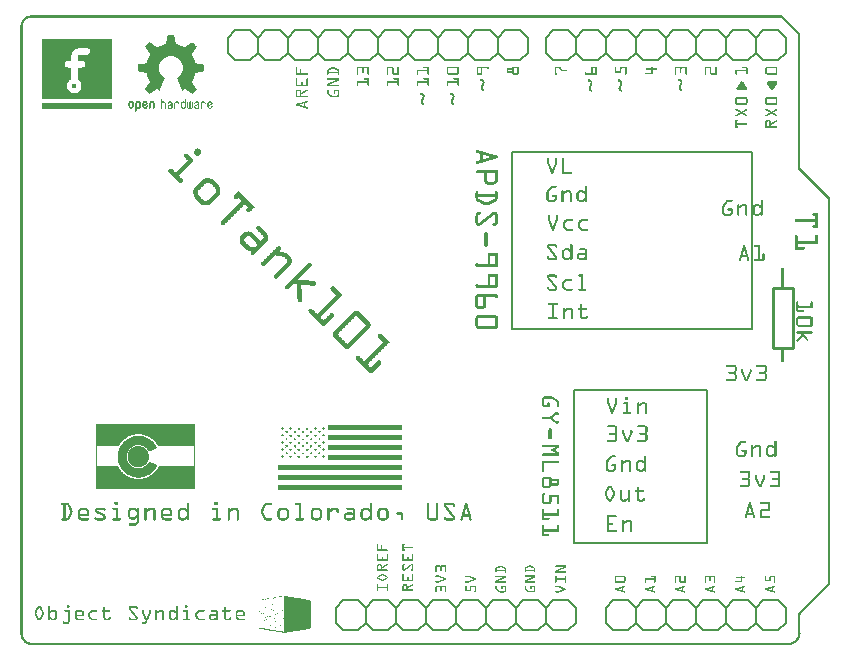
<source format=gto>
G04 MADE WITH FRITZING*
G04 WWW.FRITZING.ORG*
G04 DOUBLE SIDED*
G04 HOLES PLATED*
G04 CONTOUR ON CENTER OF CONTOUR VECTOR*
%ASAXBY*%
%FSLAX23Y23*%
%MOIN*%
%OFA0B0*%
%SFA1.0B1.0*%
%ADD10C,0.017650*%
%ADD11R,0.807087X0.598425X0.791087X0.582425*%
%ADD12C,0.008000*%
%ADD13R,0.452756X0.519685X0.436756X0.503685*%
%ADD14R,0.233586X0.020987*%
%ADD15C,0.006000*%
%ADD16C,0.010000*%
%ADD17R,0.001000X0.001000*%
%LNSILK1*%
G90*
G70*
G54D10*
X185Y1871D03*
G54D12*
X1645Y1652D02*
X2444Y1652D01*
X2444Y1062D01*
X1645Y1062D01*
X1645Y1652D01*
D02*
X1850Y857D02*
X2295Y857D01*
X2295Y346D01*
X1850Y346D01*
X1850Y857D01*
D02*
G54D14*
X193Y1804D03*
G54D15*
X2281Y157D02*
X2331Y157D01*
D02*
X2331Y157D02*
X2356Y132D01*
D02*
X2356Y132D02*
X2356Y82D01*
D02*
X2356Y82D02*
X2331Y57D01*
D02*
X2356Y132D02*
X2381Y157D01*
D02*
X2381Y157D02*
X2431Y157D01*
D02*
X2431Y157D02*
X2456Y132D01*
D02*
X2456Y132D02*
X2456Y82D01*
D02*
X2456Y82D02*
X2431Y57D01*
D02*
X2431Y57D02*
X2381Y57D01*
D02*
X2381Y57D02*
X2356Y82D01*
D02*
X2156Y132D02*
X2181Y157D01*
D02*
X2181Y157D02*
X2231Y157D01*
D02*
X2231Y157D02*
X2256Y132D01*
D02*
X2256Y132D02*
X2256Y82D01*
D02*
X2256Y82D02*
X2231Y57D01*
D02*
X2231Y57D02*
X2181Y57D01*
D02*
X2181Y57D02*
X2156Y82D01*
D02*
X2281Y157D02*
X2256Y132D01*
D02*
X2256Y82D02*
X2281Y57D01*
D02*
X2331Y57D02*
X2281Y57D01*
D02*
X1981Y157D02*
X2031Y157D01*
D02*
X2031Y157D02*
X2056Y132D01*
D02*
X2056Y132D02*
X2056Y82D01*
D02*
X2056Y82D02*
X2031Y57D01*
D02*
X2056Y132D02*
X2081Y157D01*
D02*
X2081Y157D02*
X2131Y157D01*
D02*
X2131Y157D02*
X2156Y132D01*
D02*
X2156Y132D02*
X2156Y82D01*
D02*
X2156Y82D02*
X2131Y57D01*
D02*
X2131Y57D02*
X2081Y57D01*
D02*
X2081Y57D02*
X2056Y82D01*
D02*
X1956Y132D02*
X1956Y82D01*
D02*
X1981Y157D02*
X1956Y132D01*
D02*
X1956Y82D02*
X1981Y57D01*
D02*
X2031Y57D02*
X1981Y57D01*
D02*
X2481Y157D02*
X2531Y157D01*
D02*
X2531Y157D02*
X2556Y132D01*
D02*
X2556Y132D02*
X2556Y82D01*
D02*
X2556Y82D02*
X2531Y57D01*
D02*
X2481Y157D02*
X2456Y132D01*
D02*
X2456Y82D02*
X2481Y57D01*
D02*
X2531Y57D02*
X2481Y57D01*
D02*
X871Y1957D02*
X821Y1957D01*
D02*
X1071Y1957D02*
X1021Y1957D01*
D02*
X971Y1957D02*
X921Y1957D01*
D02*
X1171Y1957D02*
X1121Y1957D01*
D02*
X1371Y1957D02*
X1321Y1957D01*
D02*
X1271Y1957D02*
X1221Y1957D01*
D02*
X1471Y1957D02*
X1421Y1957D01*
D02*
X1671Y1957D02*
X1621Y1957D01*
D02*
X1571Y1957D02*
X1521Y1957D01*
D02*
X771Y1957D02*
X721Y1957D01*
D02*
X896Y1982D02*
X871Y1957D01*
D02*
X821Y1957D02*
X796Y1982D01*
D02*
X796Y1982D02*
X796Y2032D01*
D02*
X796Y2032D02*
X821Y2057D01*
D02*
X821Y2057D02*
X871Y2057D01*
D02*
X871Y2057D02*
X896Y2032D01*
D02*
X1021Y1957D02*
X996Y1982D01*
D02*
X996Y1982D02*
X996Y2032D01*
D02*
X996Y2032D02*
X1021Y2057D01*
D02*
X996Y1982D02*
X971Y1957D01*
D02*
X921Y1957D02*
X896Y1982D01*
D02*
X896Y1982D02*
X896Y2032D01*
D02*
X896Y2032D02*
X921Y2057D01*
D02*
X921Y2057D02*
X971Y2057D01*
D02*
X971Y2057D02*
X996Y2032D01*
D02*
X1196Y1982D02*
X1171Y1957D01*
D02*
X1121Y1957D02*
X1096Y1982D01*
D02*
X1096Y1982D02*
X1096Y2032D01*
D02*
X1096Y2032D02*
X1121Y2057D01*
D02*
X1121Y2057D02*
X1171Y2057D01*
D02*
X1171Y2057D02*
X1196Y2032D01*
D02*
X1071Y1957D02*
X1096Y1982D01*
D02*
X1096Y2032D02*
X1071Y2057D01*
D02*
X1021Y2057D02*
X1071Y2057D01*
D02*
X1321Y1957D02*
X1296Y1982D01*
D02*
X1296Y1982D02*
X1296Y2032D01*
D02*
X1296Y2032D02*
X1321Y2057D01*
D02*
X1296Y1982D02*
X1271Y1957D01*
D02*
X1221Y1957D02*
X1196Y1982D01*
D02*
X1196Y1982D02*
X1196Y2032D01*
D02*
X1196Y2032D02*
X1221Y2057D01*
D02*
X1221Y2057D02*
X1271Y2057D01*
D02*
X1271Y2057D02*
X1296Y2032D01*
D02*
X1496Y1982D02*
X1471Y1957D01*
D02*
X1421Y1957D02*
X1396Y1982D01*
D02*
X1396Y1982D02*
X1396Y2032D01*
D02*
X1396Y2032D02*
X1421Y2057D01*
D02*
X1421Y2057D02*
X1471Y2057D01*
D02*
X1471Y2057D02*
X1496Y2032D01*
D02*
X1371Y1957D02*
X1396Y1982D01*
D02*
X1396Y2032D02*
X1371Y2057D01*
D02*
X1321Y2057D02*
X1371Y2057D01*
D02*
X1621Y1957D02*
X1596Y1982D01*
D02*
X1596Y1982D02*
X1596Y2032D01*
D02*
X1596Y2032D02*
X1621Y2057D01*
D02*
X1596Y1982D02*
X1571Y1957D01*
D02*
X1521Y1957D02*
X1496Y1982D01*
D02*
X1496Y1982D02*
X1496Y2032D01*
D02*
X1496Y2032D02*
X1521Y2057D01*
D02*
X1521Y2057D02*
X1571Y2057D01*
D02*
X1571Y2057D02*
X1596Y2032D01*
D02*
X1696Y1982D02*
X1696Y2032D01*
D02*
X1671Y1957D02*
X1696Y1982D01*
D02*
X1696Y2032D02*
X1671Y2057D01*
D02*
X1621Y2057D02*
X1671Y2057D01*
D02*
X721Y1957D02*
X696Y1982D01*
D02*
X696Y1982D02*
X696Y2032D01*
D02*
X696Y2032D02*
X721Y2057D01*
D02*
X771Y1957D02*
X796Y1982D01*
D02*
X796Y2032D02*
X771Y2057D01*
D02*
X721Y2057D02*
X771Y2057D01*
D02*
X1931Y1957D02*
X1881Y1957D01*
D02*
X1881Y1957D02*
X1856Y1982D01*
D02*
X1856Y1982D02*
X1856Y2032D01*
D02*
X1856Y2032D02*
X1881Y2057D01*
D02*
X2056Y1982D02*
X2031Y1957D01*
D02*
X2031Y1957D02*
X1981Y1957D01*
D02*
X1981Y1957D02*
X1956Y1982D01*
D02*
X1956Y1982D02*
X1956Y2032D01*
D02*
X1956Y2032D02*
X1981Y2057D01*
D02*
X1981Y2057D02*
X2031Y2057D01*
D02*
X2031Y2057D02*
X2056Y2032D01*
D02*
X1931Y1957D02*
X1956Y1982D01*
D02*
X1956Y2032D02*
X1931Y2057D01*
D02*
X1881Y2057D02*
X1931Y2057D01*
D02*
X2231Y1957D02*
X2181Y1957D01*
D02*
X2181Y1957D02*
X2156Y1982D01*
D02*
X2156Y1982D02*
X2156Y2032D01*
D02*
X2156Y2032D02*
X2181Y2057D01*
D02*
X2156Y1982D02*
X2131Y1957D01*
D02*
X2131Y1957D02*
X2081Y1957D01*
D02*
X2081Y1957D02*
X2056Y1982D01*
D02*
X2056Y1982D02*
X2056Y2032D01*
D02*
X2056Y2032D02*
X2081Y2057D01*
D02*
X2081Y2057D02*
X2131Y2057D01*
D02*
X2131Y2057D02*
X2156Y2032D01*
D02*
X2356Y1982D02*
X2331Y1957D01*
D02*
X2331Y1957D02*
X2281Y1957D01*
D02*
X2281Y1957D02*
X2256Y1982D01*
D02*
X2256Y1982D02*
X2256Y2032D01*
D02*
X2256Y2032D02*
X2281Y2057D01*
D02*
X2281Y2057D02*
X2331Y2057D01*
D02*
X2331Y2057D02*
X2356Y2032D01*
D02*
X2231Y1957D02*
X2256Y1982D01*
D02*
X2256Y2032D02*
X2231Y2057D01*
D02*
X2181Y2057D02*
X2231Y2057D01*
D02*
X2531Y1957D02*
X2481Y1957D01*
D02*
X2481Y1957D02*
X2456Y1982D01*
D02*
X2456Y1982D02*
X2456Y2032D01*
D02*
X2456Y2032D02*
X2481Y2057D01*
D02*
X2456Y1982D02*
X2431Y1957D01*
D02*
X2431Y1957D02*
X2381Y1957D01*
D02*
X2381Y1957D02*
X2356Y1982D01*
D02*
X2356Y1982D02*
X2356Y2032D01*
D02*
X2356Y2032D02*
X2381Y2057D01*
D02*
X2381Y2057D02*
X2431Y2057D01*
D02*
X2431Y2057D02*
X2456Y2032D01*
D02*
X2556Y1982D02*
X2556Y2032D01*
D02*
X2531Y1957D02*
X2556Y1982D01*
D02*
X2556Y2032D02*
X2531Y2057D01*
D02*
X2481Y2057D02*
X2531Y2057D01*
D02*
X1831Y1957D02*
X1781Y1957D01*
D02*
X1781Y1957D02*
X1756Y1982D01*
D02*
X1756Y1982D02*
X1756Y2032D01*
D02*
X1756Y2032D02*
X1781Y2057D01*
D02*
X1831Y1957D02*
X1856Y1982D01*
D02*
X1856Y2032D02*
X1831Y2057D01*
D02*
X1781Y2057D02*
X1831Y2057D01*
D02*
X1681Y157D02*
X1731Y157D01*
D02*
X1731Y157D02*
X1756Y132D01*
D02*
X1756Y132D02*
X1756Y82D01*
D02*
X1756Y82D02*
X1731Y57D01*
D02*
X1556Y132D02*
X1581Y157D01*
D02*
X1581Y157D02*
X1631Y157D01*
D02*
X1631Y157D02*
X1656Y132D01*
D02*
X1656Y132D02*
X1656Y82D01*
D02*
X1656Y82D02*
X1631Y57D01*
D02*
X1631Y57D02*
X1581Y57D01*
D02*
X1581Y57D02*
X1556Y82D01*
D02*
X1681Y157D02*
X1656Y132D01*
D02*
X1656Y82D02*
X1681Y57D01*
D02*
X1731Y57D02*
X1681Y57D01*
D02*
X1381Y157D02*
X1431Y157D01*
D02*
X1431Y157D02*
X1456Y132D01*
D02*
X1456Y132D02*
X1456Y82D01*
D02*
X1456Y82D02*
X1431Y57D01*
D02*
X1456Y132D02*
X1481Y157D01*
D02*
X1481Y157D02*
X1531Y157D01*
D02*
X1531Y157D02*
X1556Y132D01*
D02*
X1556Y132D02*
X1556Y82D01*
D02*
X1556Y82D02*
X1531Y57D01*
D02*
X1531Y57D02*
X1481Y57D01*
D02*
X1481Y57D02*
X1456Y82D01*
D02*
X1256Y132D02*
X1281Y157D01*
D02*
X1281Y157D02*
X1331Y157D01*
D02*
X1331Y157D02*
X1356Y132D01*
D02*
X1356Y132D02*
X1356Y82D01*
D02*
X1356Y82D02*
X1331Y57D01*
D02*
X1331Y57D02*
X1281Y57D01*
D02*
X1281Y57D02*
X1256Y82D01*
D02*
X1381Y157D02*
X1356Y132D01*
D02*
X1356Y82D02*
X1381Y57D01*
D02*
X1431Y57D02*
X1381Y57D01*
D02*
X1081Y157D02*
X1131Y157D01*
D02*
X1131Y157D02*
X1156Y132D01*
D02*
X1156Y132D02*
X1156Y82D01*
D02*
X1156Y82D02*
X1131Y57D01*
D02*
X1156Y132D02*
X1181Y157D01*
D02*
X1181Y157D02*
X1231Y157D01*
D02*
X1231Y157D02*
X1256Y132D01*
D02*
X1256Y132D02*
X1256Y82D01*
D02*
X1256Y82D02*
X1231Y57D01*
D02*
X1231Y57D02*
X1181Y57D01*
D02*
X1181Y57D02*
X1156Y82D01*
D02*
X1056Y132D02*
X1056Y82D01*
D02*
X1081Y157D02*
X1056Y132D01*
D02*
X1056Y82D02*
X1081Y57D01*
D02*
X1131Y57D02*
X1081Y57D01*
D02*
X1781Y157D02*
X1831Y157D01*
D02*
X1831Y157D02*
X1856Y132D01*
D02*
X1856Y132D02*
X1856Y82D01*
D02*
X1856Y82D02*
X1831Y57D01*
D02*
X1781Y157D02*
X1756Y132D01*
D02*
X1756Y82D02*
X1781Y57D01*
D02*
X1831Y57D02*
X1781Y57D01*
G54D16*
D02*
X2579Y1197D02*
X2579Y997D01*
D02*
X2579Y997D02*
X2513Y997D01*
D02*
X2513Y997D02*
X2513Y1197D01*
D02*
X2513Y1197D02*
X2579Y1197D01*
G54D17*
X36Y2106D02*
X2543Y2106D01*
X32Y2105D02*
X2544Y2105D01*
X30Y2104D02*
X2545Y2104D01*
X27Y2103D02*
X2546Y2103D01*
X25Y2102D02*
X2547Y2102D01*
X24Y2101D02*
X2548Y2101D01*
X22Y2100D02*
X2549Y2100D01*
X21Y2099D02*
X2550Y2099D01*
X20Y2098D02*
X36Y2098D01*
X2541Y2098D02*
X2551Y2098D01*
X18Y2097D02*
X32Y2097D01*
X2542Y2097D02*
X2552Y2097D01*
X17Y2096D02*
X30Y2096D01*
X2543Y2096D02*
X2553Y2096D01*
X16Y2095D02*
X28Y2095D01*
X2544Y2095D02*
X2554Y2095D01*
X15Y2094D02*
X26Y2094D01*
X2545Y2094D02*
X2555Y2094D01*
X14Y2093D02*
X25Y2093D01*
X2546Y2093D02*
X2556Y2093D01*
X14Y2092D02*
X24Y2092D01*
X2547Y2092D02*
X2557Y2092D01*
X13Y2091D02*
X23Y2091D01*
X2548Y2091D02*
X2558Y2091D01*
X12Y2090D02*
X21Y2090D01*
X2549Y2090D02*
X2559Y2090D01*
X11Y2089D02*
X20Y2089D01*
X2550Y2089D02*
X2560Y2089D01*
X11Y2088D02*
X20Y2088D01*
X2551Y2088D02*
X2561Y2088D01*
X10Y2087D02*
X19Y2087D01*
X2552Y2087D02*
X2562Y2087D01*
X10Y2086D02*
X18Y2086D01*
X2553Y2086D02*
X2563Y2086D01*
X9Y2085D02*
X17Y2085D01*
X2554Y2085D02*
X2564Y2085D01*
X9Y2084D02*
X17Y2084D01*
X2555Y2084D02*
X2565Y2084D01*
X8Y2083D02*
X16Y2083D01*
X2556Y2083D02*
X2566Y2083D01*
X8Y2082D02*
X15Y2082D01*
X2557Y2082D02*
X2567Y2082D01*
X7Y2081D02*
X15Y2081D01*
X2558Y2081D02*
X2568Y2081D01*
X7Y2080D02*
X15Y2080D01*
X2559Y2080D02*
X2569Y2080D01*
X7Y2079D02*
X14Y2079D01*
X2560Y2079D02*
X2570Y2079D01*
X7Y2078D02*
X14Y2078D01*
X2561Y2078D02*
X2571Y2078D01*
X6Y2077D02*
X13Y2077D01*
X2562Y2077D02*
X2572Y2077D01*
X6Y2076D02*
X13Y2076D01*
X2563Y2076D02*
X2573Y2076D01*
X6Y2075D02*
X13Y2075D01*
X2564Y2075D02*
X2574Y2075D01*
X6Y2074D02*
X13Y2074D01*
X2565Y2074D02*
X2575Y2074D01*
X5Y2073D02*
X12Y2073D01*
X2566Y2073D02*
X2576Y2073D01*
X5Y2072D02*
X12Y2072D01*
X2567Y2072D02*
X2577Y2072D01*
X5Y2071D02*
X12Y2071D01*
X2568Y2071D02*
X2578Y2071D01*
X5Y2070D02*
X12Y2070D01*
X2569Y2070D02*
X2579Y2070D01*
X5Y2069D02*
X12Y2069D01*
X2570Y2069D02*
X2580Y2069D01*
X5Y2068D02*
X12Y2068D01*
X2571Y2068D02*
X2581Y2068D01*
X5Y2067D02*
X12Y2067D01*
X2572Y2067D02*
X2582Y2067D01*
X5Y2066D02*
X12Y2066D01*
X2573Y2066D02*
X2583Y2066D01*
X5Y2065D02*
X12Y2065D01*
X2574Y2065D02*
X2584Y2065D01*
X5Y2064D02*
X12Y2064D01*
X2575Y2064D02*
X2585Y2064D01*
X5Y2063D02*
X12Y2063D01*
X2576Y2063D02*
X2586Y2063D01*
X5Y2062D02*
X12Y2062D01*
X2577Y2062D02*
X2587Y2062D01*
X5Y2061D02*
X12Y2061D01*
X2578Y2061D02*
X2588Y2061D01*
X5Y2060D02*
X12Y2060D01*
X2579Y2060D02*
X2589Y2060D01*
X5Y2059D02*
X12Y2059D01*
X2580Y2059D02*
X2590Y2059D01*
X5Y2058D02*
X12Y2058D01*
X2581Y2058D02*
X2591Y2058D01*
X5Y2057D02*
X12Y2057D01*
X2582Y2057D02*
X2592Y2057D01*
X5Y2056D02*
X12Y2056D01*
X2583Y2056D02*
X2593Y2056D01*
X5Y2055D02*
X12Y2055D01*
X2584Y2055D02*
X2594Y2055D01*
X5Y2054D02*
X12Y2054D01*
X2585Y2054D02*
X2595Y2054D01*
X5Y2053D02*
X12Y2053D01*
X2586Y2053D02*
X2596Y2053D01*
X5Y2052D02*
X12Y2052D01*
X2587Y2052D02*
X2597Y2052D01*
X5Y2051D02*
X12Y2051D01*
X2588Y2051D02*
X2598Y2051D01*
X5Y2050D02*
X12Y2050D01*
X2589Y2050D02*
X2599Y2050D01*
X5Y2049D02*
X12Y2049D01*
X2590Y2049D02*
X2600Y2049D01*
X5Y2048D02*
X12Y2048D01*
X2591Y2048D02*
X2601Y2048D01*
X5Y2047D02*
X12Y2047D01*
X2592Y2047D02*
X2602Y2047D01*
X5Y2046D02*
X12Y2046D01*
X2593Y2046D02*
X2603Y2046D01*
X5Y2045D02*
X12Y2045D01*
X2594Y2045D02*
X2604Y2045D01*
X5Y2044D02*
X12Y2044D01*
X2595Y2044D02*
X2604Y2044D01*
X5Y2043D02*
X12Y2043D01*
X2596Y2043D02*
X2604Y2043D01*
X5Y2042D02*
X12Y2042D01*
X2597Y2042D02*
X2604Y2042D01*
X5Y2041D02*
X12Y2041D01*
X496Y2041D02*
X517Y2041D01*
X2597Y2041D02*
X2604Y2041D01*
X5Y2040D02*
X12Y2040D01*
X496Y2040D02*
X517Y2040D01*
X2597Y2040D02*
X2604Y2040D01*
X5Y2039D02*
X12Y2039D01*
X496Y2039D02*
X517Y2039D01*
X2597Y2039D02*
X2604Y2039D01*
X5Y2038D02*
X12Y2038D01*
X496Y2038D02*
X518Y2038D01*
X2597Y2038D02*
X2604Y2038D01*
X5Y2037D02*
X12Y2037D01*
X495Y2037D02*
X518Y2037D01*
X2597Y2037D02*
X2604Y2037D01*
X5Y2036D02*
X12Y2036D01*
X495Y2036D02*
X518Y2036D01*
X2597Y2036D02*
X2604Y2036D01*
X5Y2035D02*
X12Y2035D01*
X495Y2035D02*
X518Y2035D01*
X2597Y2035D02*
X2604Y2035D01*
X5Y2034D02*
X12Y2034D01*
X495Y2034D02*
X518Y2034D01*
X2597Y2034D02*
X2604Y2034D01*
X5Y2033D02*
X12Y2033D01*
X495Y2033D02*
X519Y2033D01*
X2597Y2033D02*
X2604Y2033D01*
X5Y2032D02*
X12Y2032D01*
X494Y2032D02*
X519Y2032D01*
X2597Y2032D02*
X2604Y2032D01*
X5Y2031D02*
X12Y2031D01*
X494Y2031D02*
X519Y2031D01*
X2597Y2031D02*
X2604Y2031D01*
X5Y2030D02*
X12Y2030D01*
X494Y2030D02*
X519Y2030D01*
X2597Y2030D02*
X2604Y2030D01*
X5Y2029D02*
X12Y2029D01*
X494Y2029D02*
X519Y2029D01*
X2597Y2029D02*
X2604Y2029D01*
X5Y2028D02*
X12Y2028D01*
X494Y2028D02*
X519Y2028D01*
X2597Y2028D02*
X2604Y2028D01*
X5Y2027D02*
X12Y2027D01*
X494Y2027D02*
X520Y2027D01*
X2597Y2027D02*
X2604Y2027D01*
X5Y2026D02*
X12Y2026D01*
X76Y2026D02*
X309Y2026D01*
X493Y2026D02*
X520Y2026D01*
X2597Y2026D02*
X2604Y2026D01*
X5Y2025D02*
X12Y2025D01*
X76Y2025D02*
X309Y2025D01*
X493Y2025D02*
X520Y2025D01*
X2597Y2025D02*
X2604Y2025D01*
X5Y2024D02*
X12Y2024D01*
X76Y2024D02*
X309Y2024D01*
X493Y2024D02*
X520Y2024D01*
X2597Y2024D02*
X2604Y2024D01*
X5Y2023D02*
X12Y2023D01*
X76Y2023D02*
X309Y2023D01*
X493Y2023D02*
X520Y2023D01*
X2597Y2023D02*
X2604Y2023D01*
X5Y2022D02*
X12Y2022D01*
X76Y2022D02*
X309Y2022D01*
X493Y2022D02*
X521Y2022D01*
X2597Y2022D02*
X2604Y2022D01*
X5Y2021D02*
X12Y2021D01*
X76Y2021D02*
X309Y2021D01*
X492Y2021D02*
X521Y2021D01*
X2597Y2021D02*
X2604Y2021D01*
X5Y2020D02*
X12Y2020D01*
X76Y2020D02*
X309Y2020D01*
X492Y2020D02*
X521Y2020D01*
X2597Y2020D02*
X2604Y2020D01*
X5Y2019D02*
X12Y2019D01*
X76Y2019D02*
X309Y2019D01*
X492Y2019D02*
X521Y2019D01*
X2597Y2019D02*
X2604Y2019D01*
X5Y2018D02*
X12Y2018D01*
X76Y2018D02*
X309Y2018D01*
X492Y2018D02*
X521Y2018D01*
X2597Y2018D02*
X2604Y2018D01*
X5Y2017D02*
X12Y2017D01*
X76Y2017D02*
X309Y2017D01*
X492Y2017D02*
X522Y2017D01*
X2597Y2017D02*
X2604Y2017D01*
X5Y2016D02*
X12Y2016D01*
X76Y2016D02*
X309Y2016D01*
X435Y2016D02*
X436Y2016D01*
X492Y2016D02*
X522Y2016D01*
X577Y2016D02*
X578Y2016D01*
X2597Y2016D02*
X2604Y2016D01*
X5Y2015D02*
X12Y2015D01*
X76Y2015D02*
X309Y2015D01*
X434Y2015D02*
X438Y2015D01*
X491Y2015D02*
X522Y2015D01*
X575Y2015D02*
X579Y2015D01*
X2597Y2015D02*
X2604Y2015D01*
X5Y2014D02*
X12Y2014D01*
X76Y2014D02*
X309Y2014D01*
X433Y2014D02*
X439Y2014D01*
X491Y2014D02*
X522Y2014D01*
X574Y2014D02*
X580Y2014D01*
X2597Y2014D02*
X2604Y2014D01*
X5Y2013D02*
X12Y2013D01*
X76Y2013D02*
X309Y2013D01*
X432Y2013D02*
X441Y2013D01*
X491Y2013D02*
X522Y2013D01*
X572Y2013D02*
X581Y2013D01*
X2597Y2013D02*
X2604Y2013D01*
X5Y2012D02*
X12Y2012D01*
X76Y2012D02*
X309Y2012D01*
X431Y2012D02*
X442Y2012D01*
X491Y2012D02*
X522Y2012D01*
X571Y2012D02*
X582Y2012D01*
X2597Y2012D02*
X2604Y2012D01*
X5Y2011D02*
X12Y2011D01*
X76Y2011D02*
X309Y2011D01*
X430Y2011D02*
X444Y2011D01*
X491Y2011D02*
X523Y2011D01*
X570Y2011D02*
X583Y2011D01*
X2597Y2011D02*
X2604Y2011D01*
X5Y2010D02*
X12Y2010D01*
X76Y2010D02*
X309Y2010D01*
X429Y2010D02*
X445Y2010D01*
X488Y2010D02*
X525Y2010D01*
X568Y2010D02*
X584Y2010D01*
X2597Y2010D02*
X2604Y2010D01*
X5Y2009D02*
X12Y2009D01*
X76Y2009D02*
X309Y2009D01*
X428Y2009D02*
X447Y2009D01*
X484Y2009D02*
X529Y2009D01*
X567Y2009D02*
X585Y2009D01*
X2597Y2009D02*
X2604Y2009D01*
X5Y2008D02*
X12Y2008D01*
X76Y2008D02*
X309Y2008D01*
X427Y2008D02*
X448Y2008D01*
X481Y2008D02*
X532Y2008D01*
X565Y2008D02*
X586Y2008D01*
X2597Y2008D02*
X2604Y2008D01*
X5Y2007D02*
X12Y2007D01*
X76Y2007D02*
X309Y2007D01*
X426Y2007D02*
X449Y2007D01*
X478Y2007D02*
X535Y2007D01*
X564Y2007D02*
X587Y2007D01*
X2597Y2007D02*
X2604Y2007D01*
X5Y2006D02*
X12Y2006D01*
X76Y2006D02*
X309Y2006D01*
X425Y2006D02*
X451Y2006D01*
X476Y2006D02*
X538Y2006D01*
X562Y2006D02*
X588Y2006D01*
X2597Y2006D02*
X2604Y2006D01*
X5Y2005D02*
X12Y2005D01*
X76Y2005D02*
X309Y2005D01*
X424Y2005D02*
X452Y2005D01*
X473Y2005D02*
X540Y2005D01*
X561Y2005D02*
X589Y2005D01*
X2597Y2005D02*
X2604Y2005D01*
X5Y2004D02*
X12Y2004D01*
X76Y2004D02*
X309Y2004D01*
X423Y2004D02*
X454Y2004D01*
X471Y2004D02*
X542Y2004D01*
X559Y2004D02*
X590Y2004D01*
X2597Y2004D02*
X2604Y2004D01*
X5Y2003D02*
X12Y2003D01*
X76Y2003D02*
X309Y2003D01*
X422Y2003D02*
X455Y2003D01*
X469Y2003D02*
X544Y2003D01*
X558Y2003D02*
X591Y2003D01*
X2597Y2003D02*
X2604Y2003D01*
X5Y2002D02*
X12Y2002D01*
X76Y2002D02*
X309Y2002D01*
X421Y2002D02*
X457Y2002D01*
X467Y2002D02*
X546Y2002D01*
X556Y2002D02*
X592Y2002D01*
X2597Y2002D02*
X2604Y2002D01*
X5Y2001D02*
X12Y2001D01*
X76Y2001D02*
X309Y2001D01*
X421Y2001D02*
X458Y2001D01*
X466Y2001D02*
X548Y2001D01*
X555Y2001D02*
X592Y2001D01*
X2597Y2001D02*
X2604Y2001D01*
X5Y2000D02*
X12Y2000D01*
X76Y2000D02*
X309Y2000D01*
X422Y2000D02*
X460Y2000D01*
X464Y2000D02*
X549Y2000D01*
X554Y2000D02*
X591Y2000D01*
X2597Y2000D02*
X2604Y2000D01*
X5Y1999D02*
X12Y1999D01*
X76Y1999D02*
X309Y1999D01*
X423Y1999D02*
X591Y1999D01*
X2597Y1999D02*
X2604Y1999D01*
X5Y1998D02*
X12Y1998D01*
X76Y1998D02*
X309Y1998D01*
X423Y1998D02*
X590Y1998D01*
X2597Y1998D02*
X2604Y1998D01*
X5Y1997D02*
X12Y1997D01*
X76Y1997D02*
X309Y1997D01*
X424Y1997D02*
X589Y1997D01*
X2597Y1997D02*
X2604Y1997D01*
X5Y1996D02*
X12Y1996D01*
X76Y1996D02*
X196Y1996D01*
X231Y1996D02*
X309Y1996D01*
X425Y1996D02*
X589Y1996D01*
X2597Y1996D02*
X2604Y1996D01*
X5Y1995D02*
X12Y1995D01*
X76Y1995D02*
X192Y1995D01*
X233Y1995D02*
X309Y1995D01*
X425Y1995D02*
X588Y1995D01*
X2597Y1995D02*
X2604Y1995D01*
X5Y1994D02*
X12Y1994D01*
X76Y1994D02*
X190Y1994D01*
X234Y1994D02*
X309Y1994D01*
X426Y1994D02*
X587Y1994D01*
X2597Y1994D02*
X2604Y1994D01*
X5Y1993D02*
X12Y1993D01*
X76Y1993D02*
X188Y1993D01*
X235Y1993D02*
X309Y1993D01*
X427Y1993D02*
X586Y1993D01*
X2597Y1993D02*
X2604Y1993D01*
X5Y1992D02*
X12Y1992D01*
X76Y1992D02*
X187Y1992D01*
X236Y1992D02*
X309Y1992D01*
X427Y1992D02*
X586Y1992D01*
X2597Y1992D02*
X2604Y1992D01*
X5Y1991D02*
X12Y1991D01*
X76Y1991D02*
X186Y1991D01*
X237Y1991D02*
X309Y1991D01*
X428Y1991D02*
X585Y1991D01*
X2597Y1991D02*
X2604Y1991D01*
X5Y1990D02*
X12Y1990D01*
X76Y1990D02*
X184Y1990D01*
X237Y1990D02*
X309Y1990D01*
X429Y1990D02*
X584Y1990D01*
X2597Y1990D02*
X2604Y1990D01*
X5Y1989D02*
X12Y1989D01*
X76Y1989D02*
X183Y1989D01*
X237Y1989D02*
X309Y1989D01*
X430Y1989D02*
X584Y1989D01*
X2597Y1989D02*
X2604Y1989D01*
X5Y1988D02*
X12Y1988D01*
X76Y1988D02*
X182Y1988D01*
X237Y1988D02*
X309Y1988D01*
X430Y1988D02*
X583Y1988D01*
X2597Y1988D02*
X2604Y1988D01*
X5Y1987D02*
X12Y1987D01*
X76Y1987D02*
X181Y1987D01*
X238Y1987D02*
X309Y1987D01*
X431Y1987D02*
X582Y1987D01*
X2597Y1987D02*
X2604Y1987D01*
X5Y1986D02*
X12Y1986D01*
X76Y1986D02*
X180Y1986D01*
X238Y1986D02*
X309Y1986D01*
X432Y1986D02*
X582Y1986D01*
X2597Y1986D02*
X2604Y1986D01*
X5Y1985D02*
X12Y1985D01*
X76Y1985D02*
X180Y1985D01*
X238Y1985D02*
X309Y1985D01*
X432Y1985D02*
X581Y1985D01*
X2597Y1985D02*
X2604Y1985D01*
X5Y1984D02*
X12Y1984D01*
X76Y1984D02*
X179Y1984D01*
X237Y1984D02*
X309Y1984D01*
X433Y1984D02*
X580Y1984D01*
X2597Y1984D02*
X2604Y1984D01*
X5Y1983D02*
X12Y1983D01*
X76Y1983D02*
X178Y1983D01*
X237Y1983D02*
X309Y1983D01*
X434Y1983D02*
X580Y1983D01*
X2597Y1983D02*
X2604Y1983D01*
X5Y1982D02*
X12Y1982D01*
X76Y1982D02*
X177Y1982D01*
X237Y1982D02*
X309Y1982D01*
X434Y1982D02*
X579Y1982D01*
X2597Y1982D02*
X2604Y1982D01*
X5Y1981D02*
X12Y1981D01*
X76Y1981D02*
X177Y1981D01*
X237Y1981D02*
X309Y1981D01*
X435Y1981D02*
X578Y1981D01*
X2597Y1981D02*
X2604Y1981D01*
X5Y1980D02*
X12Y1980D01*
X76Y1980D02*
X176Y1980D01*
X236Y1980D02*
X309Y1980D01*
X436Y1980D02*
X578Y1980D01*
X2597Y1980D02*
X2604Y1980D01*
X5Y1979D02*
X12Y1979D01*
X76Y1979D02*
X176Y1979D01*
X235Y1979D02*
X309Y1979D01*
X436Y1979D02*
X577Y1979D01*
X2597Y1979D02*
X2604Y1979D01*
X5Y1978D02*
X12Y1978D01*
X76Y1978D02*
X176Y1978D01*
X234Y1978D02*
X309Y1978D01*
X437Y1978D02*
X576Y1978D01*
X2597Y1978D02*
X2604Y1978D01*
X5Y1977D02*
X12Y1977D01*
X76Y1977D02*
X175Y1977D01*
X232Y1977D02*
X309Y1977D01*
X438Y1977D02*
X575Y1977D01*
X2597Y1977D02*
X2604Y1977D01*
X5Y1976D02*
X12Y1976D01*
X76Y1976D02*
X175Y1976D01*
X230Y1976D02*
X309Y1976D01*
X438Y1976D02*
X575Y1976D01*
X2597Y1976D02*
X2604Y1976D01*
X5Y1975D02*
X12Y1975D01*
X76Y1975D02*
X175Y1975D01*
X202Y1975D02*
X309Y1975D01*
X438Y1975D02*
X575Y1975D01*
X2597Y1975D02*
X2604Y1975D01*
X5Y1974D02*
X12Y1974D01*
X76Y1974D02*
X174Y1974D01*
X200Y1974D02*
X309Y1974D01*
X437Y1974D02*
X576Y1974D01*
X2597Y1974D02*
X2604Y1974D01*
X5Y1973D02*
X12Y1973D01*
X76Y1973D02*
X174Y1973D01*
X199Y1973D02*
X309Y1973D01*
X437Y1973D02*
X576Y1973D01*
X2597Y1973D02*
X2604Y1973D01*
X5Y1972D02*
X12Y1972D01*
X76Y1972D02*
X174Y1972D01*
X198Y1972D02*
X309Y1972D01*
X436Y1972D02*
X577Y1972D01*
X2597Y1972D02*
X2604Y1972D01*
X5Y1971D02*
X12Y1971D01*
X76Y1971D02*
X174Y1971D01*
X197Y1971D02*
X309Y1971D01*
X436Y1971D02*
X578Y1971D01*
X2597Y1971D02*
X2604Y1971D01*
X5Y1970D02*
X12Y1970D01*
X76Y1970D02*
X174Y1970D01*
X197Y1970D02*
X309Y1970D01*
X435Y1970D02*
X504Y1970D01*
X509Y1970D02*
X578Y1970D01*
X2597Y1970D02*
X2604Y1970D01*
X5Y1969D02*
X12Y1969D01*
X76Y1969D02*
X173Y1969D01*
X196Y1969D02*
X309Y1969D01*
X434Y1969D02*
X497Y1969D01*
X516Y1969D02*
X579Y1969D01*
X2597Y1969D02*
X2604Y1969D01*
X5Y1968D02*
X12Y1968D01*
X76Y1968D02*
X173Y1968D01*
X196Y1968D02*
X309Y1968D01*
X434Y1968D02*
X493Y1968D01*
X520Y1968D02*
X579Y1968D01*
X2597Y1968D02*
X2604Y1968D01*
X5Y1967D02*
X12Y1967D01*
X76Y1967D02*
X173Y1967D01*
X196Y1967D02*
X309Y1967D01*
X433Y1967D02*
X491Y1967D01*
X522Y1967D02*
X580Y1967D01*
X2597Y1967D02*
X2604Y1967D01*
X5Y1966D02*
X12Y1966D01*
X76Y1966D02*
X173Y1966D01*
X196Y1966D02*
X309Y1966D01*
X433Y1966D02*
X489Y1966D01*
X525Y1966D02*
X580Y1966D01*
X2597Y1966D02*
X2604Y1966D01*
X5Y1965D02*
X12Y1965D01*
X76Y1965D02*
X173Y1965D01*
X196Y1965D02*
X309Y1965D01*
X432Y1965D02*
X487Y1965D01*
X527Y1965D02*
X581Y1965D01*
X2597Y1965D02*
X2604Y1965D01*
X5Y1964D02*
X12Y1964D01*
X76Y1964D02*
X173Y1964D01*
X196Y1964D02*
X309Y1964D01*
X432Y1964D02*
X485Y1964D01*
X528Y1964D02*
X581Y1964D01*
X2597Y1964D02*
X2604Y1964D01*
X5Y1963D02*
X12Y1963D01*
X76Y1963D02*
X173Y1963D01*
X196Y1963D02*
X309Y1963D01*
X431Y1963D02*
X484Y1963D01*
X530Y1963D02*
X582Y1963D01*
X2597Y1963D02*
X2604Y1963D01*
X5Y1962D02*
X12Y1962D01*
X76Y1962D02*
X173Y1962D01*
X196Y1962D02*
X309Y1962D01*
X431Y1962D02*
X482Y1962D01*
X531Y1962D02*
X582Y1962D01*
X2597Y1962D02*
X2604Y1962D01*
X5Y1961D02*
X12Y1961D01*
X76Y1961D02*
X173Y1961D01*
X196Y1961D02*
X309Y1961D01*
X431Y1961D02*
X481Y1961D01*
X532Y1961D02*
X583Y1961D01*
X2597Y1961D02*
X2604Y1961D01*
X5Y1960D02*
X12Y1960D01*
X76Y1960D02*
X173Y1960D01*
X196Y1960D02*
X309Y1960D01*
X430Y1960D02*
X480Y1960D01*
X533Y1960D02*
X583Y1960D01*
X2597Y1960D02*
X2604Y1960D01*
X5Y1959D02*
X12Y1959D01*
X76Y1959D02*
X173Y1959D01*
X196Y1959D02*
X309Y1959D01*
X430Y1959D02*
X479Y1959D01*
X535Y1959D02*
X583Y1959D01*
X2597Y1959D02*
X2604Y1959D01*
X5Y1958D02*
X12Y1958D01*
X76Y1958D02*
X173Y1958D01*
X196Y1958D02*
X309Y1958D01*
X429Y1958D02*
X478Y1958D01*
X536Y1958D02*
X584Y1958D01*
X2597Y1958D02*
X2604Y1958D01*
X5Y1957D02*
X12Y1957D01*
X76Y1957D02*
X173Y1957D01*
X196Y1957D02*
X309Y1957D01*
X429Y1957D02*
X477Y1957D01*
X536Y1957D02*
X584Y1957D01*
X2597Y1957D02*
X2604Y1957D01*
X5Y1956D02*
X12Y1956D01*
X76Y1956D02*
X173Y1956D01*
X196Y1956D02*
X309Y1956D01*
X429Y1956D02*
X476Y1956D01*
X537Y1956D02*
X585Y1956D01*
X2597Y1956D02*
X2604Y1956D01*
X5Y1955D02*
X12Y1955D01*
X76Y1955D02*
X173Y1955D01*
X196Y1955D02*
X309Y1955D01*
X428Y1955D02*
X475Y1955D01*
X538Y1955D02*
X585Y1955D01*
X2597Y1955D02*
X2604Y1955D01*
X5Y1954D02*
X12Y1954D01*
X76Y1954D02*
X173Y1954D01*
X196Y1954D02*
X309Y1954D01*
X428Y1954D02*
X474Y1954D01*
X539Y1954D02*
X585Y1954D01*
X2597Y1954D02*
X2604Y1954D01*
X5Y1953D02*
X12Y1953D01*
X76Y1953D02*
X162Y1953D01*
X212Y1953D02*
X309Y1953D01*
X428Y1953D02*
X474Y1953D01*
X540Y1953D02*
X585Y1953D01*
X2597Y1953D02*
X2604Y1953D01*
X5Y1952D02*
X12Y1952D01*
X76Y1952D02*
X158Y1952D01*
X216Y1952D02*
X309Y1952D01*
X427Y1952D02*
X473Y1952D01*
X540Y1952D02*
X586Y1952D01*
X2597Y1952D02*
X2604Y1952D01*
X5Y1951D02*
X12Y1951D01*
X76Y1951D02*
X156Y1951D01*
X218Y1951D02*
X309Y1951D01*
X427Y1951D02*
X472Y1951D01*
X541Y1951D02*
X586Y1951D01*
X2597Y1951D02*
X2604Y1951D01*
X5Y1950D02*
X12Y1950D01*
X76Y1950D02*
X155Y1950D01*
X219Y1950D02*
X309Y1950D01*
X427Y1950D02*
X472Y1950D01*
X542Y1950D02*
X586Y1950D01*
X2597Y1950D02*
X2604Y1950D01*
X5Y1949D02*
X12Y1949D01*
X76Y1949D02*
X154Y1949D01*
X220Y1949D02*
X309Y1949D01*
X427Y1949D02*
X471Y1949D01*
X542Y1949D02*
X587Y1949D01*
X2597Y1949D02*
X2604Y1949D01*
X5Y1948D02*
X12Y1948D01*
X76Y1948D02*
X153Y1948D01*
X221Y1948D02*
X309Y1948D01*
X426Y1948D02*
X471Y1948D01*
X543Y1948D02*
X587Y1948D01*
X2597Y1948D02*
X2604Y1948D01*
X5Y1947D02*
X12Y1947D01*
X76Y1947D02*
X153Y1947D01*
X221Y1947D02*
X309Y1947D01*
X426Y1947D02*
X470Y1947D01*
X543Y1947D02*
X587Y1947D01*
X2597Y1947D02*
X2604Y1947D01*
X5Y1946D02*
X12Y1946D01*
X76Y1946D02*
X153Y1946D01*
X221Y1946D02*
X309Y1946D01*
X421Y1946D02*
X470Y1946D01*
X544Y1946D02*
X593Y1946D01*
X2597Y1946D02*
X2604Y1946D01*
X5Y1945D02*
X12Y1945D01*
X76Y1945D02*
X152Y1945D01*
X222Y1945D02*
X309Y1945D01*
X415Y1945D02*
X469Y1945D01*
X544Y1945D02*
X598Y1945D01*
X2597Y1945D02*
X2604Y1945D01*
X5Y1944D02*
X12Y1944D01*
X76Y1944D02*
X152Y1944D01*
X222Y1944D02*
X309Y1944D01*
X410Y1944D02*
X469Y1944D01*
X544Y1944D02*
X603Y1944D01*
X2597Y1944D02*
X2604Y1944D01*
X5Y1943D02*
X12Y1943D01*
X76Y1943D02*
X152Y1943D01*
X222Y1943D02*
X309Y1943D01*
X405Y1943D02*
X469Y1943D01*
X545Y1943D02*
X609Y1943D01*
X2597Y1943D02*
X2604Y1943D01*
X5Y1942D02*
X12Y1942D01*
X76Y1942D02*
X152Y1942D01*
X222Y1942D02*
X309Y1942D01*
X399Y1942D02*
X468Y1942D01*
X545Y1942D02*
X614Y1942D01*
X2597Y1942D02*
X2604Y1942D01*
X5Y1941D02*
X12Y1941D01*
X76Y1941D02*
X152Y1941D01*
X222Y1941D02*
X309Y1941D01*
X396Y1941D02*
X468Y1941D01*
X545Y1941D02*
X617Y1941D01*
X2597Y1941D02*
X2604Y1941D01*
X5Y1940D02*
X12Y1940D01*
X76Y1940D02*
X152Y1940D01*
X222Y1940D02*
X309Y1940D01*
X396Y1940D02*
X468Y1940D01*
X546Y1940D02*
X617Y1940D01*
X2597Y1940D02*
X2604Y1940D01*
X5Y1939D02*
X12Y1939D01*
X76Y1939D02*
X153Y1939D01*
X221Y1939D02*
X309Y1939D01*
X396Y1939D02*
X467Y1939D01*
X546Y1939D02*
X617Y1939D01*
X2597Y1939D02*
X2604Y1939D01*
X5Y1938D02*
X12Y1938D01*
X76Y1938D02*
X153Y1938D01*
X221Y1938D02*
X309Y1938D01*
X396Y1938D02*
X467Y1938D01*
X546Y1938D02*
X617Y1938D01*
X2597Y1938D02*
X2604Y1938D01*
X5Y1937D02*
X12Y1937D01*
X76Y1937D02*
X153Y1937D01*
X221Y1937D02*
X309Y1937D01*
X396Y1937D02*
X467Y1937D01*
X546Y1937D02*
X617Y1937D01*
X2597Y1937D02*
X2604Y1937D01*
X5Y1936D02*
X12Y1936D01*
X76Y1936D02*
X154Y1936D01*
X220Y1936D02*
X309Y1936D01*
X396Y1936D02*
X467Y1936D01*
X546Y1936D02*
X617Y1936D01*
X2597Y1936D02*
X2604Y1936D01*
X5Y1935D02*
X12Y1935D01*
X76Y1935D02*
X155Y1935D01*
X219Y1935D02*
X309Y1935D01*
X396Y1935D02*
X467Y1935D01*
X546Y1935D02*
X617Y1935D01*
X2597Y1935D02*
X2604Y1935D01*
X5Y1934D02*
X12Y1934D01*
X76Y1934D02*
X156Y1934D01*
X218Y1934D02*
X309Y1934D01*
X396Y1934D02*
X467Y1934D01*
X547Y1934D02*
X617Y1934D01*
X925Y1934D02*
X926Y1934D01*
X1130Y1934D02*
X1144Y1934D01*
X1149Y1934D02*
X1164Y1934D01*
X1230Y1934D02*
X1246Y1934D01*
X1263Y1934D02*
X1266Y1934D01*
X1350Y1934D02*
X1365Y1934D01*
X1430Y1934D02*
X1464Y1934D01*
X1528Y1934D02*
X1565Y1934D01*
X1647Y1934D02*
X1663Y1934D01*
X1787Y1934D02*
X1803Y1934D01*
X1910Y1934D02*
X1925Y1934D01*
X1988Y1934D02*
X1990Y1934D01*
X2007Y1934D02*
X2023Y1934D01*
X2189Y1934D02*
X2204Y1934D01*
X2209Y1934D02*
X2223Y1934D01*
X2289Y1934D02*
X2305Y1934D01*
X2323Y1934D02*
X2325Y1934D01*
X2412Y1934D02*
X2428Y1934D01*
X2492Y1934D02*
X2526Y1934D01*
X2597Y1934D02*
X2604Y1934D01*
X5Y1933D02*
X12Y1933D01*
X76Y1933D02*
X158Y1933D01*
X216Y1933D02*
X309Y1933D01*
X396Y1933D02*
X467Y1933D01*
X547Y1933D02*
X617Y1933D01*
X924Y1933D02*
X927Y1933D01*
X1044Y1933D02*
X1051Y1933D01*
X1128Y1933D02*
X1146Y1933D01*
X1148Y1933D02*
X1165Y1933D01*
X1228Y1933D02*
X1247Y1933D01*
X1262Y1933D02*
X1266Y1933D01*
X1349Y1933D02*
X1366Y1933D01*
X1428Y1933D02*
X1465Y1933D01*
X1527Y1933D02*
X1566Y1933D01*
X1646Y1933D02*
X1665Y1933D01*
X1787Y1933D02*
X1804Y1933D01*
X1909Y1933D02*
X1926Y1933D01*
X1987Y1933D02*
X1991Y1933D01*
X2006Y1933D02*
X2025Y1933D01*
X2110Y1933D02*
X2111Y1933D01*
X2188Y1933D02*
X2205Y1933D01*
X2207Y1933D02*
X2225Y1933D01*
X2288Y1933D02*
X2307Y1933D01*
X2322Y1933D02*
X2326Y1933D01*
X2411Y1933D02*
X2428Y1933D01*
X2490Y1933D02*
X2527Y1933D01*
X2597Y1933D02*
X2604Y1933D01*
X5Y1932D02*
X12Y1932D01*
X76Y1932D02*
X162Y1932D01*
X212Y1932D02*
X309Y1932D01*
X396Y1932D02*
X467Y1932D01*
X547Y1932D02*
X617Y1932D01*
X923Y1932D02*
X927Y1932D01*
X1041Y1932D02*
X1053Y1932D01*
X1128Y1932D02*
X1166Y1932D01*
X1228Y1932D02*
X1248Y1932D01*
X1262Y1932D02*
X1266Y1932D01*
X1349Y1932D02*
X1366Y1932D01*
X1428Y1932D02*
X1466Y1932D01*
X1527Y1932D02*
X1566Y1932D01*
X1645Y1932D02*
X1665Y1932D01*
X1787Y1932D02*
X1805Y1932D01*
X1909Y1932D02*
X1926Y1932D01*
X1987Y1932D02*
X1991Y1932D01*
X2005Y1932D02*
X2025Y1932D01*
X2109Y1932D02*
X2112Y1932D01*
X2187Y1932D02*
X2225Y1932D01*
X2287Y1932D02*
X2308Y1932D01*
X2322Y1932D02*
X2326Y1932D01*
X2411Y1932D02*
X2428Y1932D01*
X2490Y1932D02*
X2528Y1932D01*
X2597Y1932D02*
X2604Y1932D01*
X5Y1931D02*
X12Y1931D01*
X76Y1931D02*
X173Y1931D01*
X196Y1931D02*
X309Y1931D01*
X396Y1931D02*
X466Y1931D01*
X547Y1931D02*
X617Y1931D01*
X923Y1931D02*
X927Y1931D01*
X1039Y1931D02*
X1055Y1931D01*
X1127Y1931D02*
X1166Y1931D01*
X1227Y1931D02*
X1248Y1931D01*
X1262Y1931D02*
X1266Y1931D01*
X1349Y1931D02*
X1366Y1931D01*
X1427Y1931D02*
X1466Y1931D01*
X1527Y1931D02*
X1566Y1931D01*
X1645Y1931D02*
X1666Y1931D01*
X1787Y1931D02*
X1806Y1931D01*
X1909Y1931D02*
X1926Y1931D01*
X1987Y1931D02*
X1991Y1931D01*
X2005Y1931D02*
X2026Y1931D01*
X2108Y1931D02*
X2113Y1931D01*
X2187Y1931D02*
X2226Y1931D01*
X2287Y1931D02*
X2308Y1931D01*
X2322Y1931D02*
X2326Y1931D01*
X2411Y1931D02*
X2429Y1931D01*
X2489Y1931D02*
X2528Y1931D01*
X2597Y1931D02*
X2604Y1931D01*
X5Y1930D02*
X12Y1930D01*
X76Y1930D02*
X173Y1930D01*
X196Y1930D02*
X309Y1930D01*
X396Y1930D02*
X466Y1930D01*
X547Y1930D02*
X617Y1930D01*
X923Y1930D02*
X927Y1930D01*
X1037Y1930D02*
X1057Y1930D01*
X1127Y1930D02*
X1166Y1930D01*
X1227Y1930D02*
X1249Y1930D01*
X1262Y1930D02*
X1266Y1930D01*
X1350Y1930D02*
X1366Y1930D01*
X1427Y1930D02*
X1466Y1930D01*
X1527Y1930D02*
X1566Y1930D01*
X1644Y1930D02*
X1666Y1930D01*
X1787Y1930D02*
X1807Y1930D01*
X1909Y1930D02*
X1926Y1930D01*
X1987Y1930D02*
X1991Y1930D01*
X2004Y1930D02*
X2026Y1930D01*
X2092Y1930D02*
X2125Y1930D01*
X2187Y1930D02*
X2226Y1930D01*
X2287Y1930D02*
X2308Y1930D01*
X2322Y1930D02*
X2326Y1930D01*
X2412Y1930D02*
X2429Y1930D01*
X2489Y1930D02*
X2528Y1930D01*
X2597Y1930D02*
X2604Y1930D01*
X5Y1929D02*
X12Y1929D01*
X76Y1929D02*
X173Y1929D01*
X196Y1929D02*
X309Y1929D01*
X396Y1929D02*
X467Y1929D01*
X547Y1929D02*
X617Y1929D01*
X923Y1929D02*
X927Y1929D01*
X1035Y1929D02*
X1059Y1929D01*
X1127Y1929D02*
X1131Y1929D01*
X1143Y1929D02*
X1150Y1929D01*
X1162Y1929D02*
X1166Y1929D01*
X1227Y1929D02*
X1231Y1929D01*
X1245Y1929D02*
X1249Y1929D01*
X1262Y1929D02*
X1266Y1929D01*
X1362Y1929D02*
X1366Y1929D01*
X1427Y1929D02*
X1431Y1929D01*
X1462Y1929D02*
X1466Y1929D01*
X1527Y1929D02*
X1531Y1929D01*
X1540Y1929D02*
X1544Y1929D01*
X1562Y1929D02*
X1566Y1929D01*
X1628Y1929D02*
X1649Y1929D01*
X1662Y1929D02*
X1666Y1929D01*
X1787Y1929D02*
X1791Y1929D01*
X1802Y1929D02*
X1808Y1929D01*
X1909Y1929D02*
X1913Y1929D01*
X1922Y1929D02*
X1926Y1929D01*
X1987Y1929D02*
X1991Y1929D01*
X2004Y1929D02*
X2009Y1929D01*
X2022Y1929D02*
X2026Y1929D01*
X2091Y1929D02*
X2126Y1929D01*
X2186Y1929D02*
X2191Y1929D01*
X2203Y1929D02*
X2210Y1929D01*
X2222Y1929D02*
X2226Y1929D01*
X2286Y1929D02*
X2291Y1929D01*
X2304Y1929D02*
X2308Y1929D01*
X2322Y1929D02*
X2326Y1929D01*
X2424Y1929D02*
X2429Y1929D01*
X2489Y1929D02*
X2493Y1929D01*
X2524Y1929D02*
X2528Y1929D01*
X2597Y1929D02*
X2604Y1929D01*
X5Y1928D02*
X12Y1928D01*
X76Y1928D02*
X173Y1928D01*
X196Y1928D02*
X309Y1928D01*
X396Y1928D02*
X467Y1928D01*
X547Y1928D02*
X617Y1928D01*
X923Y1928D02*
X927Y1928D01*
X937Y1928D02*
X940Y1928D01*
X1033Y1928D02*
X1044Y1928D01*
X1051Y1928D02*
X1061Y1928D01*
X1127Y1928D02*
X1131Y1928D01*
X1144Y1928D02*
X1149Y1928D01*
X1162Y1928D02*
X1166Y1928D01*
X1227Y1928D02*
X1231Y1928D01*
X1245Y1928D02*
X1249Y1928D01*
X1262Y1928D02*
X1266Y1928D01*
X1362Y1928D02*
X1366Y1928D01*
X1427Y1928D02*
X1431Y1928D01*
X1462Y1928D02*
X1466Y1928D01*
X1527Y1928D02*
X1531Y1928D01*
X1540Y1928D02*
X1544Y1928D01*
X1563Y1928D02*
X1566Y1928D01*
X1627Y1928D02*
X1649Y1928D01*
X1662Y1928D02*
X1666Y1928D01*
X1787Y1928D02*
X1791Y1928D01*
X1802Y1928D02*
X1808Y1928D01*
X1909Y1928D02*
X1913Y1928D01*
X1922Y1928D02*
X1926Y1928D01*
X1987Y1928D02*
X1991Y1928D01*
X2004Y1928D02*
X2008Y1928D01*
X2022Y1928D02*
X2026Y1928D01*
X2091Y1928D02*
X2126Y1928D01*
X2186Y1928D02*
X2191Y1928D01*
X2204Y1928D02*
X2209Y1928D01*
X2222Y1928D02*
X2226Y1928D01*
X2286Y1928D02*
X2291Y1928D01*
X2304Y1928D02*
X2308Y1928D01*
X2322Y1928D02*
X2326Y1928D01*
X2424Y1928D02*
X2429Y1928D01*
X2489Y1928D02*
X2493Y1928D01*
X2524Y1928D02*
X2528Y1928D01*
X2597Y1928D02*
X2604Y1928D01*
X5Y1927D02*
X12Y1927D01*
X76Y1927D02*
X173Y1927D01*
X196Y1927D02*
X309Y1927D01*
X396Y1927D02*
X467Y1927D01*
X547Y1927D02*
X617Y1927D01*
X923Y1927D02*
X927Y1927D01*
X936Y1927D02*
X940Y1927D01*
X1032Y1927D02*
X1042Y1927D01*
X1053Y1927D02*
X1063Y1927D01*
X1127Y1927D02*
X1131Y1927D01*
X1144Y1927D02*
X1149Y1927D01*
X1162Y1927D02*
X1166Y1927D01*
X1227Y1927D02*
X1231Y1927D01*
X1245Y1927D02*
X1249Y1927D01*
X1262Y1927D02*
X1266Y1927D01*
X1362Y1927D02*
X1366Y1927D01*
X1427Y1927D02*
X1431Y1927D01*
X1462Y1927D02*
X1466Y1927D01*
X1527Y1927D02*
X1531Y1927D01*
X1540Y1927D02*
X1544Y1927D01*
X1564Y1927D02*
X1565Y1927D01*
X1627Y1927D02*
X1649Y1927D01*
X1662Y1927D02*
X1666Y1927D01*
X1787Y1927D02*
X1791Y1927D01*
X1803Y1927D02*
X1809Y1927D01*
X1909Y1927D02*
X1913Y1927D01*
X1922Y1927D02*
X1926Y1927D01*
X1987Y1927D02*
X1991Y1927D01*
X2004Y1927D02*
X2008Y1927D01*
X2022Y1927D02*
X2026Y1927D01*
X2091Y1927D02*
X2126Y1927D01*
X2186Y1927D02*
X2191Y1927D01*
X2204Y1927D02*
X2208Y1927D01*
X2222Y1927D02*
X2226Y1927D01*
X2286Y1927D02*
X2291Y1927D01*
X2304Y1927D02*
X2308Y1927D01*
X2322Y1927D02*
X2326Y1927D01*
X2424Y1927D02*
X2429Y1927D01*
X2489Y1927D02*
X2493Y1927D01*
X2524Y1927D02*
X2528Y1927D01*
X2597Y1927D02*
X2604Y1927D01*
X5Y1926D02*
X12Y1926D01*
X76Y1926D02*
X173Y1926D01*
X196Y1926D02*
X309Y1926D01*
X396Y1926D02*
X467Y1926D01*
X546Y1926D02*
X617Y1926D01*
X923Y1926D02*
X927Y1926D01*
X936Y1926D02*
X941Y1926D01*
X1030Y1926D02*
X1040Y1926D01*
X1055Y1926D02*
X1065Y1926D01*
X1127Y1926D02*
X1131Y1926D01*
X1145Y1926D02*
X1149Y1926D01*
X1162Y1926D02*
X1166Y1926D01*
X1227Y1926D02*
X1231Y1926D01*
X1245Y1926D02*
X1249Y1926D01*
X1262Y1926D02*
X1266Y1926D01*
X1362Y1926D02*
X1366Y1926D01*
X1427Y1926D02*
X1431Y1926D01*
X1462Y1926D02*
X1466Y1926D01*
X1527Y1926D02*
X1531Y1926D01*
X1540Y1926D02*
X1544Y1926D01*
X1627Y1926D02*
X1649Y1926D01*
X1662Y1926D02*
X1666Y1926D01*
X1787Y1926D02*
X1791Y1926D01*
X1804Y1926D02*
X1810Y1926D01*
X1909Y1926D02*
X1913Y1926D01*
X1922Y1926D02*
X1926Y1926D01*
X1987Y1926D02*
X1991Y1926D01*
X2004Y1926D02*
X2008Y1926D01*
X2022Y1926D02*
X2026Y1926D01*
X2092Y1926D02*
X2125Y1926D01*
X2186Y1926D02*
X2191Y1926D01*
X2204Y1926D02*
X2208Y1926D01*
X2222Y1926D02*
X2226Y1926D01*
X2286Y1926D02*
X2291Y1926D01*
X2304Y1926D02*
X2308Y1926D01*
X2322Y1926D02*
X2326Y1926D01*
X2424Y1926D02*
X2429Y1926D01*
X2489Y1926D02*
X2493Y1926D01*
X2524Y1926D02*
X2528Y1926D01*
X2597Y1926D02*
X2604Y1926D01*
X5Y1925D02*
X12Y1925D01*
X76Y1925D02*
X173Y1925D01*
X196Y1925D02*
X309Y1925D01*
X396Y1925D02*
X467Y1925D01*
X546Y1925D02*
X617Y1925D01*
X923Y1925D02*
X927Y1925D01*
X936Y1925D02*
X941Y1925D01*
X1029Y1925D02*
X1038Y1925D01*
X1057Y1925D02*
X1066Y1925D01*
X1127Y1925D02*
X1131Y1925D01*
X1145Y1925D02*
X1149Y1925D01*
X1162Y1925D02*
X1166Y1925D01*
X1227Y1925D02*
X1231Y1925D01*
X1245Y1925D02*
X1249Y1925D01*
X1262Y1925D02*
X1266Y1925D01*
X1362Y1925D02*
X1366Y1925D01*
X1427Y1925D02*
X1431Y1925D01*
X1462Y1925D02*
X1466Y1925D01*
X1527Y1925D02*
X1531Y1925D01*
X1540Y1925D02*
X1544Y1925D01*
X1627Y1925D02*
X1649Y1925D01*
X1662Y1925D02*
X1666Y1925D01*
X1787Y1925D02*
X1791Y1925D01*
X1805Y1925D02*
X1811Y1925D01*
X1909Y1925D02*
X1913Y1925D01*
X1922Y1925D02*
X1926Y1925D01*
X1987Y1925D02*
X1991Y1925D01*
X2004Y1925D02*
X2008Y1925D01*
X2022Y1925D02*
X2026Y1925D01*
X2109Y1925D02*
X2113Y1925D01*
X2186Y1925D02*
X2191Y1925D01*
X2204Y1925D02*
X2208Y1925D01*
X2222Y1925D02*
X2226Y1925D01*
X2286Y1925D02*
X2291Y1925D01*
X2304Y1925D02*
X2308Y1925D01*
X2322Y1925D02*
X2326Y1925D01*
X2424Y1925D02*
X2429Y1925D01*
X2489Y1925D02*
X2493Y1925D01*
X2524Y1925D02*
X2528Y1925D01*
X2597Y1925D02*
X2604Y1925D01*
X5Y1924D02*
X12Y1924D01*
X76Y1924D02*
X173Y1924D01*
X196Y1924D02*
X309Y1924D01*
X396Y1924D02*
X467Y1924D01*
X546Y1924D02*
X617Y1924D01*
X923Y1924D02*
X927Y1924D01*
X936Y1924D02*
X941Y1924D01*
X1029Y1924D02*
X1036Y1924D01*
X1059Y1924D02*
X1066Y1924D01*
X1127Y1924D02*
X1131Y1924D01*
X1145Y1924D02*
X1149Y1924D01*
X1162Y1924D02*
X1166Y1924D01*
X1227Y1924D02*
X1231Y1924D01*
X1245Y1924D02*
X1249Y1924D01*
X1262Y1924D02*
X1266Y1924D01*
X1327Y1924D02*
X1366Y1924D01*
X1427Y1924D02*
X1431Y1924D01*
X1462Y1924D02*
X1466Y1924D01*
X1527Y1924D02*
X1531Y1924D01*
X1540Y1924D02*
X1544Y1924D01*
X1627Y1924D02*
X1631Y1924D01*
X1644Y1924D02*
X1649Y1924D01*
X1662Y1924D02*
X1666Y1924D01*
X1787Y1924D02*
X1791Y1924D01*
X1806Y1924D02*
X1825Y1924D01*
X1909Y1924D02*
X1913Y1924D01*
X1922Y1924D02*
X1926Y1924D01*
X1987Y1924D02*
X1991Y1924D01*
X2004Y1924D02*
X2008Y1924D01*
X2022Y1924D02*
X2026Y1924D01*
X2109Y1924D02*
X2113Y1924D01*
X2186Y1924D02*
X2191Y1924D01*
X2204Y1924D02*
X2208Y1924D01*
X2222Y1924D02*
X2226Y1924D01*
X2286Y1924D02*
X2291Y1924D01*
X2304Y1924D02*
X2308Y1924D01*
X2322Y1924D02*
X2326Y1924D01*
X2389Y1924D02*
X2429Y1924D01*
X2489Y1924D02*
X2493Y1924D01*
X2524Y1924D02*
X2528Y1924D01*
X2597Y1924D02*
X2604Y1924D01*
X5Y1923D02*
X12Y1923D01*
X76Y1923D02*
X173Y1923D01*
X196Y1923D02*
X309Y1923D01*
X396Y1923D02*
X467Y1923D01*
X546Y1923D02*
X617Y1923D01*
X923Y1923D02*
X927Y1923D01*
X936Y1923D02*
X941Y1923D01*
X1028Y1923D02*
X1034Y1923D01*
X1061Y1923D02*
X1067Y1923D01*
X1127Y1923D02*
X1131Y1923D01*
X1145Y1923D02*
X1149Y1923D01*
X1162Y1923D02*
X1166Y1923D01*
X1227Y1923D02*
X1231Y1923D01*
X1245Y1923D02*
X1249Y1923D01*
X1262Y1923D02*
X1266Y1923D01*
X1327Y1923D02*
X1366Y1923D01*
X1427Y1923D02*
X1431Y1923D01*
X1462Y1923D02*
X1466Y1923D01*
X1527Y1923D02*
X1531Y1923D01*
X1540Y1923D02*
X1544Y1923D01*
X1627Y1923D02*
X1631Y1923D01*
X1644Y1923D02*
X1649Y1923D01*
X1662Y1923D02*
X1666Y1923D01*
X1787Y1923D02*
X1791Y1923D01*
X1807Y1923D02*
X1826Y1923D01*
X1909Y1923D02*
X1913Y1923D01*
X1922Y1923D02*
X1926Y1923D01*
X1987Y1923D02*
X1991Y1923D01*
X2004Y1923D02*
X2008Y1923D01*
X2022Y1923D02*
X2026Y1923D01*
X2109Y1923D02*
X2113Y1923D01*
X2186Y1923D02*
X2191Y1923D01*
X2204Y1923D02*
X2208Y1923D01*
X2222Y1923D02*
X2226Y1923D01*
X2286Y1923D02*
X2291Y1923D01*
X2304Y1923D02*
X2308Y1923D01*
X2322Y1923D02*
X2326Y1923D01*
X2389Y1923D02*
X2429Y1923D01*
X2489Y1923D02*
X2493Y1923D01*
X2524Y1923D02*
X2528Y1923D01*
X2597Y1923D02*
X2604Y1923D01*
X5Y1922D02*
X12Y1922D01*
X76Y1922D02*
X173Y1922D01*
X196Y1922D02*
X309Y1922D01*
X396Y1922D02*
X467Y1922D01*
X546Y1922D02*
X617Y1922D01*
X923Y1922D02*
X927Y1922D01*
X936Y1922D02*
X941Y1922D01*
X1028Y1922D02*
X1033Y1922D01*
X1062Y1922D02*
X1067Y1922D01*
X1127Y1922D02*
X1131Y1922D01*
X1145Y1922D02*
X1149Y1922D01*
X1162Y1922D02*
X1166Y1922D01*
X1227Y1922D02*
X1231Y1922D01*
X1245Y1922D02*
X1249Y1922D01*
X1262Y1922D02*
X1266Y1922D01*
X1327Y1922D02*
X1366Y1922D01*
X1427Y1922D02*
X1431Y1922D01*
X1462Y1922D02*
X1466Y1922D01*
X1527Y1922D02*
X1531Y1922D01*
X1540Y1922D02*
X1544Y1922D01*
X1627Y1922D02*
X1631Y1922D01*
X1644Y1922D02*
X1649Y1922D01*
X1662Y1922D02*
X1666Y1922D01*
X1787Y1922D02*
X1791Y1922D01*
X1808Y1922D02*
X1826Y1922D01*
X1909Y1922D02*
X1913Y1922D01*
X1922Y1922D02*
X1926Y1922D01*
X1987Y1922D02*
X1991Y1922D01*
X2004Y1922D02*
X2008Y1922D01*
X2022Y1922D02*
X2026Y1922D01*
X2109Y1922D02*
X2113Y1922D01*
X2186Y1922D02*
X2191Y1922D01*
X2204Y1922D02*
X2208Y1922D01*
X2222Y1922D02*
X2226Y1922D01*
X2286Y1922D02*
X2291Y1922D01*
X2304Y1922D02*
X2308Y1922D01*
X2322Y1922D02*
X2326Y1922D01*
X2389Y1922D02*
X2429Y1922D01*
X2489Y1922D02*
X2493Y1922D01*
X2524Y1922D02*
X2528Y1922D01*
X2597Y1922D02*
X2604Y1922D01*
X5Y1921D02*
X12Y1921D01*
X76Y1921D02*
X173Y1921D01*
X196Y1921D02*
X309Y1921D01*
X396Y1921D02*
X468Y1921D01*
X546Y1921D02*
X617Y1921D01*
X923Y1921D02*
X927Y1921D01*
X936Y1921D02*
X941Y1921D01*
X1028Y1921D02*
X1032Y1921D01*
X1063Y1921D02*
X1067Y1921D01*
X1127Y1921D02*
X1131Y1921D01*
X1145Y1921D02*
X1149Y1921D01*
X1162Y1921D02*
X1166Y1921D01*
X1227Y1921D02*
X1231Y1921D01*
X1245Y1921D02*
X1249Y1921D01*
X1262Y1921D02*
X1266Y1921D01*
X1327Y1921D02*
X1366Y1921D01*
X1427Y1921D02*
X1431Y1921D01*
X1462Y1921D02*
X1466Y1921D01*
X1527Y1921D02*
X1531Y1921D01*
X1540Y1921D02*
X1544Y1921D01*
X1627Y1921D02*
X1631Y1921D01*
X1644Y1921D02*
X1649Y1921D01*
X1662Y1921D02*
X1666Y1921D01*
X1787Y1921D02*
X1791Y1921D01*
X1808Y1921D02*
X1826Y1921D01*
X1909Y1921D02*
X1913Y1921D01*
X1922Y1921D02*
X1926Y1921D01*
X1987Y1921D02*
X1991Y1921D01*
X2004Y1921D02*
X2008Y1921D01*
X2022Y1921D02*
X2026Y1921D01*
X2109Y1921D02*
X2113Y1921D01*
X2186Y1921D02*
X2191Y1921D01*
X2204Y1921D02*
X2208Y1921D01*
X2222Y1921D02*
X2226Y1921D01*
X2286Y1921D02*
X2291Y1921D01*
X2304Y1921D02*
X2308Y1921D01*
X2322Y1921D02*
X2326Y1921D01*
X2389Y1921D02*
X2429Y1921D01*
X2489Y1921D02*
X2493Y1921D01*
X2524Y1921D02*
X2528Y1921D01*
X2597Y1921D02*
X2604Y1921D01*
X5Y1920D02*
X12Y1920D01*
X76Y1920D02*
X173Y1920D01*
X196Y1920D02*
X309Y1920D01*
X396Y1920D02*
X468Y1920D01*
X545Y1920D02*
X617Y1920D01*
X923Y1920D02*
X927Y1920D01*
X936Y1920D02*
X941Y1920D01*
X1028Y1920D02*
X1032Y1920D01*
X1063Y1920D02*
X1067Y1920D01*
X1127Y1920D02*
X1131Y1920D01*
X1145Y1920D02*
X1149Y1920D01*
X1162Y1920D02*
X1166Y1920D01*
X1227Y1920D02*
X1231Y1920D01*
X1245Y1920D02*
X1249Y1920D01*
X1262Y1920D02*
X1266Y1920D01*
X1327Y1920D02*
X1366Y1920D01*
X1427Y1920D02*
X1431Y1920D01*
X1462Y1920D02*
X1466Y1920D01*
X1527Y1920D02*
X1531Y1920D01*
X1540Y1920D02*
X1544Y1920D01*
X1627Y1920D02*
X1631Y1920D01*
X1644Y1920D02*
X1649Y1920D01*
X1662Y1920D02*
X1666Y1920D01*
X1787Y1920D02*
X1791Y1920D01*
X1809Y1920D02*
X1826Y1920D01*
X1909Y1920D02*
X1913Y1920D01*
X1922Y1920D02*
X1926Y1920D01*
X1987Y1920D02*
X1991Y1920D01*
X2004Y1920D02*
X2008Y1920D01*
X2022Y1920D02*
X2026Y1920D01*
X2109Y1920D02*
X2113Y1920D01*
X2186Y1920D02*
X2191Y1920D01*
X2204Y1920D02*
X2208Y1920D01*
X2222Y1920D02*
X2226Y1920D01*
X2286Y1920D02*
X2291Y1920D01*
X2304Y1920D02*
X2308Y1920D01*
X2322Y1920D02*
X2326Y1920D01*
X2389Y1920D02*
X2429Y1920D01*
X2489Y1920D02*
X2493Y1920D01*
X2524Y1920D02*
X2528Y1920D01*
X2597Y1920D02*
X2604Y1920D01*
X5Y1919D02*
X12Y1919D01*
X76Y1919D02*
X173Y1919D01*
X196Y1919D02*
X309Y1919D01*
X400Y1919D02*
X468Y1919D01*
X545Y1919D02*
X613Y1919D01*
X923Y1919D02*
X927Y1919D01*
X936Y1919D02*
X941Y1919D01*
X1028Y1919D02*
X1032Y1919D01*
X1063Y1919D02*
X1067Y1919D01*
X1127Y1919D02*
X1131Y1919D01*
X1145Y1919D02*
X1149Y1919D01*
X1162Y1919D02*
X1166Y1919D01*
X1227Y1919D02*
X1231Y1919D01*
X1245Y1919D02*
X1249Y1919D01*
X1262Y1919D02*
X1266Y1919D01*
X1327Y1919D02*
X1331Y1919D01*
X1362Y1919D02*
X1366Y1919D01*
X1427Y1919D02*
X1431Y1919D01*
X1462Y1919D02*
X1466Y1919D01*
X1527Y1919D02*
X1531Y1919D01*
X1540Y1919D02*
X1544Y1919D01*
X1627Y1919D02*
X1649Y1919D01*
X1662Y1919D02*
X1666Y1919D01*
X1787Y1919D02*
X1791Y1919D01*
X1909Y1919D02*
X1913Y1919D01*
X1922Y1919D02*
X1926Y1919D01*
X1987Y1919D02*
X2008Y1919D01*
X2022Y1919D02*
X2026Y1919D01*
X2109Y1919D02*
X2113Y1919D01*
X2186Y1919D02*
X2191Y1919D01*
X2204Y1919D02*
X2208Y1919D01*
X2222Y1919D02*
X2226Y1919D01*
X2286Y1919D02*
X2291Y1919D01*
X2304Y1919D02*
X2308Y1919D01*
X2322Y1919D02*
X2326Y1919D01*
X2389Y1919D02*
X2394Y1919D01*
X2424Y1919D02*
X2429Y1919D01*
X2489Y1919D02*
X2493Y1919D01*
X2524Y1919D02*
X2528Y1919D01*
X2597Y1919D02*
X2604Y1919D01*
X5Y1918D02*
X12Y1918D01*
X76Y1918D02*
X173Y1918D01*
X196Y1918D02*
X309Y1918D01*
X406Y1918D02*
X469Y1918D01*
X545Y1918D02*
X608Y1918D01*
X923Y1918D02*
X927Y1918D01*
X936Y1918D02*
X941Y1918D01*
X1028Y1918D02*
X1067Y1918D01*
X1127Y1918D02*
X1131Y1918D01*
X1145Y1918D02*
X1149Y1918D01*
X1162Y1918D02*
X1166Y1918D01*
X1227Y1918D02*
X1231Y1918D01*
X1245Y1918D02*
X1249Y1918D01*
X1262Y1918D02*
X1266Y1918D01*
X1327Y1918D02*
X1331Y1918D01*
X1362Y1918D02*
X1366Y1918D01*
X1427Y1918D02*
X1431Y1918D01*
X1462Y1918D02*
X1466Y1918D01*
X1527Y1918D02*
X1531Y1918D01*
X1540Y1918D02*
X1544Y1918D01*
X1627Y1918D02*
X1649Y1918D01*
X1662Y1918D02*
X1666Y1918D01*
X1787Y1918D02*
X1791Y1918D01*
X1909Y1918D02*
X1913Y1918D01*
X1922Y1918D02*
X1926Y1918D01*
X1987Y1918D02*
X2008Y1918D01*
X2022Y1918D02*
X2026Y1918D01*
X2109Y1918D02*
X2113Y1918D01*
X2186Y1918D02*
X2191Y1918D01*
X2204Y1918D02*
X2208Y1918D01*
X2222Y1918D02*
X2226Y1918D01*
X2286Y1918D02*
X2291Y1918D01*
X2304Y1918D02*
X2308Y1918D01*
X2322Y1918D02*
X2326Y1918D01*
X2389Y1918D02*
X2393Y1918D01*
X2424Y1918D02*
X2429Y1918D01*
X2489Y1918D02*
X2493Y1918D01*
X2524Y1918D02*
X2528Y1918D01*
X2597Y1918D02*
X2604Y1918D01*
X5Y1917D02*
X12Y1917D01*
X76Y1917D02*
X173Y1917D01*
X196Y1917D02*
X309Y1917D01*
X411Y1917D02*
X469Y1917D01*
X544Y1917D02*
X602Y1917D01*
X923Y1917D02*
X927Y1917D01*
X936Y1917D02*
X941Y1917D01*
X1028Y1917D02*
X1067Y1917D01*
X1127Y1917D02*
X1131Y1917D01*
X1145Y1917D02*
X1149Y1917D01*
X1162Y1917D02*
X1166Y1917D01*
X1227Y1917D02*
X1231Y1917D01*
X1245Y1917D02*
X1249Y1917D01*
X1262Y1917D02*
X1266Y1917D01*
X1327Y1917D02*
X1331Y1917D01*
X1362Y1917D02*
X1366Y1917D01*
X1427Y1917D02*
X1431Y1917D01*
X1462Y1917D02*
X1466Y1917D01*
X1527Y1917D02*
X1531Y1917D01*
X1540Y1917D02*
X1544Y1917D01*
X1627Y1917D02*
X1649Y1917D01*
X1662Y1917D02*
X1666Y1917D01*
X1787Y1917D02*
X1791Y1917D01*
X1909Y1917D02*
X1913Y1917D01*
X1922Y1917D02*
X1926Y1917D01*
X1987Y1917D02*
X2008Y1917D01*
X2022Y1917D02*
X2026Y1917D01*
X2109Y1917D02*
X2113Y1917D01*
X2186Y1917D02*
X2191Y1917D01*
X2204Y1917D02*
X2208Y1917D01*
X2222Y1917D02*
X2226Y1917D01*
X2286Y1917D02*
X2291Y1917D01*
X2304Y1917D02*
X2308Y1917D01*
X2322Y1917D02*
X2326Y1917D01*
X2389Y1917D02*
X2393Y1917D01*
X2424Y1917D02*
X2429Y1917D01*
X2489Y1917D02*
X2493Y1917D01*
X2524Y1917D02*
X2528Y1917D01*
X2597Y1917D02*
X2604Y1917D01*
X5Y1916D02*
X12Y1916D01*
X76Y1916D02*
X173Y1916D01*
X196Y1916D02*
X309Y1916D01*
X416Y1916D02*
X469Y1916D01*
X544Y1916D02*
X597Y1916D01*
X923Y1916D02*
X927Y1916D01*
X936Y1916D02*
X941Y1916D01*
X1028Y1916D02*
X1067Y1916D01*
X1127Y1916D02*
X1131Y1916D01*
X1145Y1916D02*
X1149Y1916D01*
X1162Y1916D02*
X1166Y1916D01*
X1227Y1916D02*
X1231Y1916D01*
X1245Y1916D02*
X1249Y1916D01*
X1262Y1916D02*
X1266Y1916D01*
X1327Y1916D02*
X1331Y1916D01*
X1362Y1916D02*
X1366Y1916D01*
X1427Y1916D02*
X1431Y1916D01*
X1462Y1916D02*
X1466Y1916D01*
X1527Y1916D02*
X1531Y1916D01*
X1540Y1916D02*
X1544Y1916D01*
X1627Y1916D02*
X1649Y1916D01*
X1662Y1916D02*
X1666Y1916D01*
X1787Y1916D02*
X1791Y1916D01*
X1888Y1916D02*
X1890Y1916D01*
X1909Y1916D02*
X1913Y1916D01*
X1922Y1916D02*
X1926Y1916D01*
X1987Y1916D02*
X2008Y1916D01*
X2021Y1916D02*
X2026Y1916D01*
X2109Y1916D02*
X2113Y1916D01*
X2186Y1916D02*
X2191Y1916D01*
X2204Y1916D02*
X2208Y1916D01*
X2222Y1916D02*
X2226Y1916D01*
X2286Y1916D02*
X2291Y1916D01*
X2304Y1916D02*
X2308Y1916D01*
X2322Y1916D02*
X2326Y1916D01*
X2389Y1916D02*
X2393Y1916D01*
X2424Y1916D02*
X2429Y1916D01*
X2489Y1916D02*
X2493Y1916D01*
X2524Y1916D02*
X2528Y1916D01*
X2597Y1916D02*
X2604Y1916D01*
X5Y1915D02*
X12Y1915D01*
X76Y1915D02*
X173Y1915D01*
X196Y1915D02*
X309Y1915D01*
X422Y1915D02*
X470Y1915D01*
X544Y1915D02*
X591Y1915D01*
X923Y1915D02*
X927Y1915D01*
X936Y1915D02*
X941Y1915D01*
X1028Y1915D02*
X1067Y1915D01*
X1127Y1915D02*
X1131Y1915D01*
X1145Y1915D02*
X1148Y1915D01*
X1162Y1915D02*
X1166Y1915D01*
X1227Y1915D02*
X1231Y1915D01*
X1245Y1915D02*
X1249Y1915D01*
X1262Y1915D02*
X1266Y1915D01*
X1327Y1915D02*
X1331Y1915D01*
X1362Y1915D02*
X1366Y1915D01*
X1427Y1915D02*
X1431Y1915D01*
X1462Y1915D02*
X1466Y1915D01*
X1527Y1915D02*
X1531Y1915D01*
X1540Y1915D02*
X1544Y1915D01*
X1627Y1915D02*
X1649Y1915D01*
X1662Y1915D02*
X1666Y1915D01*
X1787Y1915D02*
X1791Y1915D01*
X1887Y1915D02*
X1891Y1915D01*
X1909Y1915D02*
X1913Y1915D01*
X1922Y1915D02*
X1926Y1915D01*
X1987Y1915D02*
X2008Y1915D01*
X2021Y1915D02*
X2026Y1915D01*
X2088Y1915D02*
X2113Y1915D01*
X2186Y1915D02*
X2191Y1915D01*
X2205Y1915D02*
X2208Y1915D01*
X2222Y1915D02*
X2226Y1915D01*
X2286Y1915D02*
X2291Y1915D01*
X2304Y1915D02*
X2308Y1915D01*
X2322Y1915D02*
X2326Y1915D01*
X2389Y1915D02*
X2393Y1915D01*
X2424Y1915D02*
X2429Y1915D01*
X2489Y1915D02*
X2493Y1915D01*
X2524Y1915D02*
X2528Y1915D01*
X2597Y1915D02*
X2604Y1915D01*
X5Y1914D02*
X12Y1914D01*
X76Y1914D02*
X173Y1914D01*
X196Y1914D02*
X309Y1914D01*
X426Y1914D02*
X470Y1914D01*
X543Y1914D02*
X588Y1914D01*
X923Y1914D02*
X927Y1914D01*
X936Y1914D02*
X941Y1914D01*
X1028Y1914D02*
X1067Y1914D01*
X1127Y1914D02*
X1131Y1914D01*
X1162Y1914D02*
X1166Y1914D01*
X1227Y1914D02*
X1231Y1914D01*
X1245Y1914D02*
X1266Y1914D01*
X1327Y1914D02*
X1331Y1914D01*
X1362Y1914D02*
X1366Y1914D01*
X1427Y1914D02*
X1466Y1914D01*
X1527Y1914D02*
X1531Y1914D01*
X1540Y1914D02*
X1544Y1914D01*
X1629Y1914D02*
X1649Y1914D01*
X1662Y1914D02*
X1666Y1914D01*
X1787Y1914D02*
X1791Y1914D01*
X1887Y1914D02*
X1891Y1914D01*
X1908Y1914D02*
X1913Y1914D01*
X1922Y1914D02*
X1926Y1914D01*
X1987Y1914D02*
X2008Y1914D01*
X2021Y1914D02*
X2025Y1914D01*
X2087Y1914D02*
X2113Y1914D01*
X2186Y1914D02*
X2191Y1914D01*
X2206Y1914D02*
X2206Y1914D01*
X2222Y1914D02*
X2226Y1914D01*
X2286Y1914D02*
X2291Y1914D01*
X2304Y1914D02*
X2309Y1914D01*
X2321Y1914D02*
X2326Y1914D01*
X2389Y1914D02*
X2393Y1914D01*
X2424Y1914D02*
X2429Y1914D01*
X2489Y1914D02*
X2494Y1914D01*
X2524Y1914D02*
X2528Y1914D01*
X2597Y1914D02*
X2604Y1914D01*
X5Y1913D02*
X12Y1913D01*
X76Y1913D02*
X173Y1913D01*
X196Y1913D02*
X309Y1913D01*
X426Y1913D02*
X471Y1913D01*
X543Y1913D02*
X587Y1913D01*
X923Y1913D02*
X962Y1913D01*
X1028Y1913D02*
X1032Y1913D01*
X1063Y1913D02*
X1067Y1913D01*
X1127Y1913D02*
X1131Y1913D01*
X1162Y1913D02*
X1166Y1913D01*
X1227Y1913D02*
X1231Y1913D01*
X1245Y1913D02*
X1266Y1913D01*
X1327Y1913D02*
X1331Y1913D01*
X1362Y1913D02*
X1366Y1913D01*
X1427Y1913D02*
X1466Y1913D01*
X1527Y1913D02*
X1544Y1913D01*
X1645Y1913D02*
X1666Y1913D01*
X1787Y1913D02*
X1792Y1913D01*
X1887Y1913D02*
X1926Y1913D01*
X2020Y1913D02*
X2025Y1913D01*
X2087Y1913D02*
X2113Y1913D01*
X2186Y1913D02*
X2191Y1913D01*
X2222Y1913D02*
X2226Y1913D01*
X2286Y1913D02*
X2291Y1913D01*
X2304Y1913D02*
X2326Y1913D01*
X2389Y1913D02*
X2393Y1913D01*
X2424Y1913D02*
X2429Y1913D01*
X2489Y1913D02*
X2528Y1913D01*
X2597Y1913D02*
X2604Y1913D01*
X5Y1912D02*
X12Y1912D01*
X76Y1912D02*
X173Y1912D01*
X196Y1912D02*
X309Y1912D01*
X426Y1912D02*
X471Y1912D01*
X542Y1912D02*
X587Y1912D01*
X923Y1912D02*
X962Y1912D01*
X1028Y1912D02*
X1032Y1912D01*
X1063Y1912D02*
X1067Y1912D01*
X1127Y1912D02*
X1131Y1912D01*
X1162Y1912D02*
X1166Y1912D01*
X1227Y1912D02*
X1231Y1912D01*
X1245Y1912D02*
X1266Y1912D01*
X1327Y1912D02*
X1331Y1912D01*
X1362Y1912D02*
X1366Y1912D01*
X1427Y1912D02*
X1466Y1912D01*
X1527Y1912D02*
X1544Y1912D01*
X1645Y1912D02*
X1666Y1912D01*
X1787Y1912D02*
X1793Y1912D01*
X1887Y1912D02*
X1926Y1912D01*
X2020Y1912D02*
X2025Y1912D01*
X2087Y1912D02*
X2113Y1912D01*
X2186Y1912D02*
X2191Y1912D01*
X2222Y1912D02*
X2226Y1912D01*
X2286Y1912D02*
X2291Y1912D01*
X2305Y1912D02*
X2326Y1912D01*
X2389Y1912D02*
X2393Y1912D01*
X2424Y1912D02*
X2429Y1912D01*
X2489Y1912D02*
X2528Y1912D01*
X2597Y1912D02*
X2604Y1912D01*
X5Y1911D02*
X12Y1911D01*
X76Y1911D02*
X173Y1911D01*
X196Y1911D02*
X309Y1911D01*
X426Y1911D02*
X472Y1911D01*
X542Y1911D02*
X587Y1911D01*
X923Y1911D02*
X963Y1911D01*
X1028Y1911D02*
X1032Y1911D01*
X1063Y1911D02*
X1067Y1911D01*
X1127Y1911D02*
X1131Y1911D01*
X1162Y1911D02*
X1166Y1911D01*
X1227Y1911D02*
X1231Y1911D01*
X1246Y1911D02*
X1266Y1911D01*
X1327Y1911D02*
X1331Y1911D01*
X1362Y1911D02*
X1366Y1911D01*
X1428Y1911D02*
X1465Y1911D01*
X1527Y1911D02*
X1544Y1911D01*
X1645Y1911D02*
X1665Y1911D01*
X1787Y1911D02*
X1793Y1911D01*
X1887Y1911D02*
X1926Y1911D01*
X2020Y1911D02*
X2024Y1911D01*
X2087Y1911D02*
X2113Y1911D01*
X2187Y1911D02*
X2191Y1911D01*
X2222Y1911D02*
X2226Y1911D01*
X2287Y1911D02*
X2291Y1911D01*
X2305Y1911D02*
X2326Y1911D01*
X2389Y1911D02*
X2393Y1911D01*
X2424Y1911D02*
X2428Y1911D01*
X2490Y1911D02*
X2527Y1911D01*
X2597Y1911D02*
X2604Y1911D01*
X5Y1910D02*
X12Y1910D01*
X76Y1910D02*
X173Y1910D01*
X196Y1910D02*
X309Y1910D01*
X427Y1910D02*
X472Y1910D01*
X541Y1910D02*
X587Y1910D01*
X923Y1910D02*
X963Y1910D01*
X1028Y1910D02*
X1032Y1910D01*
X1063Y1910D02*
X1067Y1910D01*
X1127Y1910D02*
X1131Y1910D01*
X1163Y1910D02*
X1166Y1910D01*
X1227Y1910D02*
X1231Y1910D01*
X1247Y1910D02*
X1266Y1910D01*
X1327Y1910D02*
X1331Y1910D01*
X1363Y1910D02*
X1366Y1910D01*
X1429Y1910D02*
X1464Y1910D01*
X1527Y1910D02*
X1544Y1910D01*
X1646Y1910D02*
X1664Y1910D01*
X1787Y1910D02*
X1793Y1910D01*
X1887Y1910D02*
X1926Y1910D01*
X2020Y1910D02*
X2024Y1910D01*
X2089Y1910D02*
X2112Y1910D01*
X2187Y1910D02*
X2190Y1910D01*
X2222Y1910D02*
X2226Y1910D01*
X2287Y1910D02*
X2290Y1910D01*
X2306Y1910D02*
X2326Y1910D01*
X2389Y1910D02*
X2393Y1910D01*
X2425Y1910D02*
X2428Y1910D01*
X2491Y1910D02*
X2526Y1910D01*
X2597Y1910D02*
X2604Y1910D01*
X5Y1909D02*
X12Y1909D01*
X76Y1909D02*
X173Y1909D01*
X196Y1909D02*
X309Y1909D01*
X427Y1909D02*
X473Y1909D01*
X540Y1909D02*
X586Y1909D01*
X923Y1909D02*
X962Y1909D01*
X1028Y1909D02*
X1031Y1909D01*
X1064Y1909D02*
X1067Y1909D01*
X1129Y1909D02*
X1129Y1909D01*
X1164Y1909D02*
X1165Y1909D01*
X1229Y1909D02*
X1229Y1909D01*
X1249Y1909D02*
X1266Y1909D01*
X1329Y1909D02*
X1329Y1909D01*
X1364Y1909D02*
X1365Y1909D01*
X1431Y1909D02*
X1462Y1909D01*
X1528Y1909D02*
X1543Y1909D01*
X1648Y1909D02*
X1662Y1909D01*
X1788Y1909D02*
X1792Y1909D01*
X1888Y1909D02*
X1925Y1909D01*
X2021Y1909D02*
X2022Y1909D01*
X2188Y1909D02*
X2189Y1909D01*
X2223Y1909D02*
X2225Y1909D01*
X2288Y1909D02*
X2289Y1909D01*
X2308Y1909D02*
X2326Y1909D01*
X2390Y1909D02*
X2392Y1909D01*
X2426Y1909D02*
X2427Y1909D01*
X2493Y1909D02*
X2525Y1909D01*
X2597Y1909D02*
X2604Y1909D01*
X5Y1908D02*
X12Y1908D01*
X76Y1908D02*
X173Y1908D01*
X196Y1908D02*
X309Y1908D01*
X427Y1908D02*
X473Y1908D01*
X540Y1908D02*
X586Y1908D01*
X1030Y1908D02*
X1030Y1908D01*
X1065Y1908D02*
X1065Y1908D01*
X2597Y1908D02*
X2604Y1908D01*
X5Y1907D02*
X12Y1907D01*
X76Y1907D02*
X173Y1907D01*
X196Y1907D02*
X309Y1907D01*
X427Y1907D02*
X474Y1907D01*
X539Y1907D02*
X586Y1907D01*
X2597Y1907D02*
X2604Y1907D01*
X5Y1906D02*
X12Y1906D01*
X76Y1906D02*
X173Y1906D01*
X196Y1906D02*
X309Y1906D01*
X428Y1906D02*
X475Y1906D01*
X538Y1906D02*
X586Y1906D01*
X2597Y1906D02*
X2604Y1906D01*
X5Y1905D02*
X12Y1905D01*
X76Y1905D02*
X173Y1905D01*
X196Y1905D02*
X309Y1905D01*
X428Y1905D02*
X476Y1905D01*
X537Y1905D02*
X585Y1905D01*
X2597Y1905D02*
X2604Y1905D01*
X5Y1904D02*
X12Y1904D01*
X76Y1904D02*
X173Y1904D01*
X196Y1904D02*
X309Y1904D01*
X428Y1904D02*
X477Y1904D01*
X537Y1904D02*
X585Y1904D01*
X2597Y1904D02*
X2604Y1904D01*
X5Y1903D02*
X12Y1903D01*
X76Y1903D02*
X173Y1903D01*
X196Y1903D02*
X309Y1903D01*
X429Y1903D02*
X478Y1903D01*
X536Y1903D02*
X585Y1903D01*
X2597Y1903D02*
X2604Y1903D01*
X5Y1902D02*
X12Y1902D01*
X76Y1902D02*
X173Y1902D01*
X196Y1902D02*
X309Y1902D01*
X429Y1902D02*
X479Y1902D01*
X535Y1902D02*
X584Y1902D01*
X2597Y1902D02*
X2604Y1902D01*
X5Y1901D02*
X12Y1901D01*
X76Y1901D02*
X173Y1901D01*
X196Y1901D02*
X309Y1901D01*
X429Y1901D02*
X480Y1901D01*
X534Y1901D02*
X584Y1901D01*
X2597Y1901D02*
X2604Y1901D01*
X5Y1900D02*
X12Y1900D01*
X76Y1900D02*
X173Y1900D01*
X196Y1900D02*
X309Y1900D01*
X430Y1900D02*
X481Y1900D01*
X532Y1900D02*
X584Y1900D01*
X2597Y1900D02*
X2604Y1900D01*
X5Y1899D02*
X12Y1899D01*
X76Y1899D02*
X173Y1899D01*
X196Y1899D02*
X309Y1899D01*
X430Y1899D02*
X482Y1899D01*
X531Y1899D02*
X583Y1899D01*
X2597Y1899D02*
X2604Y1899D01*
X5Y1898D02*
X12Y1898D01*
X76Y1898D02*
X173Y1898D01*
X196Y1898D02*
X309Y1898D01*
X430Y1898D02*
X483Y1898D01*
X530Y1898D02*
X583Y1898D01*
X2597Y1898D02*
X2604Y1898D01*
X5Y1897D02*
X12Y1897D01*
X76Y1897D02*
X173Y1897D01*
X196Y1897D02*
X309Y1897D01*
X431Y1897D02*
X485Y1897D01*
X528Y1897D02*
X582Y1897D01*
X1151Y1897D02*
X1164Y1897D01*
X1251Y1897D02*
X1264Y1897D01*
X1351Y1897D02*
X1364Y1897D01*
X1451Y1897D02*
X1464Y1897D01*
X2597Y1897D02*
X2604Y1897D01*
X5Y1896D02*
X12Y1896D01*
X76Y1896D02*
X173Y1896D01*
X196Y1896D02*
X309Y1896D01*
X431Y1896D02*
X485Y1896D01*
X528Y1896D02*
X582Y1896D01*
X924Y1896D02*
X926Y1896D01*
X960Y1896D02*
X962Y1896D01*
X1029Y1896D02*
X1067Y1896D01*
X1150Y1896D02*
X1166Y1896D01*
X1249Y1896D02*
X1266Y1896D01*
X1349Y1896D02*
X1366Y1896D01*
X1449Y1896D02*
X1466Y1896D01*
X2597Y1896D02*
X2604Y1896D01*
X5Y1895D02*
X12Y1895D01*
X76Y1895D02*
X173Y1895D01*
X196Y1895D02*
X309Y1895D01*
X432Y1895D02*
X485Y1895D01*
X528Y1895D02*
X582Y1895D01*
X923Y1895D02*
X927Y1895D01*
X959Y1895D02*
X962Y1895D01*
X1028Y1895D02*
X1067Y1895D01*
X1149Y1895D02*
X1166Y1895D01*
X1249Y1895D02*
X1266Y1895D01*
X1349Y1895D02*
X1366Y1895D01*
X1449Y1895D02*
X1466Y1895D01*
X2597Y1895D02*
X2604Y1895D01*
X5Y1894D02*
X12Y1894D01*
X76Y1894D02*
X173Y1894D01*
X196Y1894D02*
X309Y1894D01*
X432Y1894D02*
X484Y1894D01*
X529Y1894D02*
X581Y1894D01*
X923Y1894D02*
X927Y1894D01*
X958Y1894D02*
X963Y1894D01*
X1028Y1894D02*
X1067Y1894D01*
X1149Y1894D02*
X1166Y1894D01*
X1249Y1894D02*
X1266Y1894D01*
X1349Y1894D02*
X1366Y1894D01*
X1449Y1894D02*
X1466Y1894D01*
X2597Y1894D02*
X2604Y1894D01*
X5Y1893D02*
X12Y1893D01*
X76Y1893D02*
X173Y1893D01*
X196Y1893D02*
X309Y1893D01*
X433Y1893D02*
X484Y1893D01*
X529Y1893D02*
X581Y1893D01*
X923Y1893D02*
X927Y1893D01*
X958Y1893D02*
X963Y1893D01*
X1028Y1893D02*
X1067Y1893D01*
X1149Y1893D02*
X1166Y1893D01*
X1249Y1893D02*
X1266Y1893D01*
X1349Y1893D02*
X1366Y1893D01*
X1449Y1893D02*
X1466Y1893D01*
X1539Y1893D02*
X1544Y1893D01*
X2198Y1893D02*
X2204Y1893D01*
X2597Y1893D02*
X2604Y1893D01*
X5Y1892D02*
X12Y1892D01*
X76Y1892D02*
X173Y1892D01*
X196Y1892D02*
X309Y1892D01*
X433Y1892D02*
X484Y1892D01*
X530Y1892D02*
X580Y1892D01*
X923Y1892D02*
X927Y1892D01*
X958Y1892D02*
X963Y1892D01*
X1028Y1892D02*
X1067Y1892D01*
X1151Y1892D02*
X1166Y1892D01*
X1251Y1892D02*
X1266Y1892D01*
X1351Y1892D02*
X1366Y1892D01*
X1451Y1892D02*
X1466Y1892D01*
X1539Y1892D02*
X1547Y1892D01*
X1898Y1892D02*
X1903Y1892D01*
X1998Y1892D02*
X2003Y1892D01*
X2198Y1892D02*
X2206Y1892D01*
X2597Y1892D02*
X2604Y1892D01*
X5Y1891D02*
X12Y1891D01*
X76Y1891D02*
X171Y1891D01*
X198Y1891D02*
X309Y1891D01*
X434Y1891D02*
X483Y1891D01*
X530Y1891D02*
X580Y1891D01*
X923Y1891D02*
X927Y1891D01*
X958Y1891D02*
X963Y1891D01*
X1030Y1891D02*
X1067Y1891D01*
X1162Y1891D02*
X1166Y1891D01*
X1262Y1891D02*
X1266Y1891D01*
X1362Y1891D02*
X1366Y1891D01*
X1462Y1891D02*
X1466Y1891D01*
X1539Y1891D02*
X1548Y1891D01*
X1899Y1891D02*
X1906Y1891D01*
X1998Y1891D02*
X2006Y1891D01*
X2199Y1891D02*
X2208Y1891D01*
X2597Y1891D02*
X2604Y1891D01*
X5Y1890D02*
X12Y1890D01*
X76Y1890D02*
X169Y1890D01*
X199Y1890D02*
X309Y1890D01*
X434Y1890D02*
X483Y1890D01*
X530Y1890D02*
X579Y1890D01*
X923Y1890D02*
X927Y1890D01*
X958Y1890D02*
X963Y1890D01*
X1057Y1890D02*
X1067Y1890D01*
X1162Y1890D02*
X1166Y1890D01*
X1262Y1890D02*
X1266Y1890D01*
X1362Y1890D02*
X1366Y1890D01*
X1462Y1890D02*
X1466Y1890D01*
X1539Y1890D02*
X1549Y1890D01*
X1899Y1890D02*
X1907Y1890D01*
X1999Y1890D02*
X2007Y1890D01*
X2199Y1890D02*
X2209Y1890D01*
X2597Y1890D02*
X2604Y1890D01*
X5Y1889D02*
X12Y1889D01*
X76Y1889D02*
X168Y1889D01*
X201Y1889D02*
X309Y1889D01*
X435Y1889D02*
X482Y1889D01*
X531Y1889D02*
X579Y1889D01*
X923Y1889D02*
X927Y1889D01*
X958Y1889D02*
X963Y1889D01*
X1054Y1889D02*
X1067Y1889D01*
X1162Y1889D02*
X1166Y1889D01*
X1262Y1889D02*
X1266Y1889D01*
X1362Y1889D02*
X1366Y1889D01*
X1462Y1889D02*
X1466Y1889D01*
X1539Y1889D02*
X1550Y1889D01*
X1899Y1889D02*
X1908Y1889D01*
X1999Y1889D02*
X2008Y1889D01*
X2199Y1889D02*
X2210Y1889D01*
X2597Y1889D02*
X2604Y1889D01*
X5Y1888D02*
X12Y1888D01*
X76Y1888D02*
X167Y1888D01*
X202Y1888D02*
X309Y1888D01*
X435Y1888D02*
X482Y1888D01*
X531Y1888D02*
X578Y1888D01*
X923Y1888D02*
X927Y1888D01*
X958Y1888D02*
X963Y1888D01*
X1052Y1888D02*
X1064Y1888D01*
X1162Y1888D02*
X1166Y1888D01*
X1262Y1888D02*
X1266Y1888D01*
X1362Y1888D02*
X1366Y1888D01*
X1462Y1888D02*
X1466Y1888D01*
X1539Y1888D02*
X1550Y1888D01*
X1899Y1888D02*
X1909Y1888D01*
X1999Y1888D02*
X2009Y1888D01*
X2199Y1888D02*
X2210Y1888D01*
X2597Y1888D02*
X2604Y1888D01*
X5Y1887D02*
X12Y1887D01*
X76Y1887D02*
X166Y1887D01*
X203Y1887D02*
X309Y1887D01*
X436Y1887D02*
X481Y1887D01*
X532Y1887D02*
X577Y1887D01*
X923Y1887D02*
X927Y1887D01*
X958Y1887D02*
X963Y1887D01*
X1050Y1887D02*
X1062Y1887D01*
X1162Y1887D02*
X1166Y1887D01*
X1262Y1887D02*
X1266Y1887D01*
X1362Y1887D02*
X1366Y1887D01*
X1462Y1887D02*
X1466Y1887D01*
X1541Y1887D02*
X1551Y1887D01*
X1899Y1887D02*
X1910Y1887D01*
X1999Y1887D02*
X2010Y1887D01*
X2201Y1887D02*
X2211Y1887D01*
X2597Y1887D02*
X2604Y1887D01*
X5Y1886D02*
X12Y1886D01*
X76Y1886D02*
X165Y1886D01*
X204Y1886D02*
X309Y1886D01*
X436Y1886D02*
X481Y1886D01*
X532Y1886D02*
X577Y1886D01*
X923Y1886D02*
X927Y1886D01*
X943Y1886D02*
X943Y1886D01*
X958Y1886D02*
X963Y1886D01*
X1048Y1886D02*
X1060Y1886D01*
X1127Y1886D02*
X1166Y1886D01*
X1227Y1886D02*
X1266Y1886D01*
X1327Y1886D02*
X1366Y1886D01*
X1427Y1886D02*
X1466Y1886D01*
X1544Y1886D02*
X1551Y1886D01*
X1899Y1886D02*
X1910Y1886D01*
X1999Y1886D02*
X2010Y1886D01*
X2204Y1886D02*
X2211Y1886D01*
X2409Y1886D02*
X2410Y1886D01*
X2496Y1886D02*
X2525Y1886D01*
X2597Y1886D02*
X2604Y1886D01*
X5Y1885D02*
X12Y1885D01*
X76Y1885D02*
X164Y1885D01*
X204Y1885D02*
X309Y1885D01*
X437Y1885D02*
X481Y1885D01*
X533Y1885D02*
X576Y1885D01*
X923Y1885D02*
X927Y1885D01*
X941Y1885D02*
X944Y1885D01*
X958Y1885D02*
X963Y1885D01*
X1045Y1885D02*
X1058Y1885D01*
X1127Y1885D02*
X1166Y1885D01*
X1227Y1885D02*
X1266Y1885D01*
X1327Y1885D02*
X1366Y1885D01*
X1427Y1885D02*
X1466Y1885D01*
X1545Y1885D02*
X1551Y1885D01*
X1903Y1885D02*
X1911Y1885D01*
X2003Y1885D02*
X2011Y1885D01*
X2205Y1885D02*
X2211Y1885D01*
X2407Y1885D02*
X2412Y1885D01*
X2494Y1885D02*
X2527Y1885D01*
X2597Y1885D02*
X2604Y1885D01*
X5Y1884D02*
X12Y1884D01*
X76Y1884D02*
X164Y1884D01*
X205Y1884D02*
X309Y1884D01*
X437Y1884D02*
X480Y1884D01*
X533Y1884D02*
X576Y1884D01*
X923Y1884D02*
X927Y1884D01*
X941Y1884D02*
X945Y1884D01*
X958Y1884D02*
X963Y1884D01*
X1043Y1884D02*
X1055Y1884D01*
X1127Y1884D02*
X1166Y1884D01*
X1227Y1884D02*
X1266Y1884D01*
X1327Y1884D02*
X1366Y1884D01*
X1427Y1884D02*
X1466Y1884D01*
X1546Y1884D02*
X1552Y1884D01*
X1905Y1884D02*
X1911Y1884D01*
X2005Y1884D02*
X2011Y1884D01*
X2205Y1884D02*
X2211Y1884D01*
X2406Y1884D02*
X2413Y1884D01*
X2493Y1884D02*
X2527Y1884D01*
X2597Y1884D02*
X2604Y1884D01*
X5Y1883D02*
X12Y1883D01*
X76Y1883D02*
X163Y1883D01*
X206Y1883D02*
X309Y1883D01*
X437Y1883D02*
X480Y1883D01*
X533Y1883D02*
X576Y1883D01*
X923Y1883D02*
X927Y1883D01*
X941Y1883D02*
X945Y1883D01*
X958Y1883D02*
X963Y1883D01*
X1041Y1883D02*
X1053Y1883D01*
X1127Y1883D02*
X1166Y1883D01*
X1227Y1883D02*
X1266Y1883D01*
X1327Y1883D02*
X1366Y1883D01*
X1427Y1883D02*
X1466Y1883D01*
X1546Y1883D02*
X1552Y1883D01*
X1905Y1883D02*
X1911Y1883D01*
X2005Y1883D02*
X2011Y1883D01*
X2205Y1883D02*
X2211Y1883D01*
X2405Y1883D02*
X2414Y1883D01*
X2493Y1883D02*
X2528Y1883D01*
X2597Y1883D02*
X2604Y1883D01*
X5Y1882D02*
X12Y1882D01*
X76Y1882D02*
X162Y1882D01*
X206Y1882D02*
X309Y1882D01*
X436Y1882D02*
X479Y1882D01*
X534Y1882D02*
X577Y1882D01*
X923Y1882D02*
X927Y1882D01*
X941Y1882D02*
X945Y1882D01*
X958Y1882D02*
X963Y1882D01*
X1039Y1882D02*
X1051Y1882D01*
X1127Y1882D02*
X1166Y1882D01*
X1227Y1882D02*
X1266Y1882D01*
X1327Y1882D02*
X1366Y1882D01*
X1427Y1882D02*
X1466Y1882D01*
X1546Y1882D02*
X1552Y1882D01*
X1906Y1882D02*
X1911Y1882D01*
X2005Y1882D02*
X2011Y1882D01*
X2206Y1882D02*
X2211Y1882D01*
X2405Y1882D02*
X2415Y1882D01*
X2493Y1882D02*
X2528Y1882D01*
X2597Y1882D02*
X2604Y1882D01*
X5Y1881D02*
X12Y1881D01*
X76Y1881D02*
X162Y1881D01*
X207Y1881D02*
X309Y1881D01*
X436Y1881D02*
X479Y1881D01*
X534Y1881D02*
X578Y1881D01*
X923Y1881D02*
X927Y1881D01*
X941Y1881D02*
X945Y1881D01*
X958Y1881D02*
X963Y1881D01*
X1036Y1881D02*
X1048Y1881D01*
X1127Y1881D02*
X1131Y1881D01*
X1162Y1881D02*
X1166Y1881D01*
X1227Y1881D02*
X1231Y1881D01*
X1262Y1881D02*
X1266Y1881D01*
X1327Y1881D02*
X1331Y1881D01*
X1362Y1881D02*
X1366Y1881D01*
X1427Y1881D02*
X1431Y1881D01*
X1462Y1881D02*
X1466Y1881D01*
X1546Y1881D02*
X1552Y1881D01*
X1906Y1881D02*
X1912Y1881D01*
X2006Y1881D02*
X2012Y1881D01*
X2205Y1881D02*
X2211Y1881D01*
X2404Y1881D02*
X2415Y1881D01*
X2493Y1881D02*
X2528Y1881D01*
X2597Y1881D02*
X2604Y1881D01*
X5Y1880D02*
X12Y1880D01*
X76Y1880D02*
X161Y1880D01*
X207Y1880D02*
X309Y1880D01*
X435Y1880D02*
X479Y1880D01*
X535Y1880D02*
X578Y1880D01*
X923Y1880D02*
X927Y1880D01*
X941Y1880D02*
X945Y1880D01*
X958Y1880D02*
X963Y1880D01*
X1034Y1880D02*
X1046Y1880D01*
X1127Y1880D02*
X1131Y1880D01*
X1162Y1880D02*
X1166Y1880D01*
X1227Y1880D02*
X1231Y1880D01*
X1262Y1880D02*
X1266Y1880D01*
X1327Y1880D02*
X1331Y1880D01*
X1362Y1880D02*
X1366Y1880D01*
X1427Y1880D02*
X1431Y1880D01*
X1462Y1880D02*
X1466Y1880D01*
X1545Y1880D02*
X1551Y1880D01*
X1906Y1880D02*
X1911Y1880D01*
X2006Y1880D02*
X2011Y1880D01*
X2205Y1880D02*
X2211Y1880D01*
X2403Y1880D02*
X2416Y1880D01*
X2493Y1880D02*
X2528Y1880D01*
X2597Y1880D02*
X2604Y1880D01*
X5Y1879D02*
X12Y1879D01*
X76Y1879D02*
X161Y1879D01*
X208Y1879D02*
X309Y1879D01*
X434Y1879D02*
X478Y1879D01*
X535Y1879D02*
X579Y1879D01*
X923Y1879D02*
X927Y1879D01*
X941Y1879D02*
X945Y1879D01*
X958Y1879D02*
X963Y1879D01*
X1032Y1879D02*
X1044Y1879D01*
X1127Y1879D02*
X1131Y1879D01*
X1162Y1879D02*
X1166Y1879D01*
X1227Y1879D02*
X1231Y1879D01*
X1262Y1879D02*
X1266Y1879D01*
X1327Y1879D02*
X1331Y1879D01*
X1362Y1879D02*
X1366Y1879D01*
X1427Y1879D02*
X1431Y1879D01*
X1462Y1879D02*
X1466Y1879D01*
X1545Y1879D02*
X1551Y1879D01*
X1905Y1879D02*
X1911Y1879D01*
X2005Y1879D02*
X2011Y1879D01*
X2205Y1879D02*
X2211Y1879D01*
X2403Y1879D02*
X2417Y1879D01*
X2493Y1879D02*
X2527Y1879D01*
X2597Y1879D02*
X2604Y1879D01*
X5Y1878D02*
X12Y1878D01*
X76Y1878D02*
X161Y1878D01*
X208Y1878D02*
X309Y1878D01*
X433Y1878D02*
X478Y1878D01*
X535Y1878D02*
X580Y1878D01*
X923Y1878D02*
X927Y1878D01*
X941Y1878D02*
X945Y1878D01*
X958Y1878D02*
X963Y1878D01*
X1029Y1878D02*
X1042Y1878D01*
X1127Y1878D02*
X1131Y1878D01*
X1162Y1878D02*
X1166Y1878D01*
X1227Y1878D02*
X1231Y1878D01*
X1262Y1878D02*
X1266Y1878D01*
X1327Y1878D02*
X1331Y1878D01*
X1362Y1878D02*
X1366Y1878D01*
X1427Y1878D02*
X1431Y1878D01*
X1462Y1878D02*
X1466Y1878D01*
X1545Y1878D02*
X1551Y1878D01*
X1905Y1878D02*
X1911Y1878D01*
X2005Y1878D02*
X2011Y1878D01*
X2204Y1878D02*
X2211Y1878D01*
X2402Y1878D02*
X2417Y1878D01*
X2494Y1878D02*
X2527Y1878D01*
X2597Y1878D02*
X2604Y1878D01*
X5Y1877D02*
X12Y1877D01*
X76Y1877D02*
X160Y1877D01*
X208Y1877D02*
X309Y1877D01*
X433Y1877D02*
X477Y1877D01*
X536Y1877D02*
X580Y1877D01*
X923Y1877D02*
X927Y1877D01*
X941Y1877D02*
X945Y1877D01*
X958Y1877D02*
X963Y1877D01*
X1028Y1877D02*
X1039Y1877D01*
X1127Y1877D02*
X1131Y1877D01*
X1162Y1877D02*
X1166Y1877D01*
X1227Y1877D02*
X1231Y1877D01*
X1262Y1877D02*
X1266Y1877D01*
X1327Y1877D02*
X1331Y1877D01*
X1362Y1877D02*
X1366Y1877D01*
X1427Y1877D02*
X1431Y1877D01*
X1462Y1877D02*
X1466Y1877D01*
X1544Y1877D02*
X1551Y1877D01*
X1905Y1877D02*
X1911Y1877D01*
X2005Y1877D02*
X2011Y1877D01*
X2204Y1877D02*
X2211Y1877D01*
X2401Y1877D02*
X2418Y1877D01*
X2495Y1877D02*
X2526Y1877D01*
X2597Y1877D02*
X2604Y1877D01*
X5Y1876D02*
X12Y1876D01*
X76Y1876D02*
X160Y1876D01*
X208Y1876D02*
X309Y1876D01*
X432Y1876D02*
X477Y1876D01*
X536Y1876D02*
X581Y1876D01*
X923Y1876D02*
X928Y1876D01*
X940Y1876D02*
X945Y1876D01*
X958Y1876D02*
X963Y1876D01*
X1028Y1876D02*
X1037Y1876D01*
X1127Y1876D02*
X1131Y1876D01*
X1162Y1876D02*
X1166Y1876D01*
X1227Y1876D02*
X1231Y1876D01*
X1262Y1876D02*
X1266Y1876D01*
X1327Y1876D02*
X1331Y1876D01*
X1362Y1876D02*
X1366Y1876D01*
X1427Y1876D02*
X1431Y1876D01*
X1462Y1876D02*
X1466Y1876D01*
X1544Y1876D02*
X1550Y1876D01*
X1904Y1876D02*
X1911Y1876D01*
X2004Y1876D02*
X2011Y1876D01*
X2204Y1876D02*
X2210Y1876D01*
X2401Y1876D02*
X2419Y1876D01*
X2495Y1876D02*
X2525Y1876D01*
X2597Y1876D02*
X2604Y1876D01*
X5Y1875D02*
X12Y1875D01*
X76Y1875D02*
X160Y1875D01*
X209Y1875D02*
X309Y1875D01*
X431Y1875D02*
X477Y1875D01*
X537Y1875D02*
X582Y1875D01*
X923Y1875D02*
X963Y1875D01*
X1028Y1875D02*
X1066Y1875D01*
X1127Y1875D02*
X1131Y1875D01*
X1162Y1875D02*
X1166Y1875D01*
X1227Y1875D02*
X1231Y1875D01*
X1262Y1875D02*
X1266Y1875D01*
X1327Y1875D02*
X1331Y1875D01*
X1362Y1875D02*
X1366Y1875D01*
X1427Y1875D02*
X1431Y1875D01*
X1462Y1875D02*
X1466Y1875D01*
X1543Y1875D02*
X1550Y1875D01*
X1904Y1875D02*
X1910Y1875D01*
X2004Y1875D02*
X2010Y1875D01*
X2203Y1875D02*
X2210Y1875D01*
X2400Y1875D02*
X2419Y1875D01*
X2496Y1875D02*
X2525Y1875D01*
X2597Y1875D02*
X2604Y1875D01*
X5Y1874D02*
X12Y1874D01*
X76Y1874D02*
X160Y1874D01*
X209Y1874D02*
X309Y1874D01*
X431Y1874D02*
X476Y1874D01*
X537Y1874D02*
X583Y1874D01*
X923Y1874D02*
X963Y1874D01*
X1028Y1874D02*
X1067Y1874D01*
X1127Y1874D02*
X1131Y1874D01*
X1162Y1874D02*
X1166Y1874D01*
X1227Y1874D02*
X1231Y1874D01*
X1262Y1874D02*
X1266Y1874D01*
X1327Y1874D02*
X1331Y1874D01*
X1362Y1874D02*
X1366Y1874D01*
X1427Y1874D02*
X1431Y1874D01*
X1462Y1874D02*
X1466Y1874D01*
X1543Y1874D02*
X1550Y1874D01*
X1904Y1874D02*
X1910Y1874D01*
X2004Y1874D02*
X2010Y1874D01*
X2203Y1874D02*
X2209Y1874D01*
X2399Y1874D02*
X2420Y1874D01*
X2497Y1874D02*
X2524Y1874D01*
X2597Y1874D02*
X2604Y1874D01*
X5Y1873D02*
X12Y1873D01*
X76Y1873D02*
X160Y1873D01*
X209Y1873D02*
X309Y1873D01*
X430Y1873D02*
X476Y1873D01*
X538Y1873D02*
X583Y1873D01*
X923Y1873D02*
X963Y1873D01*
X1028Y1873D02*
X1067Y1873D01*
X1127Y1873D02*
X1131Y1873D01*
X1162Y1873D02*
X1166Y1873D01*
X1227Y1873D02*
X1231Y1873D01*
X1262Y1873D02*
X1266Y1873D01*
X1327Y1873D02*
X1331Y1873D01*
X1362Y1873D02*
X1366Y1873D01*
X1427Y1873D02*
X1431Y1873D01*
X1462Y1873D02*
X1466Y1873D01*
X1543Y1873D02*
X1549Y1873D01*
X1903Y1873D02*
X1910Y1873D01*
X2003Y1873D02*
X2010Y1873D01*
X2202Y1873D02*
X2209Y1873D01*
X2399Y1873D02*
X2421Y1873D01*
X2497Y1873D02*
X2523Y1873D01*
X2597Y1873D02*
X2604Y1873D01*
X5Y1872D02*
X12Y1872D01*
X76Y1872D02*
X160Y1872D01*
X209Y1872D02*
X309Y1872D01*
X429Y1872D02*
X475Y1872D01*
X538Y1872D02*
X584Y1872D01*
X923Y1872D02*
X963Y1872D01*
X1028Y1872D02*
X1067Y1872D01*
X1128Y1872D02*
X1130Y1872D01*
X1163Y1872D02*
X1166Y1872D01*
X1228Y1872D02*
X1230Y1872D01*
X1263Y1872D02*
X1266Y1872D01*
X1328Y1872D02*
X1330Y1872D01*
X1363Y1872D02*
X1366Y1872D01*
X1427Y1872D02*
X1430Y1872D01*
X1463Y1872D02*
X1466Y1872D01*
X1542Y1872D02*
X1549Y1872D01*
X1903Y1872D02*
X1909Y1872D01*
X2003Y1872D02*
X2009Y1872D01*
X2202Y1872D02*
X2208Y1872D01*
X2398Y1872D02*
X2421Y1872D01*
X2498Y1872D02*
X2523Y1872D01*
X2597Y1872D02*
X2604Y1872D01*
X5Y1871D02*
X12Y1871D01*
X76Y1871D02*
X160Y1871D01*
X209Y1871D02*
X309Y1871D01*
X429Y1871D02*
X475Y1871D01*
X538Y1871D02*
X585Y1871D01*
X923Y1871D02*
X963Y1871D01*
X1028Y1871D02*
X1066Y1871D01*
X1542Y1871D02*
X1548Y1871D01*
X1902Y1871D02*
X1909Y1871D01*
X2002Y1871D02*
X2009Y1871D01*
X2201Y1871D02*
X2208Y1871D01*
X2397Y1871D02*
X2422Y1871D01*
X2499Y1871D02*
X2522Y1871D01*
X2597Y1871D02*
X2604Y1871D01*
X5Y1870D02*
X12Y1870D01*
X76Y1870D02*
X160Y1870D01*
X209Y1870D02*
X309Y1870D01*
X428Y1870D02*
X474Y1870D01*
X539Y1870D02*
X585Y1870D01*
X1541Y1870D02*
X1548Y1870D01*
X1902Y1870D02*
X1908Y1870D01*
X2002Y1870D02*
X2008Y1870D01*
X2201Y1870D02*
X2208Y1870D01*
X2397Y1870D02*
X2423Y1870D01*
X2499Y1870D02*
X2521Y1870D01*
X2597Y1870D02*
X2604Y1870D01*
X5Y1869D02*
X12Y1869D01*
X76Y1869D02*
X160Y1869D01*
X209Y1869D02*
X309Y1869D01*
X427Y1869D02*
X474Y1869D01*
X539Y1869D02*
X586Y1869D01*
X1541Y1869D02*
X1547Y1869D01*
X1901Y1869D02*
X1908Y1869D01*
X2001Y1869D02*
X2008Y1869D01*
X2200Y1869D02*
X2207Y1869D01*
X2396Y1869D02*
X2423Y1869D01*
X2500Y1869D02*
X2521Y1869D01*
X2597Y1869D02*
X2604Y1869D01*
X5Y1868D02*
X12Y1868D01*
X76Y1868D02*
X160Y1868D01*
X209Y1868D02*
X309Y1868D01*
X427Y1868D02*
X474Y1868D01*
X540Y1868D02*
X587Y1868D01*
X1540Y1868D02*
X1547Y1868D01*
X1901Y1868D02*
X1907Y1868D01*
X2001Y1868D02*
X2007Y1868D01*
X2200Y1868D02*
X2207Y1868D01*
X2395Y1868D02*
X2424Y1868D01*
X2501Y1868D02*
X2520Y1868D01*
X2597Y1868D02*
X2604Y1868D01*
X5Y1867D02*
X12Y1867D01*
X76Y1867D02*
X160Y1867D01*
X209Y1867D02*
X309Y1867D01*
X426Y1867D02*
X473Y1867D01*
X540Y1867D02*
X587Y1867D01*
X1540Y1867D02*
X1546Y1867D01*
X1900Y1867D02*
X1907Y1867D01*
X2000Y1867D02*
X2007Y1867D01*
X2200Y1867D02*
X2206Y1867D01*
X2395Y1867D02*
X2425Y1867D01*
X2501Y1867D02*
X2519Y1867D01*
X2597Y1867D02*
X2604Y1867D01*
X5Y1866D02*
X12Y1866D01*
X76Y1866D02*
X160Y1866D01*
X209Y1866D02*
X309Y1866D01*
X425Y1866D02*
X473Y1866D01*
X540Y1866D02*
X588Y1866D01*
X1540Y1866D02*
X1546Y1866D01*
X1900Y1866D02*
X1906Y1866D01*
X2000Y1866D02*
X2006Y1866D01*
X2200Y1866D02*
X2206Y1866D01*
X2394Y1866D02*
X2425Y1866D01*
X2502Y1866D02*
X2519Y1866D01*
X2597Y1866D02*
X2604Y1866D01*
X5Y1865D02*
X12Y1865D01*
X76Y1865D02*
X160Y1865D01*
X208Y1865D02*
X309Y1865D01*
X425Y1865D02*
X472Y1865D01*
X541Y1865D02*
X589Y1865D01*
X1540Y1865D02*
X1546Y1865D01*
X1900Y1865D02*
X1906Y1865D01*
X2000Y1865D02*
X2006Y1865D01*
X2199Y1865D02*
X2205Y1865D01*
X2393Y1865D02*
X2426Y1865D01*
X2503Y1865D02*
X2518Y1865D01*
X2597Y1865D02*
X2604Y1865D01*
X5Y1864D02*
X12Y1864D01*
X76Y1864D02*
X161Y1864D01*
X208Y1864D02*
X309Y1864D01*
X424Y1864D02*
X472Y1864D01*
X541Y1864D02*
X589Y1864D01*
X1540Y1864D02*
X1546Y1864D01*
X1900Y1864D02*
X1906Y1864D01*
X2000Y1864D02*
X2006Y1864D01*
X2199Y1864D02*
X2205Y1864D01*
X2393Y1864D02*
X2427Y1864D01*
X2503Y1864D02*
X2517Y1864D01*
X2597Y1864D02*
X2604Y1864D01*
X5Y1863D02*
X12Y1863D01*
X76Y1863D02*
X161Y1863D01*
X208Y1863D02*
X309Y1863D01*
X423Y1863D02*
X472Y1863D01*
X542Y1863D02*
X590Y1863D01*
X1540Y1863D02*
X1546Y1863D01*
X1899Y1863D02*
X1905Y1863D01*
X1999Y1863D02*
X2005Y1863D01*
X2199Y1863D02*
X2205Y1863D01*
X2392Y1863D02*
X2427Y1863D01*
X2504Y1863D02*
X2517Y1863D01*
X2597Y1863D02*
X2604Y1863D01*
X5Y1862D02*
X12Y1862D01*
X76Y1862D02*
X161Y1862D01*
X207Y1862D02*
X309Y1862D01*
X422Y1862D02*
X471Y1862D01*
X542Y1862D02*
X591Y1862D01*
X1540Y1862D02*
X1546Y1862D01*
X1900Y1862D02*
X1905Y1862D01*
X1999Y1862D02*
X2005Y1862D01*
X2200Y1862D02*
X2206Y1862D01*
X2392Y1862D02*
X2427Y1862D01*
X2505Y1862D02*
X2516Y1862D01*
X2597Y1862D02*
X2604Y1862D01*
X5Y1861D02*
X12Y1861D01*
X76Y1861D02*
X162Y1861D01*
X207Y1861D02*
X309Y1861D01*
X422Y1861D02*
X471Y1861D01*
X542Y1861D02*
X591Y1861D01*
X1540Y1861D02*
X1546Y1861D01*
X1900Y1861D02*
X1906Y1861D01*
X2000Y1861D02*
X2006Y1861D01*
X2200Y1861D02*
X2206Y1861D01*
X2392Y1861D02*
X2427Y1861D01*
X2505Y1861D02*
X2515Y1861D01*
X2597Y1861D02*
X2604Y1861D01*
X5Y1860D02*
X12Y1860D01*
X76Y1860D02*
X162Y1860D01*
X207Y1860D02*
X309Y1860D01*
X421Y1860D02*
X458Y1860D01*
X462Y1860D02*
X470Y1860D01*
X543Y1860D02*
X552Y1860D01*
X555Y1860D02*
X592Y1860D01*
X1540Y1860D02*
X1547Y1860D01*
X1900Y1860D02*
X1906Y1860D01*
X2000Y1860D02*
X2006Y1860D01*
X2200Y1860D02*
X2207Y1860D01*
X2392Y1860D02*
X2427Y1860D01*
X2506Y1860D02*
X2515Y1860D01*
X2597Y1860D02*
X2604Y1860D01*
X5Y1859D02*
X12Y1859D01*
X76Y1859D02*
X163Y1859D01*
X206Y1859D02*
X309Y1859D01*
X421Y1859D02*
X456Y1859D01*
X463Y1859D02*
X470Y1859D01*
X543Y1859D02*
X550Y1859D01*
X557Y1859D02*
X592Y1859D01*
X1541Y1859D02*
X1549Y1859D01*
X1900Y1859D02*
X1907Y1859D01*
X2000Y1859D02*
X2007Y1859D01*
X2201Y1859D02*
X2209Y1859D01*
X2393Y1859D02*
X2427Y1859D01*
X2507Y1859D02*
X2514Y1859D01*
X2597Y1859D02*
X2604Y1859D01*
X5Y1858D02*
X12Y1858D01*
X76Y1858D02*
X163Y1858D01*
X205Y1858D02*
X309Y1858D01*
X422Y1858D02*
X455Y1858D01*
X465Y1858D02*
X469Y1858D01*
X544Y1858D02*
X548Y1858D01*
X558Y1858D02*
X591Y1858D01*
X927Y1858D02*
X936Y1858D01*
X959Y1858D02*
X962Y1858D01*
X1029Y1858D02*
X1031Y1858D01*
X1050Y1858D02*
X1062Y1858D01*
X1541Y1858D02*
X1551Y1858D01*
X1900Y1858D02*
X1908Y1858D01*
X2000Y1858D02*
X2008Y1858D01*
X2201Y1858D02*
X2211Y1858D01*
X2393Y1858D02*
X2426Y1858D01*
X2508Y1858D02*
X2513Y1858D01*
X2597Y1858D02*
X2604Y1858D01*
X5Y1857D02*
X12Y1857D01*
X76Y1857D02*
X164Y1857D01*
X205Y1857D02*
X309Y1857D01*
X423Y1857D02*
X454Y1857D01*
X467Y1857D02*
X469Y1857D01*
X544Y1857D02*
X547Y1857D01*
X560Y1857D02*
X590Y1857D01*
X926Y1857D02*
X938Y1857D01*
X957Y1857D02*
X963Y1857D01*
X1028Y1857D02*
X1032Y1857D01*
X1050Y1857D02*
X1064Y1857D01*
X1542Y1857D02*
X1551Y1857D01*
X1901Y1857D02*
X1911Y1857D01*
X2001Y1857D02*
X2011Y1857D01*
X2202Y1857D02*
X2211Y1857D01*
X2395Y1857D02*
X2424Y1857D01*
X2509Y1857D02*
X2512Y1857D01*
X2597Y1857D02*
X2604Y1857D01*
X5Y1856D02*
X12Y1856D01*
X76Y1856D02*
X165Y1856D01*
X204Y1856D02*
X309Y1856D01*
X424Y1856D02*
X452Y1856D01*
X468Y1856D02*
X469Y1856D01*
X545Y1856D02*
X545Y1856D01*
X561Y1856D02*
X589Y1856D01*
X925Y1856D02*
X939Y1856D01*
X955Y1856D02*
X963Y1856D01*
X1028Y1856D02*
X1032Y1856D01*
X1050Y1856D02*
X1065Y1856D01*
X1543Y1856D02*
X1551Y1856D01*
X1902Y1856D02*
X1911Y1856D01*
X2002Y1856D02*
X2011Y1856D01*
X2203Y1856D02*
X2211Y1856D01*
X2597Y1856D02*
X2604Y1856D01*
X5Y1855D02*
X12Y1855D01*
X76Y1855D02*
X165Y1855D01*
X203Y1855D02*
X309Y1855D01*
X425Y1855D02*
X451Y1855D01*
X563Y1855D02*
X588Y1855D01*
X924Y1855D02*
X939Y1855D01*
X954Y1855D02*
X962Y1855D01*
X1028Y1855D02*
X1032Y1855D01*
X1050Y1855D02*
X1066Y1855D01*
X1544Y1855D02*
X1551Y1855D01*
X1902Y1855D02*
X1911Y1855D01*
X2002Y1855D02*
X2011Y1855D01*
X2204Y1855D02*
X2211Y1855D01*
X2597Y1855D02*
X2604Y1855D01*
X5Y1854D02*
X12Y1854D01*
X76Y1854D02*
X166Y1854D01*
X202Y1854D02*
X309Y1854D01*
X426Y1854D02*
X449Y1854D01*
X564Y1854D02*
X587Y1854D01*
X924Y1854D02*
X940Y1854D01*
X952Y1854D02*
X961Y1854D01*
X1028Y1854D02*
X1032Y1854D01*
X1050Y1854D02*
X1066Y1854D01*
X1545Y1854D02*
X1551Y1854D01*
X1903Y1854D02*
X1911Y1854D01*
X2003Y1854D02*
X2011Y1854D01*
X2205Y1854D02*
X2211Y1854D01*
X2597Y1854D02*
X2604Y1854D01*
X5Y1853D02*
X12Y1853D01*
X76Y1853D02*
X167Y1853D01*
X201Y1853D02*
X309Y1853D01*
X427Y1853D02*
X448Y1853D01*
X566Y1853D02*
X586Y1853D01*
X923Y1853D02*
X928Y1853D01*
X935Y1853D02*
X940Y1853D01*
X950Y1853D02*
X960Y1853D01*
X1028Y1853D02*
X1032Y1853D01*
X1050Y1853D02*
X1054Y1853D01*
X1061Y1853D02*
X1067Y1853D01*
X1547Y1853D02*
X1551Y1853D01*
X1905Y1853D02*
X1911Y1853D01*
X2005Y1853D02*
X2011Y1853D01*
X2207Y1853D02*
X2211Y1853D01*
X2597Y1853D02*
X2604Y1853D01*
X5Y1852D02*
X12Y1852D01*
X76Y1852D02*
X169Y1852D01*
X200Y1852D02*
X309Y1852D01*
X428Y1852D02*
X446Y1852D01*
X567Y1852D02*
X585Y1852D01*
X923Y1852D02*
X928Y1852D01*
X936Y1852D02*
X941Y1852D01*
X949Y1852D02*
X958Y1852D01*
X1028Y1852D02*
X1032Y1852D01*
X1050Y1852D02*
X1054Y1852D01*
X1063Y1852D02*
X1067Y1852D01*
X1550Y1852D02*
X1551Y1852D01*
X1906Y1852D02*
X1911Y1852D01*
X2006Y1852D02*
X2011Y1852D01*
X2210Y1852D02*
X2210Y1852D01*
X2597Y1852D02*
X2604Y1852D01*
X5Y1851D02*
X12Y1851D01*
X76Y1851D02*
X170Y1851D01*
X199Y1851D02*
X309Y1851D01*
X429Y1851D02*
X445Y1851D01*
X568Y1851D02*
X584Y1851D01*
X923Y1851D02*
X927Y1851D01*
X936Y1851D02*
X941Y1851D01*
X947Y1851D02*
X956Y1851D01*
X1028Y1851D02*
X1032Y1851D01*
X1050Y1851D02*
X1054Y1851D01*
X1063Y1851D02*
X1067Y1851D01*
X1908Y1851D02*
X1911Y1851D01*
X2008Y1851D02*
X2011Y1851D01*
X2597Y1851D02*
X2604Y1851D01*
X5Y1850D02*
X12Y1850D01*
X76Y1850D02*
X171Y1850D01*
X197Y1850D02*
X309Y1850D01*
X430Y1850D02*
X443Y1850D01*
X570Y1850D02*
X583Y1850D01*
X923Y1850D02*
X927Y1850D01*
X936Y1850D02*
X941Y1850D01*
X945Y1850D02*
X955Y1850D01*
X1028Y1850D02*
X1032Y1850D01*
X1050Y1850D02*
X1054Y1850D01*
X1063Y1850D02*
X1067Y1850D01*
X2597Y1850D02*
X2604Y1850D01*
X5Y1849D02*
X12Y1849D01*
X76Y1849D02*
X173Y1849D01*
X196Y1849D02*
X309Y1849D01*
X431Y1849D02*
X442Y1849D01*
X571Y1849D02*
X582Y1849D01*
X923Y1849D02*
X927Y1849D01*
X936Y1849D02*
X941Y1849D01*
X943Y1849D02*
X953Y1849D01*
X1028Y1849D02*
X1032Y1849D01*
X1050Y1849D02*
X1054Y1849D01*
X1063Y1849D02*
X1067Y1849D01*
X2597Y1849D02*
X2604Y1849D01*
X5Y1848D02*
X12Y1848D01*
X76Y1848D02*
X175Y1848D01*
X193Y1848D02*
X309Y1848D01*
X432Y1848D02*
X440Y1848D01*
X573Y1848D02*
X581Y1848D01*
X923Y1848D02*
X927Y1848D01*
X936Y1848D02*
X951Y1848D01*
X1028Y1848D02*
X1032Y1848D01*
X1050Y1848D02*
X1054Y1848D01*
X1063Y1848D02*
X1067Y1848D01*
X1339Y1848D02*
X1342Y1848D01*
X1439Y1848D02*
X1442Y1848D01*
X2597Y1848D02*
X2604Y1848D01*
X5Y1847D02*
X12Y1847D01*
X76Y1847D02*
X179Y1847D01*
X190Y1847D02*
X309Y1847D01*
X433Y1847D02*
X439Y1847D01*
X574Y1847D02*
X580Y1847D01*
X923Y1847D02*
X927Y1847D01*
X936Y1847D02*
X950Y1847D01*
X1028Y1847D02*
X1032Y1847D01*
X1050Y1847D02*
X1054Y1847D01*
X1063Y1847D02*
X1067Y1847D01*
X1339Y1847D02*
X1345Y1847D01*
X1439Y1847D02*
X1445Y1847D01*
X2597Y1847D02*
X2604Y1847D01*
X5Y1846D02*
X12Y1846D01*
X76Y1846D02*
X309Y1846D01*
X434Y1846D02*
X438Y1846D01*
X576Y1846D02*
X579Y1846D01*
X923Y1846D02*
X927Y1846D01*
X936Y1846D02*
X948Y1846D01*
X1028Y1846D02*
X1033Y1846D01*
X1051Y1846D02*
X1053Y1846D01*
X1063Y1846D02*
X1067Y1846D01*
X1339Y1846D02*
X1347Y1846D01*
X1439Y1846D02*
X1447Y1846D01*
X2597Y1846D02*
X2604Y1846D01*
X5Y1845D02*
X12Y1845D01*
X76Y1845D02*
X309Y1845D01*
X435Y1845D02*
X436Y1845D01*
X577Y1845D02*
X578Y1845D01*
X923Y1845D02*
X927Y1845D01*
X936Y1845D02*
X946Y1845D01*
X1028Y1845D02*
X1034Y1845D01*
X1063Y1845D02*
X1067Y1845D01*
X1339Y1845D02*
X1348Y1845D01*
X1439Y1845D02*
X1448Y1845D01*
X2597Y1845D02*
X2604Y1845D01*
X5Y1844D02*
X12Y1844D01*
X76Y1844D02*
X309Y1844D01*
X923Y1844D02*
X927Y1844D01*
X936Y1844D02*
X944Y1844D01*
X1029Y1844D02*
X1036Y1844D01*
X1063Y1844D02*
X1067Y1844D01*
X1339Y1844D02*
X1349Y1844D01*
X1439Y1844D02*
X1449Y1844D01*
X2597Y1844D02*
X2604Y1844D01*
X5Y1843D02*
X12Y1843D01*
X76Y1843D02*
X309Y1843D01*
X923Y1843D02*
X927Y1843D01*
X936Y1843D02*
X943Y1843D01*
X1029Y1843D02*
X1037Y1843D01*
X1063Y1843D02*
X1067Y1843D01*
X1339Y1843D02*
X1350Y1843D01*
X1439Y1843D02*
X1450Y1843D01*
X2597Y1843D02*
X2604Y1843D01*
X5Y1842D02*
X12Y1842D01*
X76Y1842D02*
X309Y1842D01*
X923Y1842D02*
X927Y1842D01*
X936Y1842D02*
X941Y1842D01*
X1031Y1842D02*
X1038Y1842D01*
X1063Y1842D02*
X1067Y1842D01*
X1339Y1842D02*
X1350Y1842D01*
X1439Y1842D02*
X1450Y1842D01*
X2597Y1842D02*
X2604Y1842D01*
X5Y1841D02*
X12Y1841D01*
X76Y1841D02*
X309Y1841D01*
X923Y1841D02*
X927Y1841D01*
X936Y1841D02*
X941Y1841D01*
X1032Y1841D02*
X1039Y1841D01*
X1063Y1841D02*
X1067Y1841D01*
X1343Y1841D02*
X1351Y1841D01*
X1443Y1841D02*
X1451Y1841D01*
X2597Y1841D02*
X2604Y1841D01*
X5Y1840D02*
X12Y1840D01*
X76Y1840D02*
X309Y1840D01*
X923Y1840D02*
X927Y1840D01*
X936Y1840D02*
X941Y1840D01*
X1033Y1840D02*
X1041Y1840D01*
X1063Y1840D02*
X1067Y1840D01*
X1345Y1840D02*
X1351Y1840D01*
X1444Y1840D02*
X1451Y1840D01*
X2597Y1840D02*
X2604Y1840D01*
X5Y1839D02*
X12Y1839D01*
X76Y1839D02*
X309Y1839D01*
X923Y1839D02*
X927Y1839D01*
X936Y1839D02*
X941Y1839D01*
X1034Y1839D02*
X1042Y1839D01*
X1062Y1839D02*
X1067Y1839D01*
X1345Y1839D02*
X1352Y1839D01*
X1445Y1839D02*
X1451Y1839D01*
X2597Y1839D02*
X2604Y1839D01*
X5Y1838D02*
X12Y1838D01*
X76Y1838D02*
X309Y1838D01*
X923Y1838D02*
X961Y1838D01*
X1036Y1838D02*
X1045Y1838D01*
X1061Y1838D02*
X1067Y1838D01*
X1346Y1838D02*
X1352Y1838D01*
X1446Y1838D02*
X1452Y1838D01*
X2597Y1838D02*
X2604Y1838D01*
X5Y1837D02*
X12Y1837D01*
X76Y1837D02*
X309Y1837D01*
X923Y1837D02*
X962Y1837D01*
X1037Y1837D02*
X1066Y1837D01*
X1346Y1837D02*
X1352Y1837D01*
X1446Y1837D02*
X1452Y1837D01*
X2597Y1837D02*
X2604Y1837D01*
X5Y1836D02*
X12Y1836D01*
X76Y1836D02*
X309Y1836D01*
X923Y1836D02*
X963Y1836D01*
X1038Y1836D02*
X1066Y1836D01*
X1346Y1836D02*
X1352Y1836D01*
X1446Y1836D02*
X1452Y1836D01*
X2597Y1836D02*
X2604Y1836D01*
X5Y1835D02*
X12Y1835D01*
X76Y1835D02*
X309Y1835D01*
X923Y1835D02*
X963Y1835D01*
X1040Y1835D02*
X1065Y1835D01*
X1346Y1835D02*
X1352Y1835D01*
X1446Y1835D02*
X1452Y1835D01*
X2597Y1835D02*
X2604Y1835D01*
X5Y1834D02*
X12Y1834D01*
X76Y1834D02*
X309Y1834D01*
X923Y1834D02*
X962Y1834D01*
X1041Y1834D02*
X1064Y1834D01*
X1345Y1834D02*
X1351Y1834D01*
X1445Y1834D02*
X1451Y1834D01*
X2597Y1834D02*
X2604Y1834D01*
X5Y1833D02*
X12Y1833D01*
X76Y1833D02*
X309Y1833D01*
X923Y1833D02*
X960Y1833D01*
X1043Y1833D02*
X1062Y1833D01*
X1345Y1833D02*
X1351Y1833D01*
X1445Y1833D02*
X1451Y1833D01*
X2597Y1833D02*
X2604Y1833D01*
X5Y1832D02*
X12Y1832D01*
X76Y1832D02*
X309Y1832D01*
X1345Y1832D02*
X1351Y1832D01*
X1445Y1832D02*
X1451Y1832D01*
X2392Y1832D02*
X2426Y1832D01*
X2491Y1832D02*
X2526Y1832D01*
X2597Y1832D02*
X2604Y1832D01*
X5Y1831D02*
X12Y1831D01*
X76Y1831D02*
X309Y1831D01*
X1344Y1831D02*
X1351Y1831D01*
X1444Y1831D02*
X1451Y1831D01*
X2390Y1831D02*
X2427Y1831D01*
X2490Y1831D02*
X2527Y1831D01*
X2597Y1831D02*
X2604Y1831D01*
X5Y1830D02*
X12Y1830D01*
X76Y1830D02*
X309Y1830D01*
X1344Y1830D02*
X1350Y1830D01*
X1444Y1830D02*
X1450Y1830D01*
X2390Y1830D02*
X2428Y1830D01*
X2490Y1830D02*
X2528Y1830D01*
X2597Y1830D02*
X2604Y1830D01*
X5Y1829D02*
X12Y1829D01*
X76Y1829D02*
X309Y1829D01*
X1343Y1829D02*
X1350Y1829D01*
X1443Y1829D02*
X1450Y1829D01*
X2389Y1829D02*
X2428Y1829D01*
X2489Y1829D02*
X2528Y1829D01*
X2597Y1829D02*
X2604Y1829D01*
X5Y1828D02*
X12Y1828D01*
X76Y1828D02*
X309Y1828D01*
X1343Y1828D02*
X1349Y1828D01*
X1443Y1828D02*
X1449Y1828D01*
X2389Y1828D02*
X2428Y1828D01*
X2489Y1828D02*
X2528Y1828D01*
X2597Y1828D02*
X2604Y1828D01*
X5Y1827D02*
X12Y1827D01*
X475Y1827D02*
X477Y1827D01*
X554Y1827D02*
X556Y1827D01*
X1342Y1827D02*
X1349Y1827D01*
X1442Y1827D02*
X1449Y1827D01*
X2389Y1827D02*
X2393Y1827D01*
X2424Y1827D02*
X2429Y1827D01*
X2489Y1827D02*
X2493Y1827D01*
X2524Y1827D02*
X2528Y1827D01*
X2597Y1827D02*
X2604Y1827D01*
X5Y1826D02*
X12Y1826D01*
X474Y1826D02*
X477Y1826D01*
X554Y1826D02*
X556Y1826D01*
X1342Y1826D02*
X1349Y1826D01*
X1442Y1826D02*
X1449Y1826D01*
X2389Y1826D02*
X2393Y1826D01*
X2424Y1826D02*
X2429Y1826D01*
X2489Y1826D02*
X2493Y1826D01*
X2524Y1826D02*
X2528Y1826D01*
X2597Y1826D02*
X2604Y1826D01*
X5Y1825D02*
X12Y1825D01*
X474Y1825D02*
X477Y1825D01*
X554Y1825D02*
X556Y1825D01*
X1342Y1825D02*
X1348Y1825D01*
X1441Y1825D02*
X1448Y1825D01*
X2389Y1825D02*
X2393Y1825D01*
X2424Y1825D02*
X2429Y1825D01*
X2489Y1825D02*
X2493Y1825D01*
X2524Y1825D02*
X2528Y1825D01*
X2597Y1825D02*
X2604Y1825D01*
X5Y1824D02*
X12Y1824D01*
X474Y1824D02*
X477Y1824D01*
X554Y1824D02*
X556Y1824D01*
X1341Y1824D02*
X1348Y1824D01*
X1441Y1824D02*
X1448Y1824D01*
X2389Y1824D02*
X2393Y1824D01*
X2424Y1824D02*
X2429Y1824D01*
X2489Y1824D02*
X2493Y1824D01*
X2524Y1824D02*
X2528Y1824D01*
X2597Y1824D02*
X2604Y1824D01*
X5Y1823D02*
X12Y1823D01*
X474Y1823D02*
X477Y1823D01*
X554Y1823D02*
X556Y1823D01*
X1341Y1823D02*
X1347Y1823D01*
X1441Y1823D02*
X1447Y1823D01*
X2389Y1823D02*
X2393Y1823D01*
X2424Y1823D02*
X2429Y1823D01*
X2489Y1823D02*
X2493Y1823D01*
X2524Y1823D02*
X2528Y1823D01*
X2597Y1823D02*
X2604Y1823D01*
X5Y1822D02*
X12Y1822D01*
X474Y1822D02*
X477Y1822D01*
X554Y1822D02*
X556Y1822D01*
X1340Y1822D02*
X1347Y1822D01*
X1440Y1822D02*
X1447Y1822D01*
X2389Y1822D02*
X2393Y1822D01*
X2424Y1822D02*
X2429Y1822D01*
X2489Y1822D02*
X2493Y1822D01*
X2524Y1822D02*
X2528Y1822D01*
X2597Y1822D02*
X2604Y1822D01*
X5Y1821D02*
X12Y1821D01*
X474Y1821D02*
X477Y1821D01*
X554Y1821D02*
X556Y1821D01*
X960Y1821D02*
X961Y1821D01*
X1340Y1821D02*
X1346Y1821D01*
X1440Y1821D02*
X1446Y1821D01*
X2389Y1821D02*
X2393Y1821D01*
X2424Y1821D02*
X2429Y1821D01*
X2489Y1821D02*
X2493Y1821D01*
X2524Y1821D02*
X2528Y1821D01*
X2597Y1821D02*
X2604Y1821D01*
X5Y1820D02*
X12Y1820D01*
X370Y1820D02*
X378Y1820D01*
X394Y1820D02*
X401Y1820D01*
X417Y1820D02*
X424Y1820D01*
X440Y1820D02*
X447Y1820D01*
X474Y1820D02*
X477Y1820D01*
X554Y1820D02*
X556Y1820D01*
X957Y1820D02*
X962Y1820D01*
X1340Y1820D02*
X1346Y1820D01*
X1440Y1820D02*
X1446Y1820D01*
X2389Y1820D02*
X2393Y1820D01*
X2424Y1820D02*
X2429Y1820D01*
X2489Y1820D02*
X2493Y1820D01*
X2524Y1820D02*
X2528Y1820D01*
X2597Y1820D02*
X2604Y1820D01*
X5Y1819D02*
X12Y1819D01*
X369Y1819D02*
X379Y1819D01*
X392Y1819D02*
X402Y1819D01*
X415Y1819D02*
X426Y1819D01*
X439Y1819D02*
X449Y1819D01*
X474Y1819D02*
X477Y1819D01*
X479Y1819D02*
X484Y1819D01*
X501Y1819D02*
X507Y1819D01*
X524Y1819D02*
X529Y1819D01*
X546Y1819D02*
X551Y1819D01*
X554Y1819D02*
X556Y1819D01*
X563Y1819D02*
X563Y1819D01*
X571Y1819D02*
X572Y1819D01*
X580Y1819D02*
X580Y1819D01*
X590Y1819D02*
X595Y1819D01*
X612Y1819D02*
X617Y1819D01*
X634Y1819D02*
X639Y1819D01*
X953Y1819D02*
X963Y1819D01*
X1340Y1819D02*
X1346Y1819D01*
X1440Y1819D02*
X1446Y1819D01*
X2389Y1819D02*
X2393Y1819D01*
X2424Y1819D02*
X2429Y1819D01*
X2489Y1819D02*
X2493Y1819D01*
X2524Y1819D02*
X2528Y1819D01*
X2597Y1819D02*
X2604Y1819D01*
X5Y1818D02*
X12Y1818D01*
X368Y1818D02*
X380Y1818D01*
X391Y1818D02*
X404Y1818D01*
X414Y1818D02*
X427Y1818D01*
X438Y1818D02*
X450Y1818D01*
X474Y1818D02*
X486Y1818D01*
X500Y1818D02*
X508Y1818D01*
X522Y1818D02*
X531Y1818D01*
X544Y1818D02*
X556Y1818D01*
X561Y1818D02*
X563Y1818D01*
X569Y1818D02*
X572Y1818D01*
X578Y1818D02*
X580Y1818D01*
X588Y1818D02*
X597Y1818D01*
X610Y1818D02*
X619Y1818D01*
X632Y1818D02*
X641Y1818D01*
X950Y1818D02*
X963Y1818D01*
X1340Y1818D02*
X1346Y1818D01*
X1440Y1818D02*
X1446Y1818D01*
X2389Y1818D02*
X2393Y1818D01*
X2424Y1818D02*
X2429Y1818D01*
X2489Y1818D02*
X2493Y1818D01*
X2524Y1818D02*
X2528Y1818D01*
X2597Y1818D02*
X2604Y1818D01*
X5Y1817D02*
X12Y1817D01*
X367Y1817D02*
X381Y1817D01*
X390Y1817D02*
X404Y1817D01*
X414Y1817D02*
X428Y1817D01*
X437Y1817D02*
X451Y1817D01*
X474Y1817D02*
X487Y1817D01*
X499Y1817D02*
X510Y1817D01*
X521Y1817D02*
X532Y1817D01*
X543Y1817D02*
X556Y1817D01*
X561Y1817D02*
X563Y1817D01*
X569Y1817D02*
X572Y1817D01*
X578Y1817D02*
X580Y1817D01*
X587Y1817D02*
X598Y1817D01*
X609Y1817D02*
X620Y1817D01*
X631Y1817D02*
X642Y1817D01*
X946Y1817D02*
X962Y1817D01*
X1340Y1817D02*
X1346Y1817D01*
X1440Y1817D02*
X1446Y1817D01*
X2389Y1817D02*
X2393Y1817D01*
X2424Y1817D02*
X2429Y1817D01*
X2489Y1817D02*
X2493Y1817D01*
X2524Y1817D02*
X2528Y1817D01*
X2597Y1817D02*
X2604Y1817D01*
X5Y1816D02*
X12Y1816D01*
X366Y1816D02*
X382Y1816D01*
X390Y1816D02*
X405Y1816D01*
X413Y1816D02*
X428Y1816D01*
X436Y1816D02*
X451Y1816D01*
X474Y1816D02*
X488Y1816D01*
X498Y1816D02*
X510Y1816D01*
X520Y1816D02*
X532Y1816D01*
X542Y1816D02*
X556Y1816D01*
X561Y1816D02*
X563Y1816D01*
X569Y1816D02*
X572Y1816D01*
X578Y1816D02*
X580Y1816D01*
X586Y1816D02*
X599Y1816D01*
X608Y1816D02*
X621Y1816D01*
X631Y1816D02*
X643Y1816D01*
X943Y1816D02*
X961Y1816D01*
X1340Y1816D02*
X1346Y1816D01*
X1440Y1816D02*
X1446Y1816D01*
X2389Y1816D02*
X2393Y1816D01*
X2424Y1816D02*
X2429Y1816D01*
X2489Y1816D02*
X2493Y1816D01*
X2524Y1816D02*
X2528Y1816D01*
X2597Y1816D02*
X2604Y1816D01*
X5Y1815D02*
X12Y1815D01*
X366Y1815D02*
X371Y1815D01*
X377Y1815D02*
X382Y1815D01*
X389Y1815D02*
X394Y1815D01*
X400Y1815D02*
X405Y1815D01*
X412Y1815D02*
X417Y1815D01*
X424Y1815D02*
X429Y1815D01*
X436Y1815D02*
X441Y1815D01*
X447Y1815D02*
X452Y1815D01*
X474Y1815D02*
X479Y1815D01*
X485Y1815D02*
X489Y1815D01*
X497Y1815D02*
X501Y1815D01*
X507Y1815D02*
X511Y1815D01*
X519Y1815D02*
X523Y1815D01*
X529Y1815D02*
X533Y1815D01*
X541Y1815D02*
X545Y1815D01*
X552Y1815D02*
X556Y1815D01*
X561Y1815D02*
X563Y1815D01*
X569Y1815D02*
X572Y1815D01*
X578Y1815D02*
X580Y1815D01*
X586Y1815D02*
X589Y1815D01*
X596Y1815D02*
X600Y1815D01*
X608Y1815D02*
X611Y1815D01*
X618Y1815D02*
X622Y1815D01*
X630Y1815D02*
X634Y1815D01*
X640Y1815D02*
X644Y1815D01*
X939Y1815D02*
X957Y1815D01*
X1340Y1815D02*
X1347Y1815D01*
X1440Y1815D02*
X1447Y1815D01*
X2389Y1815D02*
X2393Y1815D01*
X2424Y1815D02*
X2429Y1815D01*
X2489Y1815D02*
X2493Y1815D01*
X2524Y1815D02*
X2528Y1815D01*
X2597Y1815D02*
X2604Y1815D01*
X5Y1814D02*
X12Y1814D01*
X366Y1814D02*
X370Y1814D01*
X378Y1814D02*
X382Y1814D01*
X389Y1814D02*
X393Y1814D01*
X401Y1814D02*
X406Y1814D01*
X412Y1814D02*
X417Y1814D01*
X424Y1814D02*
X429Y1814D01*
X435Y1814D02*
X440Y1814D01*
X448Y1814D02*
X452Y1814D01*
X474Y1814D02*
X478Y1814D01*
X486Y1814D02*
X489Y1814D01*
X497Y1814D02*
X500Y1814D01*
X508Y1814D02*
X511Y1814D01*
X519Y1814D02*
X522Y1814D01*
X530Y1814D02*
X534Y1814D01*
X541Y1814D02*
X544Y1814D01*
X553Y1814D02*
X556Y1814D01*
X561Y1814D02*
X563Y1814D01*
X569Y1814D02*
X572Y1814D01*
X578Y1814D02*
X580Y1814D01*
X585Y1814D02*
X588Y1814D01*
X597Y1814D02*
X600Y1814D01*
X607Y1814D02*
X610Y1814D01*
X619Y1814D02*
X622Y1814D01*
X629Y1814D02*
X633Y1814D01*
X641Y1814D02*
X644Y1814D01*
X936Y1814D02*
X954Y1814D01*
X1341Y1814D02*
X1348Y1814D01*
X1441Y1814D02*
X1448Y1814D01*
X2389Y1814D02*
X2393Y1814D01*
X2424Y1814D02*
X2429Y1814D01*
X2489Y1814D02*
X2493Y1814D01*
X2524Y1814D02*
X2528Y1814D01*
X2597Y1814D02*
X2604Y1814D01*
X5Y1813D02*
X12Y1813D01*
X365Y1813D02*
X370Y1813D01*
X378Y1813D02*
X382Y1813D01*
X389Y1813D02*
X393Y1813D01*
X402Y1813D02*
X406Y1813D01*
X412Y1813D02*
X416Y1813D01*
X425Y1813D02*
X429Y1813D01*
X435Y1813D02*
X439Y1813D01*
X448Y1813D02*
X452Y1813D01*
X474Y1813D02*
X477Y1813D01*
X487Y1813D02*
X490Y1813D01*
X496Y1813D02*
X499Y1813D01*
X509Y1813D02*
X512Y1813D01*
X518Y1813D02*
X521Y1813D01*
X531Y1813D02*
X534Y1813D01*
X541Y1813D02*
X543Y1813D01*
X553Y1813D02*
X556Y1813D01*
X561Y1813D02*
X563Y1813D01*
X569Y1813D02*
X572Y1813D01*
X578Y1813D02*
X580Y1813D01*
X585Y1813D02*
X588Y1813D01*
X598Y1813D02*
X600Y1813D01*
X607Y1813D02*
X610Y1813D01*
X620Y1813D02*
X622Y1813D01*
X629Y1813D02*
X632Y1813D01*
X642Y1813D02*
X645Y1813D01*
X933Y1813D02*
X954Y1813D01*
X1341Y1813D02*
X1351Y1813D01*
X1441Y1813D02*
X1451Y1813D01*
X2389Y1813D02*
X2393Y1813D01*
X2424Y1813D02*
X2429Y1813D01*
X2489Y1813D02*
X2493Y1813D01*
X2524Y1813D02*
X2528Y1813D01*
X2597Y1813D02*
X2604Y1813D01*
X5Y1812D02*
X12Y1812D01*
X365Y1812D02*
X369Y1812D01*
X379Y1812D02*
X383Y1812D01*
X389Y1812D02*
X393Y1812D01*
X402Y1812D02*
X406Y1812D01*
X412Y1812D02*
X416Y1812D01*
X424Y1812D02*
X429Y1812D01*
X435Y1812D02*
X439Y1812D01*
X448Y1812D02*
X452Y1812D01*
X474Y1812D02*
X477Y1812D01*
X487Y1812D02*
X490Y1812D01*
X496Y1812D02*
X499Y1812D01*
X509Y1812D02*
X512Y1812D01*
X518Y1812D02*
X521Y1812D01*
X531Y1812D02*
X534Y1812D01*
X540Y1812D02*
X543Y1812D01*
X553Y1812D02*
X556Y1812D01*
X561Y1812D02*
X563Y1812D01*
X569Y1812D02*
X572Y1812D01*
X578Y1812D02*
X580Y1812D01*
X585Y1812D02*
X587Y1812D01*
X598Y1812D02*
X600Y1812D01*
X607Y1812D02*
X610Y1812D01*
X620Y1812D02*
X623Y1812D01*
X629Y1812D02*
X632Y1812D01*
X642Y1812D02*
X645Y1812D01*
X929Y1812D02*
X947Y1812D01*
X950Y1812D02*
X954Y1812D01*
X1342Y1812D02*
X1351Y1812D01*
X1442Y1812D02*
X1451Y1812D01*
X2389Y1812D02*
X2428Y1812D01*
X2489Y1812D02*
X2528Y1812D01*
X2597Y1812D02*
X2604Y1812D01*
X5Y1811D02*
X12Y1811D01*
X365Y1811D02*
X369Y1811D01*
X379Y1811D02*
X383Y1811D01*
X389Y1811D02*
X393Y1811D01*
X402Y1811D02*
X406Y1811D01*
X412Y1811D02*
X416Y1811D01*
X421Y1811D02*
X429Y1811D01*
X435Y1811D02*
X439Y1811D01*
X448Y1811D02*
X452Y1811D01*
X474Y1811D02*
X477Y1811D01*
X487Y1811D02*
X490Y1811D01*
X496Y1811D02*
X499Y1811D01*
X509Y1811D02*
X512Y1811D01*
X518Y1811D02*
X521Y1811D01*
X531Y1811D02*
X534Y1811D01*
X540Y1811D02*
X543Y1811D01*
X554Y1811D02*
X556Y1811D01*
X561Y1811D02*
X563Y1811D01*
X569Y1811D02*
X572Y1811D01*
X578Y1811D02*
X580Y1811D01*
X585Y1811D02*
X587Y1811D01*
X598Y1811D02*
X601Y1811D01*
X607Y1811D02*
X609Y1811D01*
X620Y1811D02*
X622Y1811D01*
X629Y1811D02*
X632Y1811D01*
X641Y1811D02*
X645Y1811D01*
X926Y1811D02*
X944Y1811D01*
X950Y1811D02*
X954Y1811D01*
X1342Y1811D02*
X1351Y1811D01*
X1442Y1811D02*
X1451Y1811D01*
X2389Y1811D02*
X2428Y1811D01*
X2489Y1811D02*
X2528Y1811D01*
X2597Y1811D02*
X2604Y1811D01*
X5Y1810D02*
X12Y1810D01*
X365Y1810D02*
X369Y1810D01*
X379Y1810D02*
X383Y1810D01*
X389Y1810D02*
X393Y1810D01*
X402Y1810D02*
X406Y1810D01*
X412Y1810D02*
X416Y1810D01*
X419Y1810D02*
X429Y1810D01*
X435Y1810D02*
X439Y1810D01*
X448Y1810D02*
X452Y1810D01*
X474Y1810D02*
X477Y1810D01*
X487Y1810D02*
X490Y1810D01*
X496Y1810D02*
X497Y1810D01*
X507Y1810D02*
X512Y1810D01*
X518Y1810D02*
X521Y1810D01*
X532Y1810D02*
X532Y1810D01*
X540Y1810D02*
X543Y1810D01*
X554Y1810D02*
X556Y1810D01*
X561Y1810D02*
X563Y1810D01*
X569Y1810D02*
X572Y1810D01*
X578Y1810D02*
X580Y1810D01*
X585Y1810D02*
X585Y1810D01*
X595Y1810D02*
X601Y1810D01*
X607Y1810D02*
X609Y1810D01*
X620Y1810D02*
X620Y1810D01*
X629Y1810D02*
X632Y1810D01*
X639Y1810D02*
X645Y1810D01*
X924Y1810D02*
X940Y1810D01*
X950Y1810D02*
X954Y1810D01*
X1343Y1810D02*
X1351Y1810D01*
X1443Y1810D02*
X1451Y1810D01*
X2389Y1810D02*
X2428Y1810D01*
X2489Y1810D02*
X2528Y1810D01*
X2597Y1810D02*
X2604Y1810D01*
X5Y1809D02*
X12Y1809D01*
X365Y1809D02*
X369Y1809D01*
X379Y1809D02*
X383Y1809D01*
X389Y1809D02*
X393Y1809D01*
X402Y1809D02*
X406Y1809D01*
X412Y1809D02*
X428Y1809D01*
X435Y1809D02*
X439Y1809D01*
X448Y1809D02*
X452Y1809D01*
X474Y1809D02*
X477Y1809D01*
X487Y1809D02*
X490Y1809D01*
X504Y1809D02*
X512Y1809D01*
X518Y1809D02*
X521Y1809D01*
X540Y1809D02*
X543Y1809D01*
X554Y1809D02*
X556Y1809D01*
X561Y1809D02*
X563Y1809D01*
X569Y1809D02*
X572Y1809D01*
X578Y1809D02*
X580Y1809D01*
X593Y1809D02*
X601Y1809D01*
X607Y1809D02*
X609Y1809D01*
X629Y1809D02*
X632Y1809D01*
X637Y1809D02*
X644Y1809D01*
X923Y1809D02*
X937Y1809D01*
X950Y1809D02*
X954Y1809D01*
X1344Y1809D02*
X1351Y1809D01*
X1444Y1809D02*
X1451Y1809D01*
X2390Y1809D02*
X2427Y1809D01*
X2490Y1809D02*
X2527Y1809D01*
X2597Y1809D02*
X2604Y1809D01*
X5Y1808D02*
X12Y1808D01*
X365Y1808D02*
X369Y1808D01*
X379Y1808D02*
X383Y1808D01*
X389Y1808D02*
X393Y1808D01*
X402Y1808D02*
X406Y1808D01*
X412Y1808D02*
X426Y1808D01*
X435Y1808D02*
X439Y1808D01*
X448Y1808D02*
X452Y1808D01*
X474Y1808D02*
X477Y1808D01*
X487Y1808D02*
X490Y1808D01*
X502Y1808D02*
X512Y1808D01*
X518Y1808D02*
X521Y1808D01*
X540Y1808D02*
X543Y1808D01*
X554Y1808D02*
X556Y1808D01*
X561Y1808D02*
X563Y1808D01*
X569Y1808D02*
X572Y1808D01*
X578Y1808D02*
X580Y1808D01*
X591Y1808D02*
X601Y1808D01*
X607Y1808D02*
X609Y1808D01*
X629Y1808D02*
X632Y1808D01*
X634Y1808D02*
X642Y1808D01*
X923Y1808D02*
X935Y1808D01*
X950Y1808D02*
X954Y1808D01*
X1346Y1808D02*
X1351Y1808D01*
X1446Y1808D02*
X1451Y1808D01*
X2391Y1808D02*
X2426Y1808D01*
X2491Y1808D02*
X2526Y1808D01*
X2597Y1808D02*
X2604Y1808D01*
X5Y1807D02*
X12Y1807D01*
X365Y1807D02*
X369Y1807D01*
X379Y1807D02*
X383Y1807D01*
X389Y1807D02*
X393Y1807D01*
X402Y1807D02*
X406Y1807D01*
X412Y1807D02*
X424Y1807D01*
X435Y1807D02*
X439Y1807D01*
X448Y1807D02*
X452Y1807D01*
X474Y1807D02*
X477Y1807D01*
X487Y1807D02*
X490Y1807D01*
X500Y1807D02*
X512Y1807D01*
X518Y1807D02*
X521Y1807D01*
X540Y1807D02*
X543Y1807D01*
X554Y1807D02*
X556Y1807D01*
X561Y1807D02*
X563Y1807D01*
X569Y1807D02*
X572Y1807D01*
X578Y1807D02*
X580Y1807D01*
X588Y1807D02*
X601Y1807D01*
X607Y1807D02*
X609Y1807D01*
X629Y1807D02*
X640Y1807D01*
X923Y1807D02*
X938Y1807D01*
X950Y1807D02*
X954Y1807D01*
X1348Y1807D02*
X1351Y1807D01*
X1448Y1807D02*
X1451Y1807D01*
X2394Y1807D02*
X2424Y1807D01*
X2494Y1807D02*
X2524Y1807D01*
X2597Y1807D02*
X2604Y1807D01*
X5Y1806D02*
X12Y1806D01*
X365Y1806D02*
X369Y1806D01*
X379Y1806D02*
X383Y1806D01*
X389Y1806D02*
X393Y1806D01*
X402Y1806D02*
X406Y1806D01*
X412Y1806D02*
X422Y1806D01*
X428Y1806D02*
X429Y1806D01*
X435Y1806D02*
X439Y1806D01*
X448Y1806D02*
X452Y1806D01*
X474Y1806D02*
X477Y1806D01*
X487Y1806D02*
X490Y1806D01*
X498Y1806D02*
X506Y1806D01*
X509Y1806D02*
X512Y1806D01*
X518Y1806D02*
X521Y1806D01*
X540Y1806D02*
X543Y1806D01*
X554Y1806D02*
X556Y1806D01*
X561Y1806D02*
X563Y1806D01*
X569Y1806D02*
X572Y1806D01*
X578Y1806D02*
X580Y1806D01*
X587Y1806D02*
X594Y1806D01*
X598Y1806D02*
X601Y1806D01*
X607Y1806D02*
X609Y1806D01*
X629Y1806D02*
X638Y1806D01*
X925Y1806D02*
X942Y1806D01*
X950Y1806D02*
X954Y1806D01*
X2597Y1806D02*
X2604Y1806D01*
X5Y1805D02*
X12Y1805D01*
X365Y1805D02*
X369Y1805D01*
X379Y1805D02*
X383Y1805D01*
X389Y1805D02*
X393Y1805D01*
X402Y1805D02*
X406Y1805D01*
X412Y1805D02*
X419Y1805D01*
X426Y1805D02*
X429Y1805D01*
X435Y1805D02*
X439Y1805D01*
X448Y1805D02*
X452Y1805D01*
X474Y1805D02*
X477Y1805D01*
X487Y1805D02*
X490Y1805D01*
X497Y1805D02*
X503Y1805D01*
X509Y1805D02*
X512Y1805D01*
X518Y1805D02*
X521Y1805D01*
X540Y1805D02*
X543Y1805D01*
X554Y1805D02*
X556Y1805D01*
X561Y1805D02*
X563Y1805D01*
X569Y1805D02*
X572Y1805D01*
X578Y1805D02*
X580Y1805D01*
X586Y1805D02*
X592Y1805D01*
X598Y1805D02*
X601Y1805D01*
X607Y1805D02*
X609Y1805D01*
X629Y1805D02*
X635Y1805D01*
X927Y1805D02*
X945Y1805D01*
X950Y1805D02*
X954Y1805D01*
X2597Y1805D02*
X2604Y1805D01*
X5Y1804D02*
X12Y1804D01*
X365Y1804D02*
X369Y1804D01*
X379Y1804D02*
X383Y1804D01*
X389Y1804D02*
X393Y1804D01*
X402Y1804D02*
X406Y1804D01*
X412Y1804D02*
X417Y1804D01*
X425Y1804D02*
X429Y1804D01*
X435Y1804D02*
X439Y1804D01*
X448Y1804D02*
X452Y1804D01*
X474Y1804D02*
X477Y1804D01*
X487Y1804D02*
X490Y1804D01*
X497Y1804D02*
X501Y1804D01*
X509Y1804D02*
X512Y1804D01*
X518Y1804D02*
X521Y1804D01*
X540Y1804D02*
X543Y1804D01*
X554Y1804D02*
X556Y1804D01*
X561Y1804D02*
X563Y1804D01*
X569Y1804D02*
X572Y1804D01*
X578Y1804D02*
X580Y1804D01*
X585Y1804D02*
X589Y1804D01*
X598Y1804D02*
X601Y1804D01*
X607Y1804D02*
X609Y1804D01*
X629Y1804D02*
X633Y1804D01*
X643Y1804D02*
X645Y1804D01*
X931Y1804D02*
X954Y1804D01*
X2597Y1804D02*
X2604Y1804D01*
X5Y1803D02*
X12Y1803D01*
X365Y1803D02*
X370Y1803D01*
X378Y1803D02*
X383Y1803D01*
X389Y1803D02*
X393Y1803D01*
X402Y1803D02*
X406Y1803D01*
X412Y1803D02*
X416Y1803D01*
X425Y1803D02*
X429Y1803D01*
X435Y1803D02*
X439Y1803D01*
X448Y1803D02*
X452Y1803D01*
X474Y1803D02*
X477Y1803D01*
X487Y1803D02*
X490Y1803D01*
X496Y1803D02*
X500Y1803D01*
X509Y1803D02*
X512Y1803D01*
X518Y1803D02*
X521Y1803D01*
X540Y1803D02*
X543Y1803D01*
X554Y1803D02*
X556Y1803D01*
X561Y1803D02*
X563Y1803D01*
X569Y1803D02*
X572Y1803D01*
X578Y1803D02*
X580Y1803D01*
X585Y1803D02*
X588Y1803D01*
X598Y1803D02*
X601Y1803D01*
X607Y1803D02*
X609Y1803D01*
X629Y1803D02*
X632Y1803D01*
X642Y1803D02*
X645Y1803D01*
X934Y1803D02*
X954Y1803D01*
X2597Y1803D02*
X2604Y1803D01*
X5Y1802D02*
X12Y1802D01*
X366Y1802D02*
X370Y1802D01*
X378Y1802D02*
X382Y1802D01*
X389Y1802D02*
X393Y1802D01*
X401Y1802D02*
X406Y1802D01*
X412Y1802D02*
X416Y1802D01*
X425Y1802D02*
X429Y1802D01*
X435Y1802D02*
X439Y1802D01*
X448Y1802D02*
X452Y1802D01*
X474Y1802D02*
X477Y1802D01*
X487Y1802D02*
X490Y1802D01*
X496Y1802D02*
X499Y1802D01*
X509Y1802D02*
X512Y1802D01*
X518Y1802D02*
X521Y1802D01*
X541Y1802D02*
X543Y1802D01*
X553Y1802D02*
X556Y1802D01*
X561Y1802D02*
X563Y1802D01*
X569Y1802D02*
X572Y1802D01*
X578Y1802D02*
X580Y1802D01*
X585Y1802D02*
X587Y1802D01*
X598Y1802D02*
X601Y1802D01*
X607Y1802D02*
X609Y1802D01*
X629Y1802D02*
X632Y1802D01*
X642Y1802D02*
X645Y1802D01*
X938Y1802D02*
X955Y1802D01*
X2597Y1802D02*
X2604Y1802D01*
X5Y1801D02*
X12Y1801D01*
X366Y1801D02*
X371Y1801D01*
X377Y1801D02*
X382Y1801D01*
X389Y1801D02*
X394Y1801D01*
X401Y1801D02*
X405Y1801D01*
X412Y1801D02*
X417Y1801D01*
X424Y1801D02*
X429Y1801D01*
X435Y1801D02*
X439Y1801D01*
X448Y1801D02*
X452Y1801D01*
X474Y1801D02*
X477Y1801D01*
X487Y1801D02*
X490Y1801D01*
X496Y1801D02*
X499Y1801D01*
X509Y1801D02*
X512Y1801D01*
X518Y1801D02*
X521Y1801D01*
X541Y1801D02*
X544Y1801D01*
X553Y1801D02*
X556Y1801D01*
X561Y1801D02*
X563Y1801D01*
X569Y1801D02*
X572Y1801D01*
X578Y1801D02*
X580Y1801D01*
X585Y1801D02*
X587Y1801D01*
X598Y1801D02*
X601Y1801D01*
X607Y1801D02*
X609Y1801D01*
X629Y1801D02*
X632Y1801D01*
X642Y1801D02*
X644Y1801D01*
X941Y1801D02*
X959Y1801D01*
X2597Y1801D02*
X2604Y1801D01*
X5Y1800D02*
X12Y1800D01*
X366Y1800D02*
X372Y1800D01*
X376Y1800D02*
X382Y1800D01*
X389Y1800D02*
X395Y1800D01*
X399Y1800D02*
X405Y1800D01*
X413Y1800D02*
X419Y1800D01*
X423Y1800D02*
X428Y1800D01*
X435Y1800D02*
X439Y1800D01*
X448Y1800D02*
X452Y1800D01*
X474Y1800D02*
X477Y1800D01*
X487Y1800D02*
X490Y1800D01*
X496Y1800D02*
X499Y1800D01*
X509Y1800D02*
X512Y1800D01*
X518Y1800D02*
X521Y1800D01*
X541Y1800D02*
X544Y1800D01*
X552Y1800D02*
X556Y1800D01*
X561Y1800D02*
X563Y1800D01*
X569Y1800D02*
X572Y1800D01*
X578Y1800D02*
X580Y1800D01*
X585Y1800D02*
X588Y1800D01*
X598Y1800D02*
X601Y1800D01*
X607Y1800D02*
X609Y1800D01*
X630Y1800D02*
X633Y1800D01*
X641Y1800D02*
X644Y1800D01*
X944Y1800D02*
X962Y1800D01*
X2597Y1800D02*
X2604Y1800D01*
X5Y1799D02*
X12Y1799D01*
X367Y1799D02*
X381Y1799D01*
X389Y1799D02*
X405Y1799D01*
X413Y1799D02*
X428Y1799D01*
X435Y1799D02*
X439Y1799D01*
X448Y1799D02*
X452Y1799D01*
X474Y1799D02*
X477Y1799D01*
X487Y1799D02*
X490Y1799D01*
X497Y1799D02*
X500Y1799D01*
X509Y1799D02*
X512Y1799D01*
X518Y1799D02*
X521Y1799D01*
X541Y1799D02*
X546Y1799D01*
X551Y1799D02*
X555Y1799D01*
X561Y1799D02*
X564Y1799D01*
X568Y1799D02*
X572Y1799D01*
X577Y1799D02*
X580Y1799D01*
X585Y1799D02*
X589Y1799D01*
X598Y1799D02*
X601Y1799D01*
X607Y1799D02*
X609Y1799D01*
X630Y1799D02*
X634Y1799D01*
X640Y1799D02*
X644Y1799D01*
X948Y1799D02*
X962Y1799D01*
X2597Y1799D02*
X2604Y1799D01*
X5Y1798D02*
X12Y1798D01*
X367Y1798D02*
X380Y1798D01*
X389Y1798D02*
X404Y1798D01*
X414Y1798D02*
X427Y1798D01*
X435Y1798D02*
X439Y1798D01*
X448Y1798D02*
X452Y1798D01*
X474Y1798D02*
X477Y1798D01*
X487Y1798D02*
X490Y1798D01*
X497Y1798D02*
X506Y1798D01*
X509Y1798D02*
X512Y1798D01*
X518Y1798D02*
X521Y1798D01*
X542Y1798D02*
X554Y1798D01*
X561Y1798D02*
X580Y1798D01*
X586Y1798D02*
X594Y1798D01*
X598Y1798D02*
X601Y1798D01*
X607Y1798D02*
X609Y1798D01*
X631Y1798D02*
X643Y1798D01*
X951Y1798D02*
X963Y1798D01*
X2597Y1798D02*
X2604Y1798D01*
X5Y1797D02*
X12Y1797D01*
X368Y1797D02*
X380Y1797D01*
X389Y1797D02*
X403Y1797D01*
X415Y1797D02*
X426Y1797D01*
X435Y1797D02*
X439Y1797D01*
X448Y1797D02*
X452Y1797D01*
X474Y1797D02*
X477Y1797D01*
X487Y1797D02*
X490Y1797D01*
X498Y1797D02*
X506Y1797D01*
X509Y1797D02*
X512Y1797D01*
X518Y1797D02*
X521Y1797D01*
X543Y1797D02*
X554Y1797D01*
X562Y1797D02*
X579Y1797D01*
X587Y1797D02*
X595Y1797D01*
X598Y1797D02*
X601Y1797D01*
X607Y1797D02*
X609Y1797D01*
X632Y1797D02*
X642Y1797D01*
X955Y1797D02*
X963Y1797D01*
X2597Y1797D02*
X2604Y1797D01*
X5Y1796D02*
X12Y1796D01*
X370Y1796D02*
X378Y1796D01*
X389Y1796D02*
X402Y1796D01*
X416Y1796D02*
X425Y1796D01*
X435Y1796D02*
X438Y1796D01*
X448Y1796D02*
X451Y1796D01*
X474Y1796D02*
X476Y1796D01*
X487Y1796D02*
X489Y1796D01*
X499Y1796D02*
X506Y1796D01*
X509Y1796D02*
X511Y1796D01*
X518Y1796D02*
X520Y1796D01*
X544Y1796D02*
X552Y1796D01*
X563Y1796D02*
X569Y1796D01*
X572Y1796D02*
X578Y1796D01*
X588Y1796D02*
X595Y1796D01*
X598Y1796D02*
X600Y1796D01*
X607Y1796D02*
X609Y1796D01*
X633Y1796D02*
X641Y1796D01*
X958Y1796D02*
X962Y1796D01*
X2597Y1796D02*
X2604Y1796D01*
X5Y1795D02*
X12Y1795D01*
X372Y1795D02*
X376Y1795D01*
X389Y1795D02*
X393Y1795D01*
X396Y1795D02*
X399Y1795D01*
X419Y1795D02*
X422Y1795D01*
X435Y1795D02*
X436Y1795D01*
X448Y1795D02*
X449Y1795D01*
X474Y1795D02*
X474Y1795D01*
X487Y1795D02*
X487Y1795D01*
X502Y1795D02*
X505Y1795D01*
X547Y1795D02*
X550Y1795D01*
X565Y1795D02*
X568Y1795D01*
X573Y1795D02*
X576Y1795D01*
X590Y1795D02*
X594Y1795D01*
X598Y1795D02*
X598Y1795D01*
X607Y1795D02*
X607Y1795D01*
X635Y1795D02*
X639Y1795D01*
X2391Y1795D02*
X2391Y1795D01*
X2426Y1795D02*
X2427Y1795D01*
X2491Y1795D02*
X2491Y1795D01*
X2526Y1795D02*
X2527Y1795D01*
X2597Y1795D02*
X2604Y1795D01*
X5Y1794D02*
X12Y1794D01*
X389Y1794D02*
X393Y1794D01*
X2389Y1794D02*
X2393Y1794D01*
X2424Y1794D02*
X2428Y1794D01*
X2489Y1794D02*
X2493Y1794D01*
X2524Y1794D02*
X2528Y1794D01*
X2597Y1794D02*
X2604Y1794D01*
X5Y1793D02*
X12Y1793D01*
X389Y1793D02*
X393Y1793D01*
X2389Y1793D02*
X2395Y1793D01*
X2422Y1793D02*
X2428Y1793D01*
X2489Y1793D02*
X2495Y1793D01*
X2522Y1793D02*
X2528Y1793D01*
X2597Y1793D02*
X2604Y1793D01*
X5Y1792D02*
X12Y1792D01*
X389Y1792D02*
X393Y1792D01*
X2389Y1792D02*
X2397Y1792D01*
X2421Y1792D02*
X2428Y1792D01*
X2489Y1792D02*
X2497Y1792D01*
X2521Y1792D02*
X2528Y1792D01*
X2597Y1792D02*
X2604Y1792D01*
X5Y1791D02*
X12Y1791D01*
X389Y1791D02*
X393Y1791D01*
X2389Y1791D02*
X2398Y1791D01*
X2419Y1791D02*
X2428Y1791D01*
X2489Y1791D02*
X2498Y1791D01*
X2519Y1791D02*
X2528Y1791D01*
X2597Y1791D02*
X2604Y1791D01*
X5Y1790D02*
X12Y1790D01*
X389Y1790D02*
X393Y1790D01*
X2391Y1790D02*
X2400Y1790D01*
X2417Y1790D02*
X2427Y1790D01*
X2491Y1790D02*
X2500Y1790D01*
X2517Y1790D02*
X2527Y1790D01*
X2597Y1790D02*
X2604Y1790D01*
X5Y1789D02*
X12Y1789D01*
X389Y1789D02*
X393Y1789D01*
X2392Y1789D02*
X2402Y1789D01*
X2416Y1789D02*
X2425Y1789D01*
X2492Y1789D02*
X2502Y1789D01*
X2516Y1789D02*
X2525Y1789D01*
X2597Y1789D02*
X2604Y1789D01*
X5Y1788D02*
X12Y1788D01*
X389Y1788D02*
X393Y1788D01*
X2394Y1788D02*
X2403Y1788D01*
X2414Y1788D02*
X2423Y1788D01*
X2494Y1788D02*
X2503Y1788D01*
X2514Y1788D02*
X2523Y1788D01*
X2597Y1788D02*
X2604Y1788D01*
X5Y1787D02*
X12Y1787D01*
X389Y1787D02*
X391Y1787D01*
X2396Y1787D02*
X2405Y1787D01*
X2412Y1787D02*
X2422Y1787D01*
X2496Y1787D02*
X2505Y1787D01*
X2512Y1787D02*
X2522Y1787D01*
X2597Y1787D02*
X2604Y1787D01*
X5Y1786D02*
X12Y1786D01*
X389Y1786D02*
X389Y1786D01*
X2397Y1786D02*
X2407Y1786D01*
X2411Y1786D02*
X2420Y1786D01*
X2497Y1786D02*
X2507Y1786D01*
X2510Y1786D02*
X2520Y1786D01*
X2597Y1786D02*
X2604Y1786D01*
X5Y1785D02*
X12Y1785D01*
X2399Y1785D02*
X2418Y1785D01*
X2499Y1785D02*
X2518Y1785D01*
X2597Y1785D02*
X2604Y1785D01*
X5Y1784D02*
X12Y1784D01*
X2401Y1784D02*
X2417Y1784D01*
X2501Y1784D02*
X2516Y1784D01*
X2597Y1784D02*
X2604Y1784D01*
X5Y1783D02*
X12Y1783D01*
X2403Y1783D02*
X2415Y1783D01*
X2503Y1783D02*
X2515Y1783D01*
X2597Y1783D02*
X2604Y1783D01*
X5Y1782D02*
X12Y1782D01*
X2403Y1782D02*
X2414Y1782D01*
X2503Y1782D02*
X2514Y1782D01*
X2597Y1782D02*
X2604Y1782D01*
X5Y1781D02*
X12Y1781D01*
X2402Y1781D02*
X2416Y1781D01*
X2502Y1781D02*
X2516Y1781D01*
X2597Y1781D02*
X2604Y1781D01*
X5Y1780D02*
X12Y1780D01*
X2400Y1780D02*
X2417Y1780D01*
X2500Y1780D02*
X2517Y1780D01*
X2597Y1780D02*
X2604Y1780D01*
X5Y1779D02*
X12Y1779D01*
X2398Y1779D02*
X2419Y1779D01*
X2498Y1779D02*
X2519Y1779D01*
X2597Y1779D02*
X2604Y1779D01*
X5Y1778D02*
X12Y1778D01*
X2397Y1778D02*
X2406Y1778D01*
X2411Y1778D02*
X2421Y1778D01*
X2497Y1778D02*
X2506Y1778D01*
X2511Y1778D02*
X2521Y1778D01*
X2597Y1778D02*
X2604Y1778D01*
X5Y1777D02*
X12Y1777D01*
X2395Y1777D02*
X2405Y1777D01*
X2413Y1777D02*
X2422Y1777D01*
X2495Y1777D02*
X2505Y1777D01*
X2513Y1777D02*
X2522Y1777D01*
X2597Y1777D02*
X2604Y1777D01*
X5Y1776D02*
X12Y1776D01*
X2393Y1776D02*
X2403Y1776D01*
X2415Y1776D02*
X2424Y1776D01*
X2493Y1776D02*
X2503Y1776D01*
X2515Y1776D02*
X2524Y1776D01*
X2597Y1776D02*
X2604Y1776D01*
X5Y1775D02*
X12Y1775D01*
X2392Y1775D02*
X2401Y1775D01*
X2416Y1775D02*
X2426Y1775D01*
X2492Y1775D02*
X2501Y1775D01*
X2516Y1775D02*
X2526Y1775D01*
X2597Y1775D02*
X2604Y1775D01*
X5Y1774D02*
X12Y1774D01*
X2390Y1774D02*
X2399Y1774D01*
X2418Y1774D02*
X2427Y1774D01*
X2490Y1774D02*
X2499Y1774D01*
X2518Y1774D02*
X2527Y1774D01*
X2597Y1774D02*
X2604Y1774D01*
X5Y1773D02*
X12Y1773D01*
X2389Y1773D02*
X2398Y1773D01*
X2420Y1773D02*
X2428Y1773D01*
X2489Y1773D02*
X2498Y1773D01*
X2520Y1773D02*
X2528Y1773D01*
X2597Y1773D02*
X2604Y1773D01*
X5Y1772D02*
X12Y1772D01*
X2389Y1772D02*
X2396Y1772D01*
X2421Y1772D02*
X2428Y1772D01*
X2489Y1772D02*
X2496Y1772D01*
X2521Y1772D02*
X2528Y1772D01*
X2597Y1772D02*
X2604Y1772D01*
X5Y1771D02*
X12Y1771D01*
X2389Y1771D02*
X2394Y1771D01*
X2423Y1771D02*
X2428Y1771D01*
X2489Y1771D02*
X2494Y1771D01*
X2523Y1771D02*
X2528Y1771D01*
X2597Y1771D02*
X2604Y1771D01*
X5Y1770D02*
X12Y1770D01*
X2390Y1770D02*
X2393Y1770D01*
X2425Y1770D02*
X2428Y1770D01*
X2490Y1770D02*
X2493Y1770D01*
X2525Y1770D02*
X2528Y1770D01*
X2597Y1770D02*
X2604Y1770D01*
X5Y1769D02*
X12Y1769D01*
X2597Y1769D02*
X2604Y1769D01*
X5Y1768D02*
X12Y1768D01*
X2597Y1768D02*
X2604Y1768D01*
X5Y1767D02*
X12Y1767D01*
X2597Y1767D02*
X2604Y1767D01*
X5Y1766D02*
X12Y1766D01*
X2597Y1766D02*
X2604Y1766D01*
X5Y1765D02*
X12Y1765D01*
X2597Y1765D02*
X2604Y1765D01*
X5Y1764D02*
X12Y1764D01*
X2597Y1764D02*
X2604Y1764D01*
X5Y1763D02*
X12Y1763D01*
X2597Y1763D02*
X2604Y1763D01*
X5Y1762D02*
X12Y1762D01*
X2597Y1762D02*
X2604Y1762D01*
X5Y1761D02*
X12Y1761D01*
X2597Y1761D02*
X2604Y1761D01*
X5Y1760D02*
X12Y1760D01*
X2597Y1760D02*
X2604Y1760D01*
X5Y1759D02*
X12Y1759D01*
X2597Y1759D02*
X2604Y1759D01*
X5Y1758D02*
X12Y1758D01*
X2597Y1758D02*
X2604Y1758D01*
X5Y1757D02*
X12Y1757D01*
X2389Y1757D02*
X2396Y1757D01*
X2494Y1757D02*
X2501Y1757D01*
X2525Y1757D02*
X2527Y1757D01*
X2597Y1757D02*
X2604Y1757D01*
X5Y1756D02*
X12Y1756D01*
X2389Y1756D02*
X2397Y1756D01*
X2492Y1756D02*
X2503Y1756D01*
X2523Y1756D02*
X2528Y1756D01*
X2597Y1756D02*
X2604Y1756D01*
X5Y1755D02*
X12Y1755D01*
X2389Y1755D02*
X2398Y1755D01*
X2491Y1755D02*
X2504Y1755D01*
X2522Y1755D02*
X2528Y1755D01*
X2597Y1755D02*
X2604Y1755D01*
X5Y1754D02*
X12Y1754D01*
X2389Y1754D02*
X2397Y1754D01*
X2490Y1754D02*
X2505Y1754D01*
X2520Y1754D02*
X2528Y1754D01*
X2597Y1754D02*
X2604Y1754D01*
X5Y1753D02*
X12Y1753D01*
X2389Y1753D02*
X2397Y1753D01*
X2490Y1753D02*
X2506Y1753D01*
X2518Y1753D02*
X2528Y1753D01*
X2597Y1753D02*
X2604Y1753D01*
X5Y1752D02*
X12Y1752D01*
X2389Y1752D02*
X2393Y1752D01*
X2489Y1752D02*
X2495Y1752D01*
X2500Y1752D02*
X2506Y1752D01*
X2517Y1752D02*
X2526Y1752D01*
X2597Y1752D02*
X2604Y1752D01*
X5Y1751D02*
X12Y1751D01*
X2389Y1751D02*
X2393Y1751D01*
X2489Y1751D02*
X2494Y1751D01*
X2502Y1751D02*
X2506Y1751D01*
X2515Y1751D02*
X2524Y1751D01*
X2597Y1751D02*
X2604Y1751D01*
X5Y1750D02*
X12Y1750D01*
X2389Y1750D02*
X2393Y1750D01*
X2489Y1750D02*
X2493Y1750D01*
X2502Y1750D02*
X2506Y1750D01*
X2513Y1750D02*
X2523Y1750D01*
X2597Y1750D02*
X2604Y1750D01*
X5Y1749D02*
X12Y1749D01*
X2389Y1749D02*
X2393Y1749D01*
X2489Y1749D02*
X2493Y1749D01*
X2502Y1749D02*
X2506Y1749D01*
X2511Y1749D02*
X2521Y1749D01*
X2597Y1749D02*
X2604Y1749D01*
X5Y1748D02*
X12Y1748D01*
X2389Y1748D02*
X2393Y1748D01*
X2489Y1748D02*
X2493Y1748D01*
X2502Y1748D02*
X2506Y1748D01*
X2510Y1748D02*
X2519Y1748D01*
X2597Y1748D02*
X2604Y1748D01*
X5Y1747D02*
X12Y1747D01*
X2389Y1747D02*
X2427Y1747D01*
X2489Y1747D02*
X2493Y1747D01*
X2502Y1747D02*
X2518Y1747D01*
X2597Y1747D02*
X2604Y1747D01*
X5Y1746D02*
X12Y1746D01*
X2389Y1746D02*
X2428Y1746D01*
X2489Y1746D02*
X2493Y1746D01*
X2502Y1746D02*
X2516Y1746D01*
X2597Y1746D02*
X2604Y1746D01*
X5Y1745D02*
X12Y1745D01*
X2389Y1745D02*
X2428Y1745D01*
X2489Y1745D02*
X2493Y1745D01*
X2502Y1745D02*
X2514Y1745D01*
X2597Y1745D02*
X2604Y1745D01*
X5Y1744D02*
X12Y1744D01*
X2389Y1744D02*
X2428Y1744D01*
X2489Y1744D02*
X2493Y1744D01*
X2502Y1744D02*
X2512Y1744D01*
X2597Y1744D02*
X2604Y1744D01*
X5Y1743D02*
X12Y1743D01*
X2389Y1743D02*
X2428Y1743D01*
X2489Y1743D02*
X2493Y1743D01*
X2502Y1743D02*
X2511Y1743D01*
X2597Y1743D02*
X2604Y1743D01*
X5Y1742D02*
X12Y1742D01*
X2389Y1742D02*
X2426Y1742D01*
X2489Y1742D02*
X2493Y1742D01*
X2502Y1742D02*
X2509Y1742D01*
X2597Y1742D02*
X2604Y1742D01*
X5Y1741D02*
X12Y1741D01*
X2389Y1741D02*
X2393Y1741D01*
X2489Y1741D02*
X2493Y1741D01*
X2502Y1741D02*
X2507Y1741D01*
X2597Y1741D02*
X2604Y1741D01*
X5Y1740D02*
X12Y1740D01*
X2389Y1740D02*
X2393Y1740D01*
X2489Y1740D02*
X2493Y1740D01*
X2502Y1740D02*
X2506Y1740D01*
X2597Y1740D02*
X2604Y1740D01*
X5Y1739D02*
X12Y1739D01*
X2389Y1739D02*
X2393Y1739D01*
X2489Y1739D02*
X2493Y1739D01*
X2502Y1739D02*
X2506Y1739D01*
X2597Y1739D02*
X2604Y1739D01*
X5Y1738D02*
X12Y1738D01*
X2389Y1738D02*
X2393Y1738D01*
X2489Y1738D02*
X2493Y1738D01*
X2502Y1738D02*
X2506Y1738D01*
X2597Y1738D02*
X2604Y1738D01*
X5Y1737D02*
X12Y1737D01*
X2389Y1737D02*
X2393Y1737D01*
X2489Y1737D02*
X2493Y1737D01*
X2502Y1737D02*
X2507Y1737D01*
X2597Y1737D02*
X2604Y1737D01*
X5Y1736D02*
X12Y1736D01*
X2389Y1736D02*
X2397Y1736D01*
X2489Y1736D02*
X2528Y1736D01*
X2597Y1736D02*
X2604Y1736D01*
X5Y1735D02*
X12Y1735D01*
X2389Y1735D02*
X2397Y1735D01*
X2489Y1735D02*
X2528Y1735D01*
X2597Y1735D02*
X2604Y1735D01*
X5Y1734D02*
X12Y1734D01*
X2389Y1734D02*
X2398Y1734D01*
X2489Y1734D02*
X2528Y1734D01*
X2597Y1734D02*
X2604Y1734D01*
X5Y1733D02*
X12Y1733D01*
X2389Y1733D02*
X2397Y1733D01*
X2489Y1733D02*
X2528Y1733D01*
X2597Y1733D02*
X2604Y1733D01*
X5Y1732D02*
X12Y1732D01*
X2389Y1732D02*
X2396Y1732D01*
X2489Y1732D02*
X2527Y1732D01*
X2597Y1732D02*
X2604Y1732D01*
X5Y1731D02*
X12Y1731D01*
X2597Y1731D02*
X2604Y1731D01*
X5Y1730D02*
X12Y1730D01*
X2597Y1730D02*
X2604Y1730D01*
X5Y1729D02*
X12Y1729D01*
X2597Y1729D02*
X2604Y1729D01*
X5Y1728D02*
X12Y1728D01*
X2597Y1728D02*
X2604Y1728D01*
X5Y1727D02*
X12Y1727D01*
X2597Y1727D02*
X2604Y1727D01*
X5Y1726D02*
X12Y1726D01*
X2597Y1726D02*
X2604Y1726D01*
X5Y1725D02*
X12Y1725D01*
X2597Y1725D02*
X2604Y1725D01*
X5Y1724D02*
X12Y1724D01*
X2597Y1724D02*
X2604Y1724D01*
X5Y1723D02*
X12Y1723D01*
X2597Y1723D02*
X2604Y1723D01*
X5Y1722D02*
X12Y1722D01*
X2597Y1722D02*
X2604Y1722D01*
X5Y1721D02*
X12Y1721D01*
X2597Y1721D02*
X2604Y1721D01*
X5Y1720D02*
X12Y1720D01*
X2597Y1720D02*
X2604Y1720D01*
X5Y1719D02*
X12Y1719D01*
X2597Y1719D02*
X2604Y1719D01*
X5Y1718D02*
X12Y1718D01*
X2597Y1718D02*
X2604Y1718D01*
X5Y1717D02*
X12Y1717D01*
X2597Y1717D02*
X2604Y1717D01*
X5Y1716D02*
X12Y1716D01*
X2597Y1716D02*
X2604Y1716D01*
X5Y1715D02*
X12Y1715D01*
X2597Y1715D02*
X2604Y1715D01*
X5Y1714D02*
X12Y1714D01*
X2597Y1714D02*
X2604Y1714D01*
X5Y1713D02*
X12Y1713D01*
X2597Y1713D02*
X2604Y1713D01*
X5Y1712D02*
X12Y1712D01*
X2597Y1712D02*
X2604Y1712D01*
X5Y1711D02*
X12Y1711D01*
X2597Y1711D02*
X2604Y1711D01*
X5Y1710D02*
X12Y1710D01*
X2597Y1710D02*
X2604Y1710D01*
X5Y1709D02*
X12Y1709D01*
X2597Y1709D02*
X2604Y1709D01*
X5Y1708D02*
X12Y1708D01*
X2597Y1708D02*
X2604Y1708D01*
X5Y1707D02*
X12Y1707D01*
X2597Y1707D02*
X2604Y1707D01*
X5Y1706D02*
X12Y1706D01*
X2597Y1706D02*
X2604Y1706D01*
X5Y1705D02*
X12Y1705D01*
X2597Y1705D02*
X2604Y1705D01*
X5Y1704D02*
X12Y1704D01*
X2597Y1704D02*
X2604Y1704D01*
X5Y1703D02*
X12Y1703D01*
X2597Y1703D02*
X2604Y1703D01*
X5Y1702D02*
X12Y1702D01*
X2597Y1702D02*
X2604Y1702D01*
X5Y1701D02*
X12Y1701D01*
X2597Y1701D02*
X2604Y1701D01*
X5Y1700D02*
X12Y1700D01*
X2597Y1700D02*
X2604Y1700D01*
X5Y1699D02*
X12Y1699D01*
X2597Y1699D02*
X2604Y1699D01*
X5Y1698D02*
X12Y1698D01*
X2597Y1698D02*
X2604Y1698D01*
X5Y1697D02*
X12Y1697D01*
X2597Y1697D02*
X2604Y1697D01*
X5Y1696D02*
X12Y1696D01*
X2597Y1696D02*
X2604Y1696D01*
X5Y1695D02*
X12Y1695D01*
X2597Y1695D02*
X2604Y1695D01*
X5Y1694D02*
X12Y1694D01*
X2597Y1694D02*
X2604Y1694D01*
X5Y1693D02*
X12Y1693D01*
X2597Y1693D02*
X2604Y1693D01*
X5Y1692D02*
X12Y1692D01*
X2597Y1692D02*
X2604Y1692D01*
X5Y1691D02*
X12Y1691D01*
X2597Y1691D02*
X2604Y1691D01*
X5Y1690D02*
X12Y1690D01*
X2597Y1690D02*
X2604Y1690D01*
X5Y1689D02*
X12Y1689D01*
X2597Y1689D02*
X2604Y1689D01*
X5Y1688D02*
X12Y1688D01*
X2597Y1688D02*
X2604Y1688D01*
X5Y1687D02*
X12Y1687D01*
X2597Y1687D02*
X2604Y1687D01*
X5Y1686D02*
X12Y1686D01*
X2597Y1686D02*
X2604Y1686D01*
X5Y1685D02*
X12Y1685D01*
X2597Y1685D02*
X2604Y1685D01*
X5Y1684D02*
X12Y1684D01*
X2597Y1684D02*
X2604Y1684D01*
X5Y1683D02*
X12Y1683D01*
X2597Y1683D02*
X2604Y1683D01*
X5Y1682D02*
X12Y1682D01*
X2597Y1682D02*
X2604Y1682D01*
X5Y1681D02*
X12Y1681D01*
X2597Y1681D02*
X2604Y1681D01*
X5Y1680D02*
X12Y1680D01*
X2597Y1680D02*
X2604Y1680D01*
X5Y1679D02*
X12Y1679D01*
X2597Y1679D02*
X2604Y1679D01*
X5Y1678D02*
X12Y1678D01*
X2597Y1678D02*
X2604Y1678D01*
X5Y1677D02*
X12Y1677D01*
X2597Y1677D02*
X2604Y1677D01*
X5Y1676D02*
X12Y1676D01*
X2597Y1676D02*
X2604Y1676D01*
X5Y1675D02*
X12Y1675D01*
X2597Y1675D02*
X2604Y1675D01*
X5Y1674D02*
X12Y1674D01*
X2597Y1674D02*
X2604Y1674D01*
X5Y1673D02*
X12Y1673D01*
X2597Y1673D02*
X2604Y1673D01*
X5Y1672D02*
X12Y1672D01*
X2597Y1672D02*
X2604Y1672D01*
X5Y1671D02*
X12Y1671D01*
X2597Y1671D02*
X2604Y1671D01*
X5Y1670D02*
X12Y1670D01*
X2597Y1670D02*
X2604Y1670D01*
X5Y1669D02*
X12Y1669D01*
X2597Y1669D02*
X2604Y1669D01*
X5Y1668D02*
X12Y1668D01*
X2597Y1668D02*
X2604Y1668D01*
X5Y1667D02*
X12Y1667D01*
X2597Y1667D02*
X2604Y1667D01*
X5Y1666D02*
X12Y1666D01*
X2597Y1666D02*
X2604Y1666D01*
X5Y1665D02*
X12Y1665D01*
X2597Y1665D02*
X2604Y1665D01*
X5Y1664D02*
X12Y1664D01*
X2597Y1664D02*
X2604Y1664D01*
X5Y1663D02*
X12Y1663D01*
X2597Y1663D02*
X2604Y1663D01*
X5Y1662D02*
X12Y1662D01*
X593Y1662D02*
X598Y1662D01*
X2597Y1662D02*
X2604Y1662D01*
X5Y1661D02*
X12Y1661D01*
X591Y1661D02*
X600Y1661D01*
X2597Y1661D02*
X2604Y1661D01*
X5Y1660D02*
X12Y1660D01*
X590Y1660D02*
X601Y1660D01*
X2597Y1660D02*
X2604Y1660D01*
X5Y1659D02*
X12Y1659D01*
X589Y1659D02*
X602Y1659D01*
X2597Y1659D02*
X2604Y1659D01*
X5Y1658D02*
X12Y1658D01*
X588Y1658D02*
X603Y1658D01*
X1527Y1658D02*
X1527Y1658D01*
X2597Y1658D02*
X2604Y1658D01*
X5Y1657D02*
X12Y1657D01*
X587Y1657D02*
X604Y1657D01*
X1524Y1657D02*
X1530Y1657D01*
X2597Y1657D02*
X2604Y1657D01*
X5Y1656D02*
X12Y1656D01*
X586Y1656D02*
X605Y1656D01*
X1523Y1656D02*
X1534Y1656D01*
X2597Y1656D02*
X2604Y1656D01*
X5Y1655D02*
X12Y1655D01*
X585Y1655D02*
X606Y1655D01*
X1523Y1655D02*
X1537Y1655D01*
X2597Y1655D02*
X2604Y1655D01*
X5Y1654D02*
X12Y1654D01*
X585Y1654D02*
X607Y1654D01*
X1523Y1654D02*
X1540Y1654D01*
X2597Y1654D02*
X2604Y1654D01*
X5Y1653D02*
X12Y1653D01*
X584Y1653D02*
X607Y1653D01*
X1523Y1653D02*
X1544Y1653D01*
X2597Y1653D02*
X2604Y1653D01*
X5Y1652D02*
X12Y1652D01*
X584Y1652D02*
X608Y1652D01*
X1523Y1652D02*
X1547Y1652D01*
X2597Y1652D02*
X2604Y1652D01*
X5Y1651D02*
X12Y1651D01*
X584Y1651D02*
X608Y1651D01*
X1523Y1651D02*
X1551Y1651D01*
X2597Y1651D02*
X2604Y1651D01*
X5Y1650D02*
X12Y1650D01*
X584Y1650D02*
X608Y1650D01*
X1524Y1650D02*
X1554Y1650D01*
X2597Y1650D02*
X2604Y1650D01*
X5Y1649D02*
X12Y1649D01*
X584Y1649D02*
X608Y1649D01*
X1525Y1649D02*
X1557Y1649D01*
X2597Y1649D02*
X2604Y1649D01*
X5Y1648D02*
X12Y1648D01*
X584Y1648D02*
X608Y1648D01*
X1528Y1648D02*
X1561Y1648D01*
X2597Y1648D02*
X2604Y1648D01*
X5Y1647D02*
X12Y1647D01*
X585Y1647D02*
X608Y1647D01*
X1531Y1647D02*
X1564Y1647D01*
X2597Y1647D02*
X2604Y1647D01*
X5Y1646D02*
X12Y1646D01*
X585Y1646D02*
X607Y1646D01*
X1534Y1646D02*
X1568Y1646D01*
X2597Y1646D02*
X2604Y1646D01*
X5Y1645D02*
X12Y1645D01*
X554Y1645D02*
X560Y1645D01*
X586Y1645D02*
X607Y1645D01*
X1538Y1645D02*
X1571Y1645D01*
X2597Y1645D02*
X2604Y1645D01*
X5Y1644D02*
X12Y1644D01*
X553Y1644D02*
X562Y1644D01*
X587Y1644D02*
X606Y1644D01*
X1539Y1644D02*
X1575Y1644D01*
X2597Y1644D02*
X2604Y1644D01*
X5Y1643D02*
X12Y1643D01*
X552Y1643D02*
X563Y1643D01*
X588Y1643D02*
X605Y1643D01*
X1539Y1643D02*
X1578Y1643D01*
X2597Y1643D02*
X2604Y1643D01*
X5Y1642D02*
X12Y1642D01*
X551Y1642D02*
X564Y1642D01*
X589Y1642D02*
X604Y1642D01*
X1539Y1642D02*
X1581Y1642D01*
X2597Y1642D02*
X2604Y1642D01*
X5Y1641D02*
X12Y1641D01*
X550Y1641D02*
X565Y1641D01*
X590Y1641D02*
X603Y1641D01*
X1539Y1641D02*
X1547Y1641D01*
X1551Y1641D02*
X1585Y1641D01*
X2597Y1641D02*
X2604Y1641D01*
X5Y1640D02*
X12Y1640D01*
X550Y1640D02*
X566Y1640D01*
X591Y1640D02*
X602Y1640D01*
X1539Y1640D02*
X1547Y1640D01*
X1555Y1640D02*
X1588Y1640D01*
X2597Y1640D02*
X2604Y1640D01*
X5Y1639D02*
X12Y1639D01*
X550Y1639D02*
X567Y1639D01*
X592Y1639D02*
X601Y1639D01*
X1539Y1639D02*
X1547Y1639D01*
X1558Y1639D02*
X1592Y1639D01*
X2597Y1639D02*
X2604Y1639D01*
X5Y1638D02*
X12Y1638D01*
X550Y1638D02*
X568Y1638D01*
X594Y1638D02*
X599Y1638D01*
X1539Y1638D02*
X1547Y1638D01*
X1562Y1638D02*
X1594Y1638D01*
X2597Y1638D02*
X2604Y1638D01*
X5Y1637D02*
X12Y1637D01*
X550Y1637D02*
X569Y1637D01*
X1539Y1637D02*
X1547Y1637D01*
X1565Y1637D02*
X1595Y1637D01*
X2597Y1637D02*
X2604Y1637D01*
X5Y1636D02*
X12Y1636D01*
X550Y1636D02*
X570Y1636D01*
X1539Y1636D02*
X1547Y1636D01*
X1569Y1636D02*
X1595Y1636D01*
X2597Y1636D02*
X2604Y1636D01*
X5Y1635D02*
X12Y1635D01*
X551Y1635D02*
X571Y1635D01*
X1539Y1635D02*
X1547Y1635D01*
X1572Y1635D02*
X1596Y1635D01*
X2597Y1635D02*
X2604Y1635D01*
X5Y1634D02*
X12Y1634D01*
X551Y1634D02*
X572Y1634D01*
X1539Y1634D02*
X1547Y1634D01*
X1574Y1634D02*
X1596Y1634D01*
X2597Y1634D02*
X2604Y1634D01*
X5Y1633D02*
X12Y1633D01*
X552Y1633D02*
X573Y1633D01*
X1539Y1633D02*
X1547Y1633D01*
X1571Y1633D02*
X1595Y1633D01*
X2597Y1633D02*
X2604Y1633D01*
X5Y1632D02*
X12Y1632D01*
X553Y1632D02*
X574Y1632D01*
X1539Y1632D02*
X1547Y1632D01*
X1567Y1632D02*
X1595Y1632D01*
X2597Y1632D02*
X2604Y1632D01*
X5Y1631D02*
X12Y1631D01*
X554Y1631D02*
X575Y1631D01*
X1539Y1631D02*
X1547Y1631D01*
X1564Y1631D02*
X1594Y1631D01*
X2597Y1631D02*
X2604Y1631D01*
X5Y1630D02*
X12Y1630D01*
X555Y1630D02*
X576Y1630D01*
X1539Y1630D02*
X1547Y1630D01*
X1560Y1630D02*
X1593Y1630D01*
X1763Y1630D02*
X1765Y1630D01*
X1790Y1630D02*
X1793Y1630D01*
X1813Y1630D02*
X1815Y1630D01*
X2597Y1630D02*
X2604Y1630D01*
X5Y1629D02*
X12Y1629D01*
X556Y1629D02*
X577Y1629D01*
X1539Y1629D02*
X1547Y1629D01*
X1557Y1629D02*
X1590Y1629D01*
X1761Y1629D02*
X1766Y1629D01*
X1789Y1629D02*
X1794Y1629D01*
X1812Y1629D02*
X1816Y1629D01*
X2597Y1629D02*
X2604Y1629D01*
X5Y1628D02*
X12Y1628D01*
X557Y1628D02*
X578Y1628D01*
X1539Y1628D02*
X1547Y1628D01*
X1554Y1628D02*
X1587Y1628D01*
X1761Y1628D02*
X1767Y1628D01*
X1789Y1628D02*
X1794Y1628D01*
X1811Y1628D02*
X1817Y1628D01*
X2597Y1628D02*
X2604Y1628D01*
X5Y1627D02*
X12Y1627D01*
X558Y1627D02*
X579Y1627D01*
X1539Y1627D02*
X1547Y1627D01*
X1550Y1627D02*
X1583Y1627D01*
X1761Y1627D02*
X1767Y1627D01*
X1788Y1627D02*
X1794Y1627D01*
X1811Y1627D02*
X1817Y1627D01*
X2597Y1627D02*
X2604Y1627D01*
X5Y1626D02*
X12Y1626D01*
X559Y1626D02*
X579Y1626D01*
X1539Y1626D02*
X1580Y1626D01*
X1761Y1626D02*
X1767Y1626D01*
X1788Y1626D02*
X1794Y1626D01*
X1811Y1626D02*
X1817Y1626D01*
X2597Y1626D02*
X2604Y1626D01*
X5Y1625D02*
X12Y1625D01*
X560Y1625D02*
X580Y1625D01*
X1539Y1625D02*
X1577Y1625D01*
X1761Y1625D02*
X1767Y1625D01*
X1788Y1625D02*
X1794Y1625D01*
X1811Y1625D02*
X1817Y1625D01*
X2597Y1625D02*
X2604Y1625D01*
X5Y1624D02*
X12Y1624D01*
X561Y1624D02*
X580Y1624D01*
X1539Y1624D02*
X1573Y1624D01*
X1761Y1624D02*
X1767Y1624D01*
X1788Y1624D02*
X1794Y1624D01*
X1811Y1624D02*
X1817Y1624D01*
X2597Y1624D02*
X2604Y1624D01*
X5Y1623D02*
X12Y1623D01*
X562Y1623D02*
X581Y1623D01*
X1537Y1623D02*
X1570Y1623D01*
X1761Y1623D02*
X1767Y1623D01*
X1788Y1623D02*
X1794Y1623D01*
X1811Y1623D02*
X1817Y1623D01*
X2597Y1623D02*
X2604Y1623D01*
X5Y1622D02*
X12Y1622D01*
X563Y1622D02*
X581Y1622D01*
X1533Y1622D02*
X1566Y1622D01*
X1761Y1622D02*
X1767Y1622D01*
X1788Y1622D02*
X1794Y1622D01*
X1811Y1622D02*
X1817Y1622D01*
X2597Y1622D02*
X2604Y1622D01*
X5Y1621D02*
X12Y1621D01*
X562Y1621D02*
X581Y1621D01*
X1530Y1621D02*
X1563Y1621D01*
X1761Y1621D02*
X1767Y1621D01*
X1788Y1621D02*
X1794Y1621D01*
X1811Y1621D02*
X1817Y1621D01*
X2597Y1621D02*
X2604Y1621D01*
X5Y1620D02*
X12Y1620D01*
X561Y1620D02*
X580Y1620D01*
X1526Y1620D02*
X1559Y1620D01*
X1761Y1620D02*
X1767Y1620D01*
X1788Y1620D02*
X1794Y1620D01*
X1811Y1620D02*
X1817Y1620D01*
X2597Y1620D02*
X2604Y1620D01*
X5Y1619D02*
X12Y1619D01*
X560Y1619D02*
X580Y1619D01*
X1524Y1619D02*
X1556Y1619D01*
X1761Y1619D02*
X1767Y1619D01*
X1788Y1619D02*
X1794Y1619D01*
X1811Y1619D02*
X1817Y1619D01*
X2597Y1619D02*
X2604Y1619D01*
X5Y1618D02*
X12Y1618D01*
X559Y1618D02*
X580Y1618D01*
X1523Y1618D02*
X1553Y1618D01*
X1761Y1618D02*
X1767Y1618D01*
X1788Y1618D02*
X1794Y1618D01*
X1811Y1618D02*
X1817Y1618D01*
X2597Y1618D02*
X2604Y1618D01*
X5Y1617D02*
X12Y1617D01*
X558Y1617D02*
X579Y1617D01*
X1523Y1617D02*
X1549Y1617D01*
X1761Y1617D02*
X1767Y1617D01*
X1788Y1617D02*
X1794Y1617D01*
X1811Y1617D02*
X1817Y1617D01*
X2597Y1617D02*
X2604Y1617D01*
X5Y1616D02*
X12Y1616D01*
X557Y1616D02*
X578Y1616D01*
X1523Y1616D02*
X1546Y1616D01*
X1761Y1616D02*
X1767Y1616D01*
X1788Y1616D02*
X1794Y1616D01*
X1811Y1616D02*
X1817Y1616D01*
X2597Y1616D02*
X2604Y1616D01*
X5Y1615D02*
X12Y1615D01*
X556Y1615D02*
X577Y1615D01*
X1523Y1615D02*
X1542Y1615D01*
X1761Y1615D02*
X1767Y1615D01*
X1788Y1615D02*
X1794Y1615D01*
X1811Y1615D02*
X1817Y1615D01*
X2597Y1615D02*
X2604Y1615D01*
X5Y1614D02*
X12Y1614D01*
X555Y1614D02*
X576Y1614D01*
X1523Y1614D02*
X1539Y1614D01*
X1761Y1614D02*
X1768Y1614D01*
X1788Y1614D02*
X1794Y1614D01*
X1811Y1614D02*
X1817Y1614D01*
X2597Y1614D02*
X2604Y1614D01*
X5Y1613D02*
X12Y1613D01*
X554Y1613D02*
X575Y1613D01*
X1523Y1613D02*
X1535Y1613D01*
X1761Y1613D02*
X1768Y1613D01*
X1787Y1613D02*
X1794Y1613D01*
X1811Y1613D02*
X1817Y1613D01*
X2597Y1613D02*
X2604Y1613D01*
X5Y1612D02*
X12Y1612D01*
X553Y1612D02*
X574Y1612D01*
X1524Y1612D02*
X1532Y1612D01*
X1762Y1612D02*
X1768Y1612D01*
X1787Y1612D02*
X1793Y1612D01*
X1811Y1612D02*
X1817Y1612D01*
X2597Y1612D02*
X2604Y1612D01*
X5Y1611D02*
X12Y1611D01*
X552Y1611D02*
X573Y1611D01*
X1525Y1611D02*
X1529Y1611D01*
X1762Y1611D02*
X1769Y1611D01*
X1786Y1611D02*
X1793Y1611D01*
X1811Y1611D02*
X1817Y1611D01*
X2597Y1611D02*
X2604Y1611D01*
X5Y1610D02*
X12Y1610D01*
X551Y1610D02*
X572Y1610D01*
X1763Y1610D02*
X1769Y1610D01*
X1786Y1610D02*
X1793Y1610D01*
X1811Y1610D02*
X1817Y1610D01*
X2597Y1610D02*
X2604Y1610D01*
X5Y1609D02*
X12Y1609D01*
X550Y1609D02*
X571Y1609D01*
X1763Y1609D02*
X1770Y1609D01*
X1786Y1609D02*
X1792Y1609D01*
X1811Y1609D02*
X1817Y1609D01*
X2597Y1609D02*
X2604Y1609D01*
X5Y1608D02*
X12Y1608D01*
X549Y1608D02*
X570Y1608D01*
X1763Y1608D02*
X1770Y1608D01*
X1785Y1608D02*
X1792Y1608D01*
X1811Y1608D02*
X1817Y1608D01*
X2597Y1608D02*
X2604Y1608D01*
X5Y1607D02*
X12Y1607D01*
X548Y1607D02*
X569Y1607D01*
X1764Y1607D02*
X1770Y1607D01*
X1785Y1607D02*
X1791Y1607D01*
X1811Y1607D02*
X1817Y1607D01*
X2597Y1607D02*
X2604Y1607D01*
X5Y1606D02*
X12Y1606D01*
X547Y1606D02*
X568Y1606D01*
X1764Y1606D02*
X1771Y1606D01*
X1785Y1606D02*
X1791Y1606D01*
X1811Y1606D02*
X1817Y1606D01*
X2597Y1606D02*
X2604Y1606D01*
X5Y1605D02*
X12Y1605D01*
X546Y1605D02*
X567Y1605D01*
X1765Y1605D02*
X1771Y1605D01*
X1784Y1605D02*
X1791Y1605D01*
X1811Y1605D02*
X1817Y1605D01*
X2597Y1605D02*
X2604Y1605D01*
X5Y1604D02*
X12Y1604D01*
X545Y1604D02*
X566Y1604D01*
X1765Y1604D02*
X1772Y1604D01*
X1784Y1604D02*
X1790Y1604D01*
X1811Y1604D02*
X1817Y1604D01*
X2597Y1604D02*
X2604Y1604D01*
X5Y1603D02*
X12Y1603D01*
X544Y1603D02*
X565Y1603D01*
X1765Y1603D02*
X1772Y1603D01*
X1783Y1603D02*
X1790Y1603D01*
X1811Y1603D02*
X1817Y1603D01*
X2597Y1603D02*
X2604Y1603D01*
X5Y1602D02*
X12Y1602D01*
X543Y1602D02*
X564Y1602D01*
X1766Y1602D02*
X1772Y1602D01*
X1783Y1602D02*
X1790Y1602D01*
X1811Y1602D02*
X1817Y1602D01*
X2597Y1602D02*
X2604Y1602D01*
X5Y1601D02*
X12Y1601D01*
X542Y1601D02*
X563Y1601D01*
X1766Y1601D02*
X1773Y1601D01*
X1783Y1601D02*
X1789Y1601D01*
X1811Y1601D02*
X1817Y1601D01*
X2597Y1601D02*
X2604Y1601D01*
X5Y1600D02*
X12Y1600D01*
X541Y1600D02*
X562Y1600D01*
X1767Y1600D02*
X1773Y1600D01*
X1782Y1600D02*
X1789Y1600D01*
X1811Y1600D02*
X1817Y1600D01*
X2597Y1600D02*
X2604Y1600D01*
X5Y1599D02*
X12Y1599D01*
X540Y1599D02*
X561Y1599D01*
X1767Y1599D02*
X1773Y1599D01*
X1782Y1599D02*
X1788Y1599D01*
X1811Y1599D02*
X1817Y1599D01*
X2597Y1599D02*
X2604Y1599D01*
X5Y1598D02*
X12Y1598D01*
X539Y1598D02*
X560Y1598D01*
X1767Y1598D02*
X1774Y1598D01*
X1781Y1598D02*
X1788Y1598D01*
X1811Y1598D02*
X1817Y1598D01*
X2597Y1598D02*
X2604Y1598D01*
X5Y1597D02*
X12Y1597D01*
X538Y1597D02*
X559Y1597D01*
X1768Y1597D02*
X1774Y1597D01*
X1781Y1597D02*
X1788Y1597D01*
X1811Y1597D02*
X1817Y1597D01*
X2597Y1597D02*
X2604Y1597D01*
X5Y1596D02*
X12Y1596D01*
X537Y1596D02*
X558Y1596D01*
X1768Y1596D02*
X1775Y1596D01*
X1781Y1596D02*
X1787Y1596D01*
X1811Y1596D02*
X1817Y1596D01*
X2597Y1596D02*
X2605Y1596D01*
X5Y1595D02*
X12Y1595D01*
X506Y1595D02*
X507Y1595D01*
X536Y1595D02*
X557Y1595D01*
X1768Y1595D02*
X1775Y1595D01*
X1780Y1595D02*
X1787Y1595D01*
X1811Y1595D02*
X1817Y1595D01*
X2597Y1595D02*
X2606Y1595D01*
X5Y1594D02*
X12Y1594D01*
X503Y1594D02*
X510Y1594D01*
X535Y1594D02*
X556Y1594D01*
X1769Y1594D02*
X1775Y1594D01*
X1780Y1594D02*
X1786Y1594D01*
X1811Y1594D02*
X1817Y1594D01*
X2597Y1594D02*
X2607Y1594D01*
X5Y1593D02*
X12Y1593D01*
X502Y1593D02*
X511Y1593D01*
X534Y1593D02*
X555Y1593D01*
X1769Y1593D02*
X1776Y1593D01*
X1779Y1593D02*
X1786Y1593D01*
X1811Y1593D02*
X1817Y1593D01*
X2598Y1593D02*
X2608Y1593D01*
X5Y1592D02*
X12Y1592D01*
X501Y1592D02*
X512Y1592D01*
X533Y1592D02*
X554Y1592D01*
X1770Y1592D02*
X1776Y1592D01*
X1779Y1592D02*
X1786Y1592D01*
X1811Y1592D02*
X1817Y1592D01*
X2599Y1592D02*
X2609Y1592D01*
X5Y1591D02*
X12Y1591D01*
X500Y1591D02*
X513Y1591D01*
X532Y1591D02*
X553Y1591D01*
X1770Y1591D02*
X1777Y1591D01*
X1779Y1591D02*
X1785Y1591D01*
X1811Y1591D02*
X1817Y1591D01*
X2600Y1591D02*
X2610Y1591D01*
X5Y1590D02*
X12Y1590D01*
X500Y1590D02*
X514Y1590D01*
X531Y1590D02*
X552Y1590D01*
X1770Y1590D02*
X1785Y1590D01*
X1811Y1590D02*
X1817Y1590D01*
X2601Y1590D02*
X2611Y1590D01*
X5Y1589D02*
X12Y1589D01*
X499Y1589D02*
X515Y1589D01*
X530Y1589D02*
X551Y1589D01*
X1527Y1589D02*
X1595Y1589D01*
X1771Y1589D02*
X1784Y1589D01*
X1811Y1589D02*
X1817Y1589D01*
X2602Y1589D02*
X2612Y1589D01*
X5Y1588D02*
X12Y1588D01*
X499Y1588D02*
X516Y1588D01*
X529Y1588D02*
X550Y1588D01*
X1524Y1588D02*
X1596Y1588D01*
X1771Y1588D02*
X1784Y1588D01*
X1811Y1588D02*
X1817Y1588D01*
X2603Y1588D02*
X2613Y1588D01*
X5Y1587D02*
X12Y1587D01*
X499Y1587D02*
X517Y1587D01*
X528Y1587D02*
X549Y1587D01*
X1523Y1587D02*
X1596Y1587D01*
X1772Y1587D02*
X1784Y1587D01*
X1811Y1587D02*
X1817Y1587D01*
X2604Y1587D02*
X2614Y1587D01*
X5Y1586D02*
X12Y1586D01*
X499Y1586D02*
X518Y1586D01*
X527Y1586D02*
X548Y1586D01*
X1523Y1586D02*
X1596Y1586D01*
X1772Y1586D02*
X1783Y1586D01*
X1811Y1586D02*
X1817Y1586D01*
X2605Y1586D02*
X2615Y1586D01*
X5Y1585D02*
X12Y1585D01*
X500Y1585D02*
X519Y1585D01*
X526Y1585D02*
X547Y1585D01*
X1523Y1585D02*
X1596Y1585D01*
X1772Y1585D02*
X1783Y1585D01*
X1811Y1585D02*
X1817Y1585D01*
X2606Y1585D02*
X2616Y1585D01*
X5Y1584D02*
X12Y1584D01*
X500Y1584D02*
X520Y1584D01*
X525Y1584D02*
X546Y1584D01*
X1523Y1584D02*
X1596Y1584D01*
X1773Y1584D02*
X1782Y1584D01*
X1811Y1584D02*
X1817Y1584D01*
X2607Y1584D02*
X2617Y1584D01*
X5Y1583D02*
X12Y1583D01*
X501Y1583D02*
X521Y1583D01*
X524Y1583D02*
X545Y1583D01*
X1523Y1583D02*
X1596Y1583D01*
X1773Y1583D02*
X1782Y1583D01*
X1811Y1583D02*
X1843Y1583D01*
X2608Y1583D02*
X2618Y1583D01*
X5Y1582D02*
X12Y1582D01*
X501Y1582D02*
X544Y1582D01*
X1523Y1582D02*
X1596Y1582D01*
X1774Y1582D02*
X1782Y1582D01*
X1811Y1582D02*
X1844Y1582D01*
X2609Y1582D02*
X2619Y1582D01*
X5Y1581D02*
X12Y1581D01*
X502Y1581D02*
X543Y1581D01*
X1524Y1581D02*
X1596Y1581D01*
X1774Y1581D02*
X1781Y1581D01*
X1811Y1581D02*
X1844Y1581D01*
X2610Y1581D02*
X2620Y1581D01*
X5Y1580D02*
X12Y1580D01*
X503Y1580D02*
X542Y1580D01*
X1525Y1580D02*
X1596Y1580D01*
X1774Y1580D02*
X1781Y1580D01*
X1811Y1580D02*
X1845Y1580D01*
X2611Y1580D02*
X2621Y1580D01*
X5Y1579D02*
X12Y1579D01*
X504Y1579D02*
X541Y1579D01*
X1551Y1579D02*
X1559Y1579D01*
X1587Y1579D02*
X1596Y1579D01*
X1775Y1579D02*
X1781Y1579D01*
X1811Y1579D02*
X1844Y1579D01*
X2612Y1579D02*
X2622Y1579D01*
X5Y1578D02*
X12Y1578D01*
X505Y1578D02*
X540Y1578D01*
X1551Y1578D02*
X1559Y1578D01*
X1587Y1578D02*
X1596Y1578D01*
X1775Y1578D02*
X1780Y1578D01*
X1811Y1578D02*
X1844Y1578D01*
X2613Y1578D02*
X2623Y1578D01*
X5Y1577D02*
X12Y1577D01*
X506Y1577D02*
X539Y1577D01*
X1551Y1577D02*
X1559Y1577D01*
X1587Y1577D02*
X1596Y1577D01*
X1776Y1577D02*
X1779Y1577D01*
X1811Y1577D02*
X1843Y1577D01*
X2614Y1577D02*
X2624Y1577D01*
X5Y1576D02*
X12Y1576D01*
X507Y1576D02*
X538Y1576D01*
X1551Y1576D02*
X1559Y1576D01*
X1587Y1576D02*
X1596Y1576D01*
X2615Y1576D02*
X2625Y1576D01*
X5Y1575D02*
X12Y1575D01*
X508Y1575D02*
X537Y1575D01*
X1551Y1575D02*
X1559Y1575D01*
X1587Y1575D02*
X1596Y1575D01*
X2616Y1575D02*
X2626Y1575D01*
X5Y1574D02*
X12Y1574D01*
X509Y1574D02*
X536Y1574D01*
X1551Y1574D02*
X1559Y1574D01*
X1587Y1574D02*
X1596Y1574D01*
X2617Y1574D02*
X2627Y1574D01*
X5Y1573D02*
X12Y1573D01*
X510Y1573D02*
X535Y1573D01*
X1551Y1573D02*
X1559Y1573D01*
X1587Y1573D02*
X1596Y1573D01*
X2618Y1573D02*
X2628Y1573D01*
X5Y1572D02*
X12Y1572D01*
X511Y1572D02*
X534Y1572D01*
X1551Y1572D02*
X1559Y1572D01*
X1587Y1572D02*
X1596Y1572D01*
X2619Y1572D02*
X2629Y1572D01*
X5Y1571D02*
X12Y1571D01*
X512Y1571D02*
X533Y1571D01*
X1551Y1571D02*
X1559Y1571D01*
X1587Y1571D02*
X1596Y1571D01*
X2620Y1571D02*
X2630Y1571D01*
X5Y1570D02*
X12Y1570D01*
X513Y1570D02*
X534Y1570D01*
X1551Y1570D02*
X1559Y1570D01*
X1587Y1570D02*
X1596Y1570D01*
X2621Y1570D02*
X2631Y1570D01*
X5Y1569D02*
X12Y1569D01*
X514Y1569D02*
X535Y1569D01*
X1551Y1569D02*
X1559Y1569D01*
X1587Y1569D02*
X1596Y1569D01*
X2622Y1569D02*
X2632Y1569D01*
X5Y1568D02*
X12Y1568D01*
X515Y1568D02*
X536Y1568D01*
X1551Y1568D02*
X1559Y1568D01*
X1587Y1568D02*
X1596Y1568D01*
X2623Y1568D02*
X2633Y1568D01*
X5Y1567D02*
X12Y1567D01*
X516Y1567D02*
X537Y1567D01*
X1551Y1567D02*
X1559Y1567D01*
X1587Y1567D02*
X1596Y1567D01*
X2624Y1567D02*
X2634Y1567D01*
X5Y1566D02*
X12Y1566D01*
X517Y1566D02*
X538Y1566D01*
X1551Y1566D02*
X1559Y1566D01*
X1587Y1566D02*
X1596Y1566D01*
X2625Y1566D02*
X2635Y1566D01*
X5Y1565D02*
X12Y1565D01*
X518Y1565D02*
X539Y1565D01*
X1551Y1565D02*
X1559Y1565D01*
X1587Y1565D02*
X1596Y1565D01*
X2626Y1565D02*
X2636Y1565D01*
X5Y1564D02*
X12Y1564D01*
X519Y1564D02*
X540Y1564D01*
X1551Y1564D02*
X1559Y1564D01*
X1587Y1564D02*
X1596Y1564D01*
X2627Y1564D02*
X2637Y1564D01*
X5Y1563D02*
X12Y1563D01*
X520Y1563D02*
X541Y1563D01*
X1551Y1563D02*
X1559Y1563D01*
X1587Y1563D02*
X1596Y1563D01*
X2628Y1563D02*
X2638Y1563D01*
X5Y1562D02*
X12Y1562D01*
X521Y1562D02*
X542Y1562D01*
X622Y1562D02*
X638Y1562D01*
X1551Y1562D02*
X1559Y1562D01*
X1587Y1562D02*
X1596Y1562D01*
X2629Y1562D02*
X2639Y1562D01*
X5Y1561D02*
X12Y1561D01*
X522Y1561D02*
X543Y1561D01*
X619Y1561D02*
X642Y1561D01*
X1551Y1561D02*
X1559Y1561D01*
X1587Y1561D02*
X1596Y1561D01*
X2630Y1561D02*
X2640Y1561D01*
X5Y1560D02*
X12Y1560D01*
X523Y1560D02*
X544Y1560D01*
X616Y1560D02*
X644Y1560D01*
X1551Y1560D02*
X1559Y1560D01*
X1587Y1560D02*
X1596Y1560D01*
X2631Y1560D02*
X2641Y1560D01*
X5Y1559D02*
X12Y1559D01*
X524Y1559D02*
X545Y1559D01*
X615Y1559D02*
X646Y1559D01*
X1551Y1559D02*
X1559Y1559D01*
X1587Y1559D02*
X1596Y1559D01*
X2632Y1559D02*
X2642Y1559D01*
X5Y1558D02*
X12Y1558D01*
X525Y1558D02*
X545Y1558D01*
X613Y1558D02*
X647Y1558D01*
X1551Y1558D02*
X1559Y1558D01*
X1587Y1558D02*
X1596Y1558D01*
X2633Y1558D02*
X2643Y1558D01*
X5Y1557D02*
X12Y1557D01*
X526Y1557D02*
X546Y1557D01*
X612Y1557D02*
X649Y1557D01*
X1551Y1557D02*
X1559Y1557D01*
X1587Y1557D02*
X1596Y1557D01*
X2634Y1557D02*
X2644Y1557D01*
X5Y1556D02*
X12Y1556D01*
X527Y1556D02*
X546Y1556D01*
X611Y1556D02*
X650Y1556D01*
X1551Y1556D02*
X1559Y1556D01*
X1587Y1556D02*
X1596Y1556D01*
X2635Y1556D02*
X2645Y1556D01*
X5Y1555D02*
X12Y1555D01*
X528Y1555D02*
X546Y1555D01*
X610Y1555D02*
X651Y1555D01*
X1551Y1555D02*
X1560Y1555D01*
X1587Y1555D02*
X1596Y1555D01*
X2636Y1555D02*
X2646Y1555D01*
X5Y1554D02*
X12Y1554D01*
X529Y1554D02*
X546Y1554D01*
X609Y1554D02*
X652Y1554D01*
X1551Y1554D02*
X1560Y1554D01*
X1586Y1554D02*
X1595Y1554D01*
X2637Y1554D02*
X2647Y1554D01*
X5Y1553D02*
X12Y1553D01*
X530Y1553D02*
X546Y1553D01*
X608Y1553D02*
X653Y1553D01*
X1551Y1553D02*
X1561Y1553D01*
X1586Y1553D02*
X1595Y1553D01*
X2638Y1553D02*
X2648Y1553D01*
X5Y1552D02*
X12Y1552D01*
X531Y1552D02*
X545Y1552D01*
X607Y1552D02*
X654Y1552D01*
X1551Y1552D02*
X1562Y1552D01*
X1585Y1552D02*
X1595Y1552D01*
X2639Y1552D02*
X2649Y1552D01*
X5Y1551D02*
X12Y1551D01*
X532Y1551D02*
X545Y1551D01*
X606Y1551D02*
X655Y1551D01*
X1552Y1551D02*
X1595Y1551D01*
X2640Y1551D02*
X2650Y1551D01*
X5Y1550D02*
X12Y1550D01*
X533Y1550D02*
X544Y1550D01*
X605Y1550D02*
X656Y1550D01*
X1552Y1550D02*
X1594Y1550D01*
X2641Y1550D02*
X2651Y1550D01*
X5Y1549D02*
X12Y1549D01*
X534Y1549D02*
X543Y1549D01*
X604Y1549D02*
X657Y1549D01*
X1553Y1549D02*
X1594Y1549D01*
X2642Y1549D02*
X2652Y1549D01*
X5Y1548D02*
X12Y1548D01*
X536Y1548D02*
X542Y1548D01*
X603Y1548D02*
X658Y1548D01*
X1553Y1548D02*
X1593Y1548D01*
X2643Y1548D02*
X2653Y1548D01*
X5Y1547D02*
X12Y1547D01*
X602Y1547D02*
X624Y1547D01*
X636Y1547D02*
X659Y1547D01*
X1554Y1547D02*
X1592Y1547D01*
X2644Y1547D02*
X2654Y1547D01*
X5Y1546D02*
X12Y1546D01*
X601Y1546D02*
X622Y1546D01*
X638Y1546D02*
X660Y1546D01*
X1555Y1546D02*
X1591Y1546D01*
X2645Y1546D02*
X2655Y1546D01*
X5Y1545D02*
X12Y1545D01*
X600Y1545D02*
X621Y1545D01*
X640Y1545D02*
X661Y1545D01*
X1556Y1545D02*
X1590Y1545D01*
X2646Y1545D02*
X2656Y1545D01*
X5Y1544D02*
X12Y1544D01*
X599Y1544D02*
X620Y1544D01*
X641Y1544D02*
X662Y1544D01*
X1557Y1544D02*
X1589Y1544D01*
X2647Y1544D02*
X2657Y1544D01*
X5Y1543D02*
X12Y1543D01*
X598Y1543D02*
X619Y1543D01*
X642Y1543D02*
X663Y1543D01*
X1559Y1543D02*
X1587Y1543D01*
X2648Y1543D02*
X2658Y1543D01*
X5Y1542D02*
X12Y1542D01*
X597Y1542D02*
X618Y1542D01*
X643Y1542D02*
X664Y1542D01*
X1562Y1542D02*
X1584Y1542D01*
X2649Y1542D02*
X2659Y1542D01*
X5Y1541D02*
X12Y1541D01*
X596Y1541D02*
X617Y1541D01*
X644Y1541D02*
X665Y1541D01*
X2650Y1541D02*
X2660Y1541D01*
X5Y1540D02*
X12Y1540D01*
X595Y1540D02*
X616Y1540D01*
X645Y1540D02*
X666Y1540D01*
X2651Y1540D02*
X2661Y1540D01*
X5Y1539D02*
X12Y1539D01*
X594Y1539D02*
X615Y1539D01*
X646Y1539D02*
X666Y1539D01*
X2652Y1539D02*
X2662Y1539D01*
X5Y1538D02*
X12Y1538D01*
X593Y1538D02*
X614Y1538D01*
X647Y1538D02*
X667Y1538D01*
X2653Y1538D02*
X2663Y1538D01*
X5Y1537D02*
X12Y1537D01*
X592Y1537D02*
X613Y1537D01*
X648Y1537D02*
X668Y1537D01*
X1775Y1537D02*
X1791Y1537D01*
X1888Y1537D02*
X1891Y1537D01*
X2654Y1537D02*
X2664Y1537D01*
X5Y1536D02*
X12Y1536D01*
X591Y1536D02*
X612Y1536D01*
X649Y1536D02*
X668Y1536D01*
X1773Y1536D02*
X1792Y1536D01*
X1887Y1536D02*
X1892Y1536D01*
X2655Y1536D02*
X2665Y1536D01*
X5Y1535D02*
X12Y1535D01*
X590Y1535D02*
X611Y1535D01*
X650Y1535D02*
X668Y1535D01*
X1772Y1535D02*
X1792Y1535D01*
X1887Y1535D02*
X1893Y1535D01*
X2656Y1535D02*
X2666Y1535D01*
X5Y1534D02*
X12Y1534D01*
X589Y1534D02*
X610Y1534D01*
X651Y1534D02*
X669Y1534D01*
X1771Y1534D02*
X1792Y1534D01*
X1887Y1534D02*
X1893Y1534D01*
X2657Y1534D02*
X2667Y1534D01*
X5Y1533D02*
X12Y1533D01*
X588Y1533D02*
X609Y1533D01*
X652Y1533D02*
X669Y1533D01*
X1770Y1533D02*
X1792Y1533D01*
X1887Y1533D02*
X1893Y1533D01*
X2658Y1533D02*
X2668Y1533D01*
X5Y1532D02*
X12Y1532D01*
X587Y1532D02*
X608Y1532D01*
X653Y1532D02*
X670Y1532D01*
X1770Y1532D02*
X1791Y1532D01*
X1887Y1532D02*
X1893Y1532D01*
X2659Y1532D02*
X2669Y1532D01*
X5Y1531D02*
X12Y1531D01*
X586Y1531D02*
X607Y1531D01*
X654Y1531D02*
X670Y1531D01*
X1769Y1531D02*
X1789Y1531D01*
X1887Y1531D02*
X1893Y1531D01*
X2660Y1531D02*
X2670Y1531D01*
X5Y1530D02*
X12Y1530D01*
X586Y1530D02*
X606Y1530D01*
X655Y1530D02*
X670Y1530D01*
X1768Y1530D02*
X1776Y1530D01*
X1887Y1530D02*
X1893Y1530D01*
X2661Y1530D02*
X2671Y1530D01*
X5Y1529D02*
X12Y1529D01*
X585Y1529D02*
X605Y1529D01*
X655Y1529D02*
X670Y1529D01*
X1767Y1529D02*
X1775Y1529D01*
X1887Y1529D02*
X1893Y1529D01*
X2662Y1529D02*
X2672Y1529D01*
X5Y1528D02*
X12Y1528D01*
X584Y1528D02*
X604Y1528D01*
X656Y1528D02*
X670Y1528D01*
X1767Y1528D02*
X1774Y1528D01*
X1887Y1528D02*
X1893Y1528D01*
X2663Y1528D02*
X2673Y1528D01*
X5Y1527D02*
X12Y1527D01*
X584Y1527D02*
X603Y1527D01*
X656Y1527D02*
X670Y1527D01*
X1766Y1527D02*
X1774Y1527D01*
X1887Y1527D02*
X1893Y1527D01*
X2664Y1527D02*
X2674Y1527D01*
X5Y1526D02*
X12Y1526D01*
X584Y1526D02*
X602Y1526D01*
X656Y1526D02*
X671Y1526D01*
X1765Y1526D02*
X1773Y1526D01*
X1887Y1526D02*
X1893Y1526D01*
X2665Y1526D02*
X2675Y1526D01*
X5Y1525D02*
X12Y1525D01*
X583Y1525D02*
X601Y1525D01*
X657Y1525D02*
X671Y1525D01*
X1764Y1525D02*
X1772Y1525D01*
X1887Y1525D02*
X1893Y1525D01*
X2666Y1525D02*
X2676Y1525D01*
X5Y1524D02*
X12Y1524D01*
X583Y1524D02*
X600Y1524D01*
X657Y1524D02*
X671Y1524D01*
X1763Y1524D02*
X1771Y1524D01*
X1887Y1524D02*
X1893Y1524D01*
X2667Y1524D02*
X2677Y1524D01*
X5Y1523D02*
X12Y1523D01*
X583Y1523D02*
X599Y1523D01*
X657Y1523D02*
X671Y1523D01*
X1763Y1523D02*
X1771Y1523D01*
X1811Y1523D02*
X1812Y1523D01*
X1827Y1523D02*
X1833Y1523D01*
X1870Y1523D02*
X1878Y1523D01*
X1887Y1523D02*
X1893Y1523D01*
X2668Y1523D02*
X2678Y1523D01*
X5Y1522D02*
X12Y1522D01*
X582Y1522D02*
X598Y1522D01*
X657Y1522D02*
X671Y1522D01*
X1762Y1522D02*
X1770Y1522D01*
X1810Y1522D02*
X1814Y1522D01*
X1824Y1522D02*
X1836Y1522D01*
X1867Y1522D02*
X1881Y1522D01*
X1887Y1522D02*
X1893Y1522D01*
X2669Y1522D02*
X2679Y1522D01*
X5Y1521D02*
X12Y1521D01*
X582Y1521D02*
X598Y1521D01*
X657Y1521D02*
X671Y1521D01*
X1761Y1521D02*
X1769Y1521D01*
X1809Y1521D02*
X1815Y1521D01*
X1822Y1521D02*
X1838Y1521D01*
X1866Y1521D02*
X1883Y1521D01*
X1887Y1521D02*
X1893Y1521D01*
X2670Y1521D02*
X2680Y1521D01*
X5Y1520D02*
X12Y1520D01*
X582Y1520D02*
X597Y1520D01*
X657Y1520D02*
X671Y1520D01*
X732Y1520D02*
X732Y1520D01*
X1526Y1520D02*
X1528Y1520D01*
X1590Y1520D02*
X1592Y1520D01*
X1761Y1520D02*
X1768Y1520D01*
X1809Y1520D02*
X1815Y1520D01*
X1820Y1520D02*
X1839Y1520D01*
X1864Y1520D02*
X1884Y1520D01*
X1887Y1520D02*
X1893Y1520D01*
X2671Y1520D02*
X2681Y1520D01*
X5Y1519D02*
X12Y1519D01*
X582Y1519D02*
X597Y1519D01*
X657Y1519D02*
X671Y1519D01*
X731Y1519D02*
X733Y1519D01*
X1524Y1519D02*
X1529Y1519D01*
X1589Y1519D02*
X1594Y1519D01*
X1760Y1519D02*
X1767Y1519D01*
X1809Y1519D02*
X1815Y1519D01*
X1819Y1519D02*
X1840Y1519D01*
X1863Y1519D02*
X1893Y1519D01*
X2672Y1519D02*
X2682Y1519D01*
X5Y1518D02*
X12Y1518D01*
X582Y1518D02*
X597Y1518D01*
X657Y1518D02*
X671Y1518D01*
X730Y1518D02*
X734Y1518D01*
X1523Y1518D02*
X1530Y1518D01*
X1588Y1518D02*
X1595Y1518D01*
X1760Y1518D02*
X1767Y1518D01*
X1809Y1518D02*
X1815Y1518D01*
X1817Y1518D02*
X1841Y1518D01*
X1862Y1518D02*
X1893Y1518D01*
X2673Y1518D02*
X2683Y1518D01*
X5Y1517D02*
X12Y1517D01*
X582Y1517D02*
X597Y1517D01*
X656Y1517D02*
X671Y1517D01*
X729Y1517D02*
X735Y1517D01*
X1523Y1517D02*
X1531Y1517D01*
X1587Y1517D02*
X1595Y1517D01*
X1759Y1517D02*
X1766Y1517D01*
X1809Y1517D02*
X1841Y1517D01*
X1861Y1517D02*
X1893Y1517D01*
X2674Y1517D02*
X2684Y1517D01*
X5Y1516D02*
X12Y1516D01*
X582Y1516D02*
X597Y1516D01*
X656Y1516D02*
X671Y1516D01*
X728Y1516D02*
X736Y1516D01*
X1523Y1516D02*
X1531Y1516D01*
X1587Y1516D02*
X1596Y1516D01*
X1759Y1516D02*
X1765Y1516D01*
X1809Y1516D02*
X1826Y1516D01*
X1833Y1516D02*
X1841Y1516D01*
X1861Y1516D02*
X1870Y1516D01*
X1878Y1516D02*
X1893Y1516D01*
X2675Y1516D02*
X2685Y1516D01*
X5Y1515D02*
X12Y1515D01*
X582Y1515D02*
X597Y1515D01*
X656Y1515D02*
X671Y1515D01*
X727Y1515D02*
X737Y1515D01*
X1522Y1515D02*
X1531Y1515D01*
X1587Y1515D02*
X1596Y1515D01*
X1759Y1515D02*
X1765Y1515D01*
X1809Y1515D02*
X1824Y1515D01*
X1835Y1515D02*
X1842Y1515D01*
X1860Y1515D02*
X1868Y1515D01*
X1880Y1515D02*
X1893Y1515D01*
X2676Y1515D02*
X2686Y1515D01*
X5Y1514D02*
X12Y1514D01*
X582Y1514D02*
X597Y1514D01*
X655Y1514D02*
X671Y1514D01*
X726Y1514D02*
X738Y1514D01*
X1522Y1514D02*
X1531Y1514D01*
X1587Y1514D02*
X1596Y1514D01*
X1759Y1514D02*
X1765Y1514D01*
X1809Y1514D02*
X1823Y1514D01*
X1836Y1514D02*
X1842Y1514D01*
X1860Y1514D02*
X1867Y1514D01*
X1881Y1514D02*
X1893Y1514D01*
X2677Y1514D02*
X2687Y1514D01*
X5Y1513D02*
X12Y1513D01*
X582Y1513D02*
X597Y1513D01*
X654Y1513D02*
X671Y1513D01*
X725Y1513D02*
X739Y1513D01*
X1522Y1513D02*
X1531Y1513D01*
X1587Y1513D02*
X1596Y1513D01*
X1759Y1513D02*
X1765Y1513D01*
X1809Y1513D02*
X1821Y1513D01*
X1836Y1513D02*
X1842Y1513D01*
X1859Y1513D02*
X1866Y1513D01*
X1882Y1513D02*
X1893Y1513D01*
X2678Y1513D02*
X2688Y1513D01*
X5Y1512D02*
X12Y1512D01*
X582Y1512D02*
X597Y1512D01*
X653Y1512D02*
X670Y1512D01*
X724Y1512D02*
X740Y1512D01*
X1522Y1512D02*
X1531Y1512D01*
X1587Y1512D02*
X1596Y1512D01*
X1759Y1512D02*
X1765Y1512D01*
X1809Y1512D02*
X1820Y1512D01*
X1836Y1512D02*
X1842Y1512D01*
X1859Y1512D02*
X1865Y1512D01*
X1883Y1512D02*
X1893Y1512D01*
X2679Y1512D02*
X2689Y1512D01*
X5Y1511D02*
X12Y1511D01*
X583Y1511D02*
X597Y1511D01*
X652Y1511D02*
X670Y1511D01*
X723Y1511D02*
X741Y1511D01*
X1522Y1511D02*
X1531Y1511D01*
X1587Y1511D02*
X1596Y1511D01*
X1759Y1511D02*
X1765Y1511D01*
X1809Y1511D02*
X1818Y1511D01*
X1836Y1511D02*
X1842Y1511D01*
X1859Y1511D02*
X1865Y1511D01*
X1884Y1511D02*
X1893Y1511D01*
X2680Y1511D02*
X2690Y1511D01*
X5Y1510D02*
X12Y1510D01*
X583Y1510D02*
X597Y1510D01*
X651Y1510D02*
X670Y1510D01*
X722Y1510D02*
X742Y1510D01*
X1522Y1510D02*
X1596Y1510D01*
X1759Y1510D02*
X1765Y1510D01*
X1809Y1510D02*
X1817Y1510D01*
X1836Y1510D02*
X1842Y1510D01*
X1859Y1510D02*
X1865Y1510D01*
X1886Y1510D02*
X1893Y1510D01*
X2681Y1510D02*
X2691Y1510D01*
X5Y1509D02*
X12Y1509D01*
X583Y1509D02*
X597Y1509D01*
X650Y1509D02*
X669Y1509D01*
X721Y1509D02*
X743Y1509D01*
X1522Y1509D02*
X1596Y1509D01*
X1759Y1509D02*
X1765Y1509D01*
X1809Y1509D02*
X1815Y1509D01*
X1836Y1509D02*
X1842Y1509D01*
X1859Y1509D02*
X1865Y1509D01*
X1886Y1509D02*
X1893Y1509D01*
X2682Y1509D02*
X2692Y1509D01*
X5Y1508D02*
X12Y1508D01*
X583Y1508D02*
X598Y1508D01*
X649Y1508D02*
X669Y1508D01*
X720Y1508D02*
X744Y1508D01*
X1522Y1508D02*
X1596Y1508D01*
X1759Y1508D02*
X1765Y1508D01*
X1778Y1508D02*
X1792Y1508D01*
X1809Y1508D02*
X1815Y1508D01*
X1836Y1508D02*
X1842Y1508D01*
X1859Y1508D02*
X1865Y1508D01*
X1887Y1508D02*
X1893Y1508D01*
X2683Y1508D02*
X2693Y1508D01*
X5Y1507D02*
X12Y1507D01*
X583Y1507D02*
X598Y1507D01*
X648Y1507D02*
X668Y1507D01*
X719Y1507D02*
X745Y1507D01*
X1522Y1507D02*
X1596Y1507D01*
X1759Y1507D02*
X1765Y1507D01*
X1777Y1507D02*
X1792Y1507D01*
X1809Y1507D02*
X1815Y1507D01*
X1836Y1507D02*
X1842Y1507D01*
X1859Y1507D02*
X1865Y1507D01*
X1887Y1507D02*
X1893Y1507D01*
X2684Y1507D02*
X2694Y1507D01*
X5Y1506D02*
X12Y1506D01*
X583Y1506D02*
X599Y1506D01*
X647Y1506D02*
X668Y1506D01*
X718Y1506D02*
X746Y1506D01*
X1522Y1506D02*
X1596Y1506D01*
X1759Y1506D02*
X1765Y1506D01*
X1776Y1506D02*
X1792Y1506D01*
X1809Y1506D02*
X1815Y1506D01*
X1836Y1506D02*
X1842Y1506D01*
X1859Y1506D02*
X1865Y1506D01*
X1887Y1506D02*
X1893Y1506D01*
X2685Y1506D02*
X2695Y1506D01*
X5Y1505D02*
X12Y1505D01*
X583Y1505D02*
X599Y1505D01*
X646Y1505D02*
X667Y1505D01*
X717Y1505D02*
X747Y1505D01*
X1522Y1505D02*
X1596Y1505D01*
X1759Y1505D02*
X1765Y1505D01*
X1776Y1505D02*
X1792Y1505D01*
X1809Y1505D02*
X1815Y1505D01*
X1836Y1505D02*
X1842Y1505D01*
X1859Y1505D02*
X1865Y1505D01*
X1887Y1505D02*
X1893Y1505D01*
X2686Y1505D02*
X2696Y1505D01*
X5Y1504D02*
X12Y1504D01*
X584Y1504D02*
X600Y1504D01*
X645Y1504D02*
X666Y1504D01*
X717Y1504D02*
X748Y1504D01*
X1522Y1504D02*
X1596Y1504D01*
X1759Y1504D02*
X1765Y1504D01*
X1776Y1504D02*
X1792Y1504D01*
X1809Y1504D02*
X1815Y1504D01*
X1836Y1504D02*
X1842Y1504D01*
X1859Y1504D02*
X1865Y1504D01*
X1887Y1504D02*
X1893Y1504D01*
X2687Y1504D02*
X2697Y1504D01*
X5Y1503D02*
X12Y1503D01*
X584Y1503D02*
X601Y1503D01*
X644Y1503D02*
X665Y1503D01*
X716Y1503D02*
X749Y1503D01*
X1522Y1503D02*
X1596Y1503D01*
X1759Y1503D02*
X1765Y1503D01*
X1777Y1503D02*
X1792Y1503D01*
X1809Y1503D02*
X1815Y1503D01*
X1836Y1503D02*
X1842Y1503D01*
X1859Y1503D02*
X1865Y1503D01*
X1887Y1503D02*
X1893Y1503D01*
X2688Y1503D02*
X2698Y1503D01*
X5Y1502D02*
X12Y1502D01*
X584Y1502D02*
X602Y1502D01*
X643Y1502D02*
X664Y1502D01*
X716Y1502D02*
X750Y1502D01*
X1522Y1502D02*
X1596Y1502D01*
X1759Y1502D02*
X1765Y1502D01*
X1778Y1502D02*
X1792Y1502D01*
X1809Y1502D02*
X1815Y1502D01*
X1836Y1502D02*
X1842Y1502D01*
X1859Y1502D02*
X1865Y1502D01*
X1887Y1502D02*
X1893Y1502D01*
X2689Y1502D02*
X2699Y1502D01*
X5Y1501D02*
X12Y1501D01*
X585Y1501D02*
X603Y1501D01*
X642Y1501D02*
X663Y1501D01*
X716Y1501D02*
X751Y1501D01*
X1522Y1501D02*
X1531Y1501D01*
X1587Y1501D02*
X1596Y1501D01*
X1759Y1501D02*
X1765Y1501D01*
X1786Y1501D02*
X1792Y1501D01*
X1809Y1501D02*
X1815Y1501D01*
X1836Y1501D02*
X1842Y1501D01*
X1859Y1501D02*
X1865Y1501D01*
X1887Y1501D02*
X1893Y1501D01*
X2690Y1501D02*
X2700Y1501D01*
X5Y1500D02*
X12Y1500D01*
X585Y1500D02*
X604Y1500D01*
X641Y1500D02*
X662Y1500D01*
X716Y1500D02*
X752Y1500D01*
X1522Y1500D02*
X1531Y1500D01*
X1587Y1500D02*
X1596Y1500D01*
X1759Y1500D02*
X1765Y1500D01*
X1786Y1500D02*
X1792Y1500D01*
X1809Y1500D02*
X1815Y1500D01*
X1836Y1500D02*
X1842Y1500D01*
X1859Y1500D02*
X1865Y1500D01*
X1887Y1500D02*
X1893Y1500D01*
X2691Y1500D02*
X2701Y1500D01*
X5Y1499D02*
X12Y1499D01*
X586Y1499D02*
X605Y1499D01*
X640Y1499D02*
X661Y1499D01*
X716Y1499D02*
X753Y1499D01*
X1522Y1499D02*
X1531Y1499D01*
X1587Y1499D02*
X1596Y1499D01*
X1759Y1499D02*
X1765Y1499D01*
X1786Y1499D02*
X1792Y1499D01*
X1809Y1499D02*
X1815Y1499D01*
X1836Y1499D02*
X1842Y1499D01*
X1859Y1499D02*
X1865Y1499D01*
X1887Y1499D02*
X1893Y1499D01*
X2692Y1499D02*
X2702Y1499D01*
X5Y1498D02*
X12Y1498D01*
X586Y1498D02*
X606Y1498D01*
X639Y1498D02*
X660Y1498D01*
X716Y1498D02*
X731Y1498D01*
X733Y1498D02*
X754Y1498D01*
X1522Y1498D02*
X1531Y1498D01*
X1587Y1498D02*
X1596Y1498D01*
X1759Y1498D02*
X1765Y1498D01*
X1786Y1498D02*
X1792Y1498D01*
X1809Y1498D02*
X1815Y1498D01*
X1836Y1498D02*
X1842Y1498D01*
X1859Y1498D02*
X1865Y1498D01*
X1886Y1498D02*
X1893Y1498D01*
X2693Y1498D02*
X2703Y1498D01*
X5Y1497D02*
X12Y1497D01*
X587Y1497D02*
X607Y1497D01*
X638Y1497D02*
X659Y1497D01*
X716Y1497D02*
X730Y1497D01*
X734Y1497D02*
X755Y1497D01*
X1523Y1497D02*
X1531Y1497D01*
X1587Y1497D02*
X1596Y1497D01*
X1759Y1497D02*
X1765Y1497D01*
X1786Y1497D02*
X1792Y1497D01*
X1809Y1497D02*
X1815Y1497D01*
X1836Y1497D02*
X1842Y1497D01*
X1859Y1497D02*
X1865Y1497D01*
X1886Y1497D02*
X1893Y1497D01*
X2694Y1497D02*
X2704Y1497D01*
X5Y1496D02*
X12Y1496D01*
X588Y1496D02*
X608Y1496D01*
X637Y1496D02*
X658Y1496D01*
X717Y1496D02*
X729Y1496D01*
X735Y1496D02*
X756Y1496D01*
X1523Y1496D02*
X1531Y1496D01*
X1587Y1496D02*
X1596Y1496D01*
X1759Y1496D02*
X1765Y1496D01*
X1786Y1496D02*
X1792Y1496D01*
X1809Y1496D02*
X1815Y1496D01*
X1836Y1496D02*
X1842Y1496D01*
X1859Y1496D02*
X1865Y1496D01*
X1885Y1496D02*
X1893Y1496D01*
X2695Y1496D02*
X2704Y1496D01*
X5Y1495D02*
X12Y1495D01*
X588Y1495D02*
X609Y1495D01*
X636Y1495D02*
X657Y1495D01*
X718Y1495D02*
X728Y1495D01*
X736Y1495D02*
X757Y1495D01*
X1523Y1495D02*
X1532Y1495D01*
X1586Y1495D02*
X1595Y1495D01*
X1759Y1495D02*
X1765Y1495D01*
X1786Y1495D02*
X1792Y1495D01*
X1809Y1495D02*
X1815Y1495D01*
X1836Y1495D02*
X1842Y1495D01*
X1859Y1495D02*
X1865Y1495D01*
X1883Y1495D02*
X1893Y1495D01*
X2696Y1495D02*
X2704Y1495D01*
X5Y1494D02*
X12Y1494D01*
X589Y1494D02*
X610Y1494D01*
X635Y1494D02*
X656Y1494D01*
X719Y1494D02*
X727Y1494D01*
X737Y1494D02*
X758Y1494D01*
X1523Y1494D02*
X1533Y1494D01*
X1585Y1494D02*
X1595Y1494D01*
X1759Y1494D02*
X1765Y1494D01*
X1786Y1494D02*
X1792Y1494D01*
X1809Y1494D02*
X1815Y1494D01*
X1836Y1494D02*
X1842Y1494D01*
X1859Y1494D02*
X1866Y1494D01*
X1882Y1494D02*
X1893Y1494D01*
X2697Y1494D02*
X2704Y1494D01*
X5Y1493D02*
X12Y1493D01*
X590Y1493D02*
X611Y1493D01*
X634Y1493D02*
X655Y1493D01*
X720Y1493D02*
X725Y1493D01*
X738Y1493D02*
X759Y1493D01*
X1523Y1493D02*
X1535Y1493D01*
X1583Y1493D02*
X1595Y1493D01*
X1759Y1493D02*
X1765Y1493D01*
X1786Y1493D02*
X1792Y1493D01*
X1809Y1493D02*
X1815Y1493D01*
X1836Y1493D02*
X1842Y1493D01*
X1860Y1493D02*
X1867Y1493D01*
X1881Y1493D02*
X1893Y1493D01*
X2697Y1493D02*
X2704Y1493D01*
X5Y1492D02*
X12Y1492D01*
X591Y1492D02*
X612Y1492D01*
X633Y1492D02*
X654Y1492D01*
X739Y1492D02*
X760Y1492D01*
X1524Y1492D02*
X1537Y1492D01*
X1581Y1492D02*
X1594Y1492D01*
X1759Y1492D02*
X1766Y1492D01*
X1785Y1492D02*
X1792Y1492D01*
X1809Y1492D02*
X1815Y1492D01*
X1836Y1492D02*
X1842Y1492D01*
X1860Y1492D02*
X1868Y1492D01*
X1880Y1492D02*
X1893Y1492D01*
X2697Y1492D02*
X2704Y1492D01*
X5Y1491D02*
X12Y1491D01*
X592Y1491D02*
X613Y1491D01*
X632Y1491D02*
X653Y1491D01*
X740Y1491D02*
X761Y1491D01*
X1524Y1491D02*
X1539Y1491D01*
X1579Y1491D02*
X1594Y1491D01*
X1759Y1491D02*
X1767Y1491D01*
X1784Y1491D02*
X1792Y1491D01*
X1809Y1491D02*
X1815Y1491D01*
X1836Y1491D02*
X1842Y1491D01*
X1861Y1491D02*
X1870Y1491D01*
X1878Y1491D02*
X1893Y1491D01*
X2362Y1491D02*
X2377Y1491D01*
X2475Y1491D02*
X2477Y1491D01*
X2697Y1491D02*
X2704Y1491D01*
X5Y1490D02*
X12Y1490D01*
X593Y1490D02*
X615Y1490D01*
X631Y1490D02*
X652Y1490D01*
X741Y1490D02*
X762Y1490D01*
X1525Y1490D02*
X1541Y1490D01*
X1577Y1490D02*
X1593Y1490D01*
X1760Y1490D02*
X1791Y1490D01*
X1809Y1490D02*
X1815Y1490D01*
X1836Y1490D02*
X1842Y1490D01*
X1861Y1490D02*
X1893Y1490D01*
X2360Y1490D02*
X2378Y1490D01*
X2474Y1490D02*
X2478Y1490D01*
X2697Y1490D02*
X2704Y1490D01*
X5Y1489D02*
X12Y1489D01*
X594Y1489D02*
X618Y1489D01*
X629Y1489D02*
X651Y1489D01*
X742Y1489D02*
X763Y1489D01*
X1525Y1489D02*
X1543Y1489D01*
X1575Y1489D02*
X1592Y1489D01*
X1760Y1489D02*
X1791Y1489D01*
X1809Y1489D02*
X1815Y1489D01*
X1836Y1489D02*
X1842Y1489D01*
X1862Y1489D02*
X1893Y1489D01*
X2359Y1489D02*
X2379Y1489D01*
X2473Y1489D02*
X2479Y1489D01*
X2697Y1489D02*
X2704Y1489D01*
X5Y1488D02*
X12Y1488D01*
X595Y1488D02*
X650Y1488D01*
X743Y1488D02*
X764Y1488D01*
X1526Y1488D02*
X1545Y1488D01*
X1573Y1488D02*
X1592Y1488D01*
X1761Y1488D02*
X1790Y1488D01*
X1809Y1488D02*
X1815Y1488D01*
X1836Y1488D02*
X1842Y1488D01*
X1863Y1488D02*
X1893Y1488D01*
X2358Y1488D02*
X2379Y1488D01*
X2473Y1488D02*
X2479Y1488D01*
X2697Y1488D02*
X2704Y1488D01*
X5Y1487D02*
X12Y1487D01*
X596Y1487D02*
X649Y1487D01*
X742Y1487D02*
X765Y1487D01*
X1527Y1487D02*
X1547Y1487D01*
X1571Y1487D02*
X1591Y1487D01*
X1762Y1487D02*
X1789Y1487D01*
X1809Y1487D02*
X1815Y1487D01*
X1836Y1487D02*
X1842Y1487D01*
X1864Y1487D02*
X1884Y1487D01*
X1887Y1487D02*
X1893Y1487D01*
X2357Y1487D02*
X2379Y1487D01*
X2473Y1487D02*
X2479Y1487D01*
X2697Y1487D02*
X2704Y1487D01*
X5Y1486D02*
X12Y1486D01*
X597Y1486D02*
X648Y1486D01*
X741Y1486D02*
X766Y1486D01*
X1528Y1486D02*
X1549Y1486D01*
X1569Y1486D02*
X1589Y1486D01*
X1763Y1486D02*
X1788Y1486D01*
X1809Y1486D02*
X1815Y1486D01*
X1836Y1486D02*
X1842Y1486D01*
X1866Y1486D02*
X1883Y1486D01*
X1887Y1486D02*
X1892Y1486D01*
X2356Y1486D02*
X2378Y1486D01*
X2473Y1486D02*
X2479Y1486D01*
X2697Y1486D02*
X2704Y1486D01*
X5Y1485D02*
X12Y1485D01*
X598Y1485D02*
X647Y1485D01*
X740Y1485D02*
X767Y1485D01*
X1530Y1485D02*
X1551Y1485D01*
X1567Y1485D02*
X1588Y1485D01*
X1764Y1485D02*
X1787Y1485D01*
X1810Y1485D02*
X1814Y1485D01*
X1837Y1485D02*
X1841Y1485D01*
X1867Y1485D02*
X1881Y1485D01*
X1888Y1485D02*
X1892Y1485D01*
X2356Y1485D02*
X2377Y1485D01*
X2473Y1485D02*
X2479Y1485D01*
X2697Y1485D02*
X2704Y1485D01*
X5Y1484D02*
X12Y1484D01*
X599Y1484D02*
X646Y1484D01*
X739Y1484D02*
X768Y1484D01*
X1532Y1484D02*
X1553Y1484D01*
X1565Y1484D02*
X1586Y1484D01*
X1767Y1484D02*
X1784Y1484D01*
X1811Y1484D02*
X1813Y1484D01*
X1838Y1484D02*
X1840Y1484D01*
X1870Y1484D02*
X1878Y1484D01*
X1889Y1484D02*
X1890Y1484D01*
X2355Y1484D02*
X2363Y1484D01*
X2473Y1484D02*
X2479Y1484D01*
X2697Y1484D02*
X2704Y1484D01*
X5Y1483D02*
X12Y1483D01*
X600Y1483D02*
X645Y1483D01*
X738Y1483D02*
X769Y1483D01*
X1534Y1483D02*
X1556Y1483D01*
X1563Y1483D02*
X1584Y1483D01*
X2354Y1483D02*
X2362Y1483D01*
X2473Y1483D02*
X2479Y1483D01*
X2697Y1483D02*
X2704Y1483D01*
X5Y1482D02*
X12Y1482D01*
X601Y1482D02*
X644Y1482D01*
X737Y1482D02*
X770Y1482D01*
X1536Y1482D02*
X1582Y1482D01*
X2353Y1482D02*
X2361Y1482D01*
X2473Y1482D02*
X2479Y1482D01*
X2697Y1482D02*
X2704Y1482D01*
X5Y1481D02*
X12Y1481D01*
X602Y1481D02*
X643Y1481D01*
X736Y1481D02*
X771Y1481D01*
X1538Y1481D02*
X1580Y1481D01*
X2352Y1481D02*
X2360Y1481D01*
X2473Y1481D02*
X2479Y1481D01*
X2697Y1481D02*
X2704Y1481D01*
X5Y1480D02*
X12Y1480D01*
X603Y1480D02*
X642Y1480D01*
X735Y1480D02*
X772Y1480D01*
X1540Y1480D02*
X1578Y1480D01*
X2352Y1480D02*
X2360Y1480D01*
X2473Y1480D02*
X2479Y1480D01*
X2697Y1480D02*
X2704Y1480D01*
X5Y1479D02*
X12Y1479D01*
X605Y1479D02*
X641Y1479D01*
X734Y1479D02*
X773Y1479D01*
X1542Y1479D02*
X1576Y1479D01*
X2351Y1479D02*
X2359Y1479D01*
X2473Y1479D02*
X2479Y1479D01*
X2697Y1479D02*
X2704Y1479D01*
X5Y1478D02*
X12Y1478D01*
X606Y1478D02*
X640Y1478D01*
X733Y1478D02*
X774Y1478D01*
X1544Y1478D02*
X1574Y1478D01*
X2350Y1478D02*
X2358Y1478D01*
X2473Y1478D02*
X2479Y1478D01*
X2697Y1478D02*
X2704Y1478D01*
X5Y1477D02*
X12Y1477D01*
X607Y1477D02*
X639Y1477D01*
X732Y1477D02*
X775Y1477D01*
X1546Y1477D02*
X1572Y1477D01*
X2349Y1477D02*
X2357Y1477D01*
X2473Y1477D02*
X2479Y1477D01*
X2697Y1477D02*
X2704Y1477D01*
X5Y1476D02*
X12Y1476D01*
X609Y1476D02*
X637Y1476D01*
X731Y1476D02*
X752Y1476D01*
X755Y1476D02*
X776Y1476D01*
X1548Y1476D02*
X1570Y1476D01*
X2349Y1476D02*
X2356Y1476D01*
X2397Y1476D02*
X2400Y1476D01*
X2411Y1476D02*
X2422Y1476D01*
X2454Y1476D02*
X2467Y1476D01*
X2473Y1476D02*
X2479Y1476D01*
X2697Y1476D02*
X2704Y1476D01*
X5Y1475D02*
X12Y1475D01*
X611Y1475D02*
X635Y1475D01*
X730Y1475D02*
X751Y1475D01*
X756Y1475D02*
X777Y1475D01*
X1550Y1475D02*
X1568Y1475D01*
X2348Y1475D02*
X2356Y1475D01*
X2396Y1475D02*
X2401Y1475D01*
X2409Y1475D02*
X2424Y1475D01*
X2453Y1475D02*
X2469Y1475D01*
X2473Y1475D02*
X2479Y1475D01*
X2697Y1475D02*
X2704Y1475D01*
X5Y1474D02*
X12Y1474D01*
X616Y1474D02*
X632Y1474D01*
X729Y1474D02*
X750Y1474D01*
X757Y1474D02*
X778Y1474D01*
X1553Y1474D02*
X1565Y1474D01*
X2347Y1474D02*
X2355Y1474D01*
X2395Y1474D02*
X2401Y1474D01*
X2407Y1474D02*
X2425Y1474D01*
X2451Y1474D02*
X2470Y1474D01*
X2473Y1474D02*
X2479Y1474D01*
X2697Y1474D02*
X2704Y1474D01*
X5Y1473D02*
X12Y1473D01*
X728Y1473D02*
X749Y1473D01*
X758Y1473D02*
X779Y1473D01*
X1558Y1473D02*
X1561Y1473D01*
X2347Y1473D02*
X2354Y1473D01*
X2395Y1473D02*
X2401Y1473D01*
X2406Y1473D02*
X2426Y1473D01*
X2450Y1473D02*
X2471Y1473D01*
X2473Y1473D02*
X2479Y1473D01*
X2697Y1473D02*
X2704Y1473D01*
X5Y1472D02*
X12Y1472D01*
X727Y1472D02*
X748Y1472D01*
X759Y1472D02*
X780Y1472D01*
X2346Y1472D02*
X2353Y1472D01*
X2395Y1472D02*
X2401Y1472D01*
X2404Y1472D02*
X2427Y1472D01*
X2449Y1472D02*
X2479Y1472D01*
X2697Y1472D02*
X2704Y1472D01*
X5Y1471D02*
X12Y1471D01*
X726Y1471D02*
X747Y1471D01*
X760Y1471D02*
X781Y1471D01*
X2346Y1471D02*
X2353Y1471D01*
X2395Y1471D02*
X2427Y1471D01*
X2448Y1471D02*
X2479Y1471D01*
X2697Y1471D02*
X2704Y1471D01*
X5Y1470D02*
X12Y1470D01*
X725Y1470D02*
X746Y1470D01*
X761Y1470D02*
X782Y1470D01*
X2346Y1470D02*
X2352Y1470D01*
X2395Y1470D02*
X2428Y1470D01*
X2447Y1470D02*
X2479Y1470D01*
X2697Y1470D02*
X2704Y1470D01*
X5Y1469D02*
X12Y1469D01*
X724Y1469D02*
X745Y1469D01*
X762Y1469D02*
X783Y1469D01*
X2345Y1469D02*
X2352Y1469D01*
X2395Y1469D02*
X2411Y1469D01*
X2421Y1469D02*
X2428Y1469D01*
X2447Y1469D02*
X2455Y1469D01*
X2466Y1469D02*
X2479Y1469D01*
X2697Y1469D02*
X2704Y1469D01*
X5Y1468D02*
X12Y1468D01*
X723Y1468D02*
X744Y1468D01*
X763Y1468D02*
X784Y1468D01*
X2345Y1468D02*
X2351Y1468D01*
X2395Y1468D02*
X2410Y1468D01*
X2422Y1468D02*
X2428Y1468D01*
X2446Y1468D02*
X2454Y1468D01*
X2467Y1468D02*
X2479Y1468D01*
X2697Y1468D02*
X2704Y1468D01*
X5Y1467D02*
X12Y1467D01*
X722Y1467D02*
X743Y1467D01*
X764Y1467D02*
X785Y1467D01*
X2345Y1467D02*
X2351Y1467D01*
X2395Y1467D02*
X2408Y1467D01*
X2422Y1467D02*
X2428Y1467D01*
X2446Y1467D02*
X2453Y1467D01*
X2468Y1467D02*
X2479Y1467D01*
X2697Y1467D02*
X2704Y1467D01*
X5Y1466D02*
X12Y1466D01*
X721Y1466D02*
X742Y1466D01*
X764Y1466D02*
X785Y1466D01*
X2345Y1466D02*
X2351Y1466D01*
X2395Y1466D02*
X2407Y1466D01*
X2422Y1466D02*
X2428Y1466D01*
X2446Y1466D02*
X2452Y1466D01*
X2469Y1466D02*
X2479Y1466D01*
X2697Y1466D02*
X2704Y1466D01*
X5Y1465D02*
X12Y1465D01*
X720Y1465D02*
X741Y1465D01*
X764Y1465D02*
X785Y1465D01*
X2345Y1465D02*
X2351Y1465D01*
X2395Y1465D02*
X2405Y1465D01*
X2422Y1465D02*
X2428Y1465D01*
X2446Y1465D02*
X2452Y1465D01*
X2471Y1465D02*
X2479Y1465D01*
X2697Y1465D02*
X2704Y1465D01*
X5Y1464D02*
X12Y1464D01*
X719Y1464D02*
X740Y1464D01*
X763Y1464D02*
X784Y1464D01*
X2345Y1464D02*
X2351Y1464D01*
X2395Y1464D02*
X2404Y1464D01*
X2422Y1464D02*
X2428Y1464D01*
X2446Y1464D02*
X2452Y1464D01*
X2472Y1464D02*
X2479Y1464D01*
X2697Y1464D02*
X2704Y1464D01*
X5Y1463D02*
X12Y1463D01*
X718Y1463D02*
X739Y1463D01*
X762Y1463D02*
X782Y1463D01*
X2345Y1463D02*
X2351Y1463D01*
X2395Y1463D02*
X2402Y1463D01*
X2422Y1463D02*
X2428Y1463D01*
X2446Y1463D02*
X2452Y1463D01*
X2473Y1463D02*
X2479Y1463D01*
X2697Y1463D02*
X2704Y1463D01*
X5Y1462D02*
X12Y1462D01*
X717Y1462D02*
X738Y1462D01*
X761Y1462D02*
X781Y1462D01*
X2345Y1462D02*
X2351Y1462D01*
X2365Y1462D02*
X2378Y1462D01*
X2395Y1462D02*
X2401Y1462D01*
X2422Y1462D02*
X2428Y1462D01*
X2446Y1462D02*
X2452Y1462D01*
X2473Y1462D02*
X2479Y1462D01*
X2697Y1462D02*
X2704Y1462D01*
X5Y1461D02*
X12Y1461D01*
X716Y1461D02*
X737Y1461D01*
X760Y1461D02*
X780Y1461D01*
X2345Y1461D02*
X2351Y1461D01*
X2363Y1461D02*
X2379Y1461D01*
X2395Y1461D02*
X2401Y1461D01*
X2422Y1461D02*
X2428Y1461D01*
X2446Y1461D02*
X2452Y1461D01*
X2473Y1461D02*
X2479Y1461D01*
X2697Y1461D02*
X2704Y1461D01*
X5Y1460D02*
X12Y1460D01*
X715Y1460D02*
X736Y1460D01*
X759Y1460D02*
X779Y1460D01*
X2345Y1460D02*
X2351Y1460D01*
X2363Y1460D02*
X2379Y1460D01*
X2395Y1460D02*
X2401Y1460D01*
X2422Y1460D02*
X2428Y1460D01*
X2446Y1460D02*
X2452Y1460D01*
X2473Y1460D02*
X2479Y1460D01*
X2697Y1460D02*
X2704Y1460D01*
X5Y1459D02*
X12Y1459D01*
X714Y1459D02*
X735Y1459D01*
X759Y1459D02*
X778Y1459D01*
X2345Y1459D02*
X2351Y1459D01*
X2362Y1459D02*
X2379Y1459D01*
X2395Y1459D02*
X2401Y1459D01*
X2422Y1459D02*
X2428Y1459D01*
X2446Y1459D02*
X2452Y1459D01*
X2473Y1459D02*
X2479Y1459D01*
X2697Y1459D02*
X2704Y1459D01*
X5Y1458D02*
X12Y1458D01*
X713Y1458D02*
X734Y1458D01*
X759Y1458D02*
X777Y1458D01*
X2345Y1458D02*
X2351Y1458D01*
X2363Y1458D02*
X2379Y1458D01*
X2395Y1458D02*
X2401Y1458D01*
X2422Y1458D02*
X2428Y1458D01*
X2446Y1458D02*
X2452Y1458D01*
X2473Y1458D02*
X2479Y1458D01*
X2697Y1458D02*
X2704Y1458D01*
X5Y1457D02*
X12Y1457D01*
X712Y1457D02*
X733Y1457D01*
X759Y1457D02*
X776Y1457D01*
X2345Y1457D02*
X2351Y1457D01*
X2363Y1457D02*
X2379Y1457D01*
X2395Y1457D02*
X2401Y1457D01*
X2422Y1457D02*
X2428Y1457D01*
X2446Y1457D02*
X2452Y1457D01*
X2473Y1457D02*
X2479Y1457D01*
X2697Y1457D02*
X2704Y1457D01*
X5Y1456D02*
X12Y1456D01*
X711Y1456D02*
X732Y1456D01*
X759Y1456D02*
X775Y1456D01*
X2345Y1456D02*
X2351Y1456D01*
X2364Y1456D02*
X2379Y1456D01*
X2395Y1456D02*
X2401Y1456D01*
X2422Y1456D02*
X2428Y1456D01*
X2446Y1456D02*
X2452Y1456D01*
X2473Y1456D02*
X2479Y1456D01*
X2697Y1456D02*
X2704Y1456D01*
X5Y1455D02*
X12Y1455D01*
X710Y1455D02*
X731Y1455D01*
X759Y1455D02*
X774Y1455D01*
X2345Y1455D02*
X2351Y1455D01*
X2372Y1455D02*
X2379Y1455D01*
X2395Y1455D02*
X2401Y1455D01*
X2422Y1455D02*
X2428Y1455D01*
X2446Y1455D02*
X2452Y1455D01*
X2473Y1455D02*
X2479Y1455D01*
X2697Y1455D02*
X2704Y1455D01*
X5Y1454D02*
X12Y1454D01*
X709Y1454D02*
X730Y1454D01*
X759Y1454D02*
X773Y1454D01*
X2345Y1454D02*
X2351Y1454D01*
X2373Y1454D02*
X2379Y1454D01*
X2395Y1454D02*
X2401Y1454D01*
X2422Y1454D02*
X2428Y1454D01*
X2446Y1454D02*
X2452Y1454D01*
X2473Y1454D02*
X2479Y1454D01*
X2697Y1454D02*
X2704Y1454D01*
X5Y1453D02*
X12Y1453D01*
X708Y1453D02*
X729Y1453D01*
X760Y1453D02*
X772Y1453D01*
X2345Y1453D02*
X2351Y1453D01*
X2373Y1453D02*
X2379Y1453D01*
X2395Y1453D02*
X2401Y1453D01*
X2422Y1453D02*
X2428Y1453D01*
X2446Y1453D02*
X2452Y1453D01*
X2473Y1453D02*
X2479Y1453D01*
X2697Y1453D02*
X2704Y1453D01*
X5Y1452D02*
X12Y1452D01*
X707Y1452D02*
X728Y1452D01*
X761Y1452D02*
X771Y1452D01*
X2345Y1452D02*
X2351Y1452D01*
X2373Y1452D02*
X2379Y1452D01*
X2395Y1452D02*
X2401Y1452D01*
X2422Y1452D02*
X2428Y1452D01*
X2446Y1452D02*
X2452Y1452D01*
X2473Y1452D02*
X2479Y1452D01*
X2697Y1452D02*
X2704Y1452D01*
X5Y1451D02*
X12Y1451D01*
X706Y1451D02*
X727Y1451D01*
X762Y1451D02*
X770Y1451D01*
X1532Y1451D02*
X1536Y1451D01*
X1583Y1451D02*
X1588Y1451D01*
X2345Y1451D02*
X2351Y1451D01*
X2373Y1451D02*
X2379Y1451D01*
X2395Y1451D02*
X2401Y1451D01*
X2422Y1451D02*
X2428Y1451D01*
X2446Y1451D02*
X2452Y1451D01*
X2472Y1451D02*
X2479Y1451D01*
X2697Y1451D02*
X2704Y1451D01*
X5Y1450D02*
X12Y1450D01*
X705Y1450D02*
X726Y1450D01*
X763Y1450D02*
X769Y1450D01*
X1529Y1450D02*
X1538Y1450D01*
X1580Y1450D02*
X1590Y1450D01*
X2345Y1450D02*
X2351Y1450D01*
X2373Y1450D02*
X2379Y1450D01*
X2395Y1450D02*
X2401Y1450D01*
X2422Y1450D02*
X2428Y1450D01*
X2446Y1450D02*
X2452Y1450D01*
X2471Y1450D02*
X2479Y1450D01*
X2697Y1450D02*
X2704Y1450D01*
X5Y1449D02*
X12Y1449D01*
X704Y1449D02*
X725Y1449D01*
X1528Y1449D02*
X1539Y1449D01*
X1579Y1449D02*
X1592Y1449D01*
X2345Y1449D02*
X2351Y1449D01*
X2373Y1449D02*
X2379Y1449D01*
X2395Y1449D02*
X2401Y1449D01*
X2422Y1449D02*
X2428Y1449D01*
X2446Y1449D02*
X2452Y1449D01*
X2470Y1449D02*
X2479Y1449D01*
X2697Y1449D02*
X2704Y1449D01*
X5Y1448D02*
X12Y1448D01*
X703Y1448D02*
X724Y1448D01*
X1527Y1448D02*
X1539Y1448D01*
X1578Y1448D02*
X1593Y1448D01*
X2345Y1448D02*
X2351Y1448D01*
X2373Y1448D02*
X2379Y1448D01*
X2395Y1448D02*
X2401Y1448D01*
X2422Y1448D02*
X2428Y1448D01*
X2446Y1448D02*
X2452Y1448D01*
X2469Y1448D02*
X2479Y1448D01*
X2697Y1448D02*
X2704Y1448D01*
X5Y1447D02*
X12Y1447D01*
X702Y1447D02*
X723Y1447D01*
X1526Y1447D02*
X1539Y1447D01*
X1576Y1447D02*
X1594Y1447D01*
X2345Y1447D02*
X2351Y1447D01*
X2373Y1447D02*
X2379Y1447D01*
X2395Y1447D02*
X2401Y1447D01*
X2422Y1447D02*
X2428Y1447D01*
X2446Y1447D02*
X2453Y1447D01*
X2468Y1447D02*
X2479Y1447D01*
X2648Y1447D02*
X2663Y1447D01*
X2697Y1447D02*
X2704Y1447D01*
X5Y1446D02*
X12Y1446D01*
X701Y1446D02*
X722Y1446D01*
X1525Y1446D02*
X1539Y1446D01*
X1575Y1446D02*
X1594Y1446D01*
X2345Y1446D02*
X2352Y1446D01*
X2372Y1446D02*
X2379Y1446D01*
X2395Y1446D02*
X2401Y1446D01*
X2422Y1446D02*
X2428Y1446D01*
X2446Y1446D02*
X2454Y1446D01*
X2467Y1446D02*
X2479Y1446D01*
X2647Y1446D02*
X2663Y1446D01*
X2697Y1446D02*
X2704Y1446D01*
X5Y1445D02*
X12Y1445D01*
X700Y1445D02*
X721Y1445D01*
X1524Y1445D02*
X1539Y1445D01*
X1574Y1445D02*
X1595Y1445D01*
X2346Y1445D02*
X2353Y1445D01*
X2371Y1445D02*
X2378Y1445D01*
X2395Y1445D02*
X2401Y1445D01*
X2422Y1445D02*
X2428Y1445D01*
X2447Y1445D02*
X2456Y1445D01*
X2465Y1445D02*
X2479Y1445D01*
X2646Y1445D02*
X2663Y1445D01*
X2697Y1445D02*
X2704Y1445D01*
X5Y1444D02*
X12Y1444D01*
X699Y1444D02*
X720Y1444D01*
X1524Y1444D02*
X1538Y1444D01*
X1572Y1444D02*
X1595Y1444D01*
X2346Y1444D02*
X2378Y1444D01*
X2395Y1444D02*
X2401Y1444D01*
X2422Y1444D02*
X2428Y1444D01*
X2447Y1444D02*
X2479Y1444D01*
X2645Y1444D02*
X2663Y1444D01*
X2697Y1444D02*
X2704Y1444D01*
X5Y1443D02*
X12Y1443D01*
X698Y1443D02*
X719Y1443D01*
X1523Y1443D02*
X1537Y1443D01*
X1571Y1443D02*
X1595Y1443D01*
X2346Y1443D02*
X2377Y1443D01*
X2395Y1443D02*
X2401Y1443D01*
X2422Y1443D02*
X2428Y1443D01*
X2448Y1443D02*
X2479Y1443D01*
X2645Y1443D02*
X2663Y1443D01*
X2697Y1443D02*
X2704Y1443D01*
X5Y1442D02*
X12Y1442D01*
X697Y1442D02*
X718Y1442D01*
X1523Y1442D02*
X1535Y1442D01*
X1570Y1442D02*
X1596Y1442D01*
X1766Y1442D02*
X1766Y1442D01*
X1793Y1442D02*
X1794Y1442D01*
X2347Y1442D02*
X2377Y1442D01*
X2395Y1442D02*
X2401Y1442D01*
X2422Y1442D02*
X2428Y1442D01*
X2449Y1442D02*
X2479Y1442D01*
X2645Y1442D02*
X2663Y1442D01*
X2697Y1442D02*
X2704Y1442D01*
X5Y1441D02*
X12Y1441D01*
X696Y1441D02*
X717Y1441D01*
X1523Y1441D02*
X1532Y1441D01*
X1568Y1441D02*
X1583Y1441D01*
X1587Y1441D02*
X1596Y1441D01*
X1764Y1441D02*
X1768Y1441D01*
X1792Y1441D02*
X1796Y1441D01*
X2348Y1441D02*
X2376Y1441D01*
X2395Y1441D02*
X2401Y1441D01*
X2422Y1441D02*
X2428Y1441D01*
X2450Y1441D02*
X2471Y1441D01*
X2473Y1441D02*
X2479Y1441D01*
X2645Y1441D02*
X2663Y1441D01*
X2697Y1441D02*
X2704Y1441D01*
X5Y1440D02*
X12Y1440D01*
X695Y1440D02*
X716Y1440D01*
X1523Y1440D02*
X1531Y1440D01*
X1567Y1440D02*
X1582Y1440D01*
X1587Y1440D02*
X1596Y1440D01*
X1763Y1440D02*
X1769Y1440D01*
X1791Y1440D02*
X1796Y1440D01*
X2349Y1440D02*
X2375Y1440D01*
X2396Y1440D02*
X2401Y1440D01*
X2423Y1440D02*
X2428Y1440D01*
X2452Y1440D02*
X2470Y1440D01*
X2473Y1440D02*
X2479Y1440D01*
X2646Y1440D02*
X2663Y1440D01*
X2697Y1440D02*
X2704Y1440D01*
X5Y1439D02*
X12Y1439D01*
X694Y1439D02*
X715Y1439D01*
X1523Y1439D02*
X1531Y1439D01*
X1566Y1439D02*
X1581Y1439D01*
X1587Y1439D02*
X1596Y1439D01*
X1763Y1439D02*
X1769Y1439D01*
X1791Y1439D02*
X1797Y1439D01*
X2350Y1439D02*
X2374Y1439D01*
X2396Y1439D02*
X2401Y1439D01*
X2423Y1439D02*
X2428Y1439D01*
X2453Y1439D02*
X2468Y1439D01*
X2474Y1439D02*
X2478Y1439D01*
X2646Y1439D02*
X2663Y1439D01*
X2697Y1439D02*
X2704Y1439D01*
X5Y1438D02*
X12Y1438D01*
X693Y1438D02*
X714Y1438D01*
X1522Y1438D02*
X1531Y1438D01*
X1565Y1438D02*
X1579Y1438D01*
X1587Y1438D02*
X1596Y1438D01*
X1763Y1438D02*
X1769Y1438D01*
X1791Y1438D02*
X1797Y1438D01*
X2352Y1438D02*
X2372Y1438D01*
X2397Y1438D02*
X2400Y1438D01*
X2424Y1438D02*
X2427Y1438D01*
X2455Y1438D02*
X2466Y1438D01*
X2475Y1438D02*
X2477Y1438D01*
X2648Y1438D02*
X2663Y1438D01*
X2697Y1438D02*
X2704Y1438D01*
X5Y1437D02*
X12Y1437D01*
X692Y1437D02*
X713Y1437D01*
X1522Y1437D02*
X1531Y1437D01*
X1563Y1437D02*
X1578Y1437D01*
X1587Y1437D02*
X1596Y1437D01*
X1763Y1437D02*
X1769Y1437D01*
X1791Y1437D02*
X1797Y1437D01*
X2653Y1437D02*
X2663Y1437D01*
X2697Y1437D02*
X2704Y1437D01*
X5Y1436D02*
X12Y1436D01*
X691Y1436D02*
X712Y1436D01*
X1522Y1436D02*
X1531Y1436D01*
X1562Y1436D02*
X1577Y1436D01*
X1587Y1436D02*
X1596Y1436D01*
X1763Y1436D02*
X1769Y1436D01*
X1791Y1436D02*
X1797Y1436D01*
X2654Y1436D02*
X2663Y1436D01*
X2697Y1436D02*
X2704Y1436D01*
X5Y1435D02*
X12Y1435D01*
X690Y1435D02*
X711Y1435D01*
X1522Y1435D02*
X1531Y1435D01*
X1561Y1435D02*
X1576Y1435D01*
X1587Y1435D02*
X1596Y1435D01*
X1763Y1435D02*
X1769Y1435D01*
X1791Y1435D02*
X1797Y1435D01*
X2654Y1435D02*
X2663Y1435D01*
X2697Y1435D02*
X2704Y1435D01*
X5Y1434D02*
X12Y1434D01*
X689Y1434D02*
X710Y1434D01*
X1522Y1434D02*
X1531Y1434D01*
X1559Y1434D02*
X1574Y1434D01*
X1587Y1434D02*
X1596Y1434D01*
X1763Y1434D02*
X1769Y1434D01*
X1791Y1434D02*
X1797Y1434D01*
X2654Y1434D02*
X2663Y1434D01*
X2697Y1434D02*
X2704Y1434D01*
X5Y1433D02*
X12Y1433D01*
X688Y1433D02*
X709Y1433D01*
X1522Y1433D02*
X1531Y1433D01*
X1558Y1433D02*
X1573Y1433D01*
X1587Y1433D02*
X1596Y1433D01*
X1763Y1433D02*
X1769Y1433D01*
X1791Y1433D02*
X1797Y1433D01*
X2654Y1433D02*
X2663Y1433D01*
X2697Y1433D02*
X2704Y1433D01*
X5Y1432D02*
X12Y1432D01*
X687Y1432D02*
X708Y1432D01*
X1522Y1432D02*
X1531Y1432D01*
X1557Y1432D02*
X1572Y1432D01*
X1587Y1432D02*
X1596Y1432D01*
X1763Y1432D02*
X1769Y1432D01*
X1791Y1432D02*
X1797Y1432D01*
X2654Y1432D02*
X2663Y1432D01*
X2697Y1432D02*
X2704Y1432D01*
X5Y1431D02*
X12Y1431D01*
X686Y1431D02*
X707Y1431D01*
X1522Y1431D02*
X1531Y1431D01*
X1556Y1431D02*
X1570Y1431D01*
X1587Y1431D02*
X1596Y1431D01*
X1763Y1431D02*
X1769Y1431D01*
X1791Y1431D02*
X1797Y1431D01*
X2654Y1431D02*
X2663Y1431D01*
X2697Y1431D02*
X2704Y1431D01*
X5Y1430D02*
X12Y1430D01*
X685Y1430D02*
X706Y1430D01*
X1522Y1430D02*
X1531Y1430D01*
X1554Y1430D02*
X1569Y1430D01*
X1587Y1430D02*
X1596Y1430D01*
X1763Y1430D02*
X1769Y1430D01*
X1791Y1430D02*
X1797Y1430D01*
X2654Y1430D02*
X2663Y1430D01*
X2697Y1430D02*
X2704Y1430D01*
X5Y1429D02*
X12Y1429D01*
X684Y1429D02*
X705Y1429D01*
X1522Y1429D02*
X1531Y1429D01*
X1553Y1429D02*
X1568Y1429D01*
X1587Y1429D02*
X1596Y1429D01*
X1763Y1429D02*
X1769Y1429D01*
X1791Y1429D02*
X1797Y1429D01*
X2654Y1429D02*
X2663Y1429D01*
X2697Y1429D02*
X2704Y1429D01*
X5Y1428D02*
X12Y1428D01*
X683Y1428D02*
X704Y1428D01*
X1522Y1428D02*
X1531Y1428D01*
X1552Y1428D02*
X1567Y1428D01*
X1587Y1428D02*
X1596Y1428D01*
X1763Y1428D02*
X1769Y1428D01*
X1791Y1428D02*
X1797Y1428D01*
X2654Y1428D02*
X2663Y1428D01*
X2697Y1428D02*
X2704Y1428D01*
X5Y1427D02*
X12Y1427D01*
X682Y1427D02*
X703Y1427D01*
X1522Y1427D02*
X1531Y1427D01*
X1550Y1427D02*
X1565Y1427D01*
X1587Y1427D02*
X1596Y1427D01*
X1763Y1427D02*
X1769Y1427D01*
X1790Y1427D02*
X1797Y1427D01*
X1827Y1427D02*
X1845Y1427D01*
X1877Y1427D02*
X1895Y1427D01*
X2589Y1427D02*
X2663Y1427D01*
X2697Y1427D02*
X2704Y1427D01*
X5Y1426D02*
X12Y1426D01*
X681Y1426D02*
X702Y1426D01*
X1522Y1426D02*
X1531Y1426D01*
X1549Y1426D02*
X1564Y1426D01*
X1587Y1426D02*
X1596Y1426D01*
X1763Y1426D02*
X1770Y1426D01*
X1790Y1426D02*
X1796Y1426D01*
X1824Y1426D02*
X1846Y1426D01*
X1875Y1426D02*
X1896Y1426D01*
X2587Y1426D02*
X2663Y1426D01*
X2697Y1426D02*
X2704Y1426D01*
X5Y1425D02*
X12Y1425D01*
X680Y1425D02*
X701Y1425D01*
X1522Y1425D02*
X1531Y1425D01*
X1548Y1425D02*
X1563Y1425D01*
X1587Y1425D02*
X1596Y1425D01*
X1763Y1425D02*
X1770Y1425D01*
X1790Y1425D02*
X1796Y1425D01*
X1823Y1425D02*
X1847Y1425D01*
X1873Y1425D02*
X1897Y1425D01*
X2586Y1425D02*
X2663Y1425D01*
X2697Y1425D02*
X2704Y1425D01*
X5Y1424D02*
X12Y1424D01*
X679Y1424D02*
X700Y1424D01*
X1522Y1424D02*
X1531Y1424D01*
X1547Y1424D02*
X1561Y1424D01*
X1587Y1424D02*
X1596Y1424D01*
X1764Y1424D02*
X1770Y1424D01*
X1789Y1424D02*
X1796Y1424D01*
X1821Y1424D02*
X1847Y1424D01*
X1872Y1424D02*
X1897Y1424D01*
X2586Y1424D02*
X2663Y1424D01*
X2697Y1424D02*
X2704Y1424D01*
X5Y1423D02*
X12Y1423D01*
X678Y1423D02*
X699Y1423D01*
X1522Y1423D02*
X1531Y1423D01*
X1545Y1423D02*
X1560Y1423D01*
X1587Y1423D02*
X1596Y1423D01*
X1764Y1423D02*
X1771Y1423D01*
X1789Y1423D02*
X1795Y1423D01*
X1820Y1423D02*
X1847Y1423D01*
X1870Y1423D02*
X1897Y1423D01*
X2586Y1423D02*
X2663Y1423D01*
X2697Y1423D02*
X2704Y1423D01*
X5Y1422D02*
X12Y1422D01*
X677Y1422D02*
X698Y1422D01*
X1522Y1422D02*
X1531Y1422D01*
X1544Y1422D02*
X1559Y1422D01*
X1587Y1422D02*
X1596Y1422D01*
X1765Y1422D02*
X1771Y1422D01*
X1788Y1422D02*
X1795Y1422D01*
X1819Y1422D02*
X1846Y1422D01*
X1869Y1422D02*
X1896Y1422D01*
X2586Y1422D02*
X2663Y1422D01*
X2697Y1422D02*
X2704Y1422D01*
X5Y1421D02*
X12Y1421D01*
X676Y1421D02*
X697Y1421D01*
X1522Y1421D02*
X1531Y1421D01*
X1543Y1421D02*
X1558Y1421D01*
X1587Y1421D02*
X1596Y1421D01*
X1765Y1421D02*
X1772Y1421D01*
X1788Y1421D02*
X1795Y1421D01*
X1818Y1421D02*
X1845Y1421D01*
X1868Y1421D02*
X1895Y1421D01*
X2586Y1421D02*
X2663Y1421D01*
X2697Y1421D02*
X2704Y1421D01*
X5Y1420D02*
X12Y1420D01*
X675Y1420D02*
X696Y1420D01*
X1522Y1420D02*
X1531Y1420D01*
X1541Y1420D02*
X1556Y1420D01*
X1587Y1420D02*
X1596Y1420D01*
X1765Y1420D02*
X1772Y1420D01*
X1788Y1420D02*
X1794Y1420D01*
X1817Y1420D02*
X1827Y1420D01*
X1867Y1420D02*
X1877Y1420D01*
X2587Y1420D02*
X2663Y1420D01*
X2697Y1420D02*
X2704Y1420D01*
X5Y1419D02*
X12Y1419D01*
X674Y1419D02*
X695Y1419D01*
X1522Y1419D02*
X1531Y1419D01*
X1540Y1419D02*
X1555Y1419D01*
X1587Y1419D02*
X1596Y1419D01*
X1766Y1419D02*
X1772Y1419D01*
X1787Y1419D02*
X1794Y1419D01*
X1816Y1419D02*
X1826Y1419D01*
X1866Y1419D02*
X1876Y1419D01*
X2587Y1419D02*
X2663Y1419D01*
X2697Y1419D02*
X2704Y1419D01*
X5Y1418D02*
X12Y1418D01*
X674Y1418D02*
X694Y1418D01*
X1522Y1418D02*
X1531Y1418D01*
X1539Y1418D02*
X1554Y1418D01*
X1587Y1418D02*
X1596Y1418D01*
X1766Y1418D02*
X1773Y1418D01*
X1787Y1418D02*
X1793Y1418D01*
X1815Y1418D02*
X1824Y1418D01*
X1865Y1418D02*
X1875Y1418D01*
X2589Y1418D02*
X2663Y1418D01*
X2697Y1418D02*
X2704Y1418D01*
X5Y1417D02*
X12Y1417D01*
X673Y1417D02*
X693Y1417D01*
X1522Y1417D02*
X1531Y1417D01*
X1538Y1417D02*
X1552Y1417D01*
X1587Y1417D02*
X1596Y1417D01*
X1767Y1417D02*
X1773Y1417D01*
X1786Y1417D02*
X1793Y1417D01*
X1815Y1417D02*
X1823Y1417D01*
X1865Y1417D02*
X1873Y1417D01*
X2654Y1417D02*
X2663Y1417D01*
X2697Y1417D02*
X2704Y1417D01*
X5Y1416D02*
X12Y1416D01*
X673Y1416D02*
X692Y1416D01*
X1522Y1416D02*
X1531Y1416D01*
X1536Y1416D02*
X1551Y1416D01*
X1587Y1416D02*
X1596Y1416D01*
X1767Y1416D02*
X1774Y1416D01*
X1786Y1416D02*
X1793Y1416D01*
X1814Y1416D02*
X1822Y1416D01*
X1864Y1416D02*
X1872Y1416D01*
X2654Y1416D02*
X2663Y1416D01*
X2697Y1416D02*
X2704Y1416D01*
X5Y1415D02*
X12Y1415D01*
X673Y1415D02*
X691Y1415D01*
X1522Y1415D02*
X1531Y1415D01*
X1535Y1415D02*
X1550Y1415D01*
X1586Y1415D02*
X1596Y1415D01*
X1767Y1415D02*
X1774Y1415D01*
X1786Y1415D02*
X1792Y1415D01*
X1814Y1415D02*
X1821Y1415D01*
X1864Y1415D02*
X1871Y1415D01*
X2654Y1415D02*
X2663Y1415D01*
X2697Y1415D02*
X2704Y1415D01*
X5Y1414D02*
X12Y1414D01*
X673Y1414D02*
X690Y1414D01*
X1523Y1414D02*
X1532Y1414D01*
X1534Y1414D02*
X1549Y1414D01*
X1585Y1414D02*
X1595Y1414D01*
X1768Y1414D02*
X1774Y1414D01*
X1785Y1414D02*
X1792Y1414D01*
X1813Y1414D02*
X1820Y1414D01*
X1864Y1414D02*
X1870Y1414D01*
X2654Y1414D02*
X2663Y1414D01*
X2697Y1414D02*
X2704Y1414D01*
X5Y1413D02*
X12Y1413D01*
X673Y1413D02*
X689Y1413D01*
X1523Y1413D02*
X1547Y1413D01*
X1581Y1413D02*
X1595Y1413D01*
X1768Y1413D02*
X1775Y1413D01*
X1785Y1413D02*
X1791Y1413D01*
X1813Y1413D02*
X1819Y1413D01*
X1863Y1413D02*
X1870Y1413D01*
X2654Y1413D02*
X2663Y1413D01*
X2697Y1413D02*
X2704Y1413D01*
X5Y1412D02*
X12Y1412D01*
X673Y1412D02*
X688Y1412D01*
X1523Y1412D02*
X1546Y1412D01*
X1580Y1412D02*
X1595Y1412D01*
X1768Y1412D02*
X1775Y1412D01*
X1784Y1412D02*
X1791Y1412D01*
X1813Y1412D02*
X1819Y1412D01*
X1863Y1412D02*
X1869Y1412D01*
X2654Y1412D02*
X2663Y1412D01*
X2697Y1412D02*
X2704Y1412D01*
X5Y1411D02*
X12Y1411D01*
X673Y1411D02*
X687Y1411D01*
X1523Y1411D02*
X1545Y1411D01*
X1580Y1411D02*
X1594Y1411D01*
X1769Y1411D02*
X1775Y1411D01*
X1784Y1411D02*
X1791Y1411D01*
X1813Y1411D02*
X1819Y1411D01*
X1863Y1411D02*
X1869Y1411D01*
X2654Y1411D02*
X2663Y1411D01*
X2697Y1411D02*
X2704Y1411D01*
X5Y1410D02*
X12Y1410D01*
X674Y1410D02*
X686Y1410D01*
X1524Y1410D02*
X1543Y1410D01*
X1579Y1410D02*
X1594Y1410D01*
X1769Y1410D02*
X1776Y1410D01*
X1784Y1410D02*
X1790Y1410D01*
X1813Y1410D02*
X1819Y1410D01*
X1863Y1410D02*
X1869Y1410D01*
X2654Y1410D02*
X2663Y1410D01*
X2697Y1410D02*
X2704Y1410D01*
X5Y1409D02*
X12Y1409D01*
X674Y1409D02*
X685Y1409D01*
X1524Y1409D02*
X1542Y1409D01*
X1579Y1409D02*
X1593Y1409D01*
X1770Y1409D02*
X1776Y1409D01*
X1783Y1409D02*
X1790Y1409D01*
X1813Y1409D02*
X1819Y1409D01*
X1863Y1409D02*
X1869Y1409D01*
X2654Y1409D02*
X2663Y1409D01*
X2697Y1409D02*
X2704Y1409D01*
X5Y1408D02*
X12Y1408D01*
X675Y1408D02*
X684Y1408D01*
X1525Y1408D02*
X1541Y1408D01*
X1579Y1408D02*
X1592Y1408D01*
X1770Y1408D02*
X1777Y1408D01*
X1783Y1408D02*
X1789Y1408D01*
X1813Y1408D02*
X1819Y1408D01*
X1863Y1408D02*
X1869Y1408D01*
X2653Y1408D02*
X2663Y1408D01*
X2697Y1408D02*
X2704Y1408D01*
X5Y1407D02*
X12Y1407D01*
X677Y1407D02*
X682Y1407D01*
X1526Y1407D02*
X1540Y1407D01*
X1579Y1407D02*
X1591Y1407D01*
X1770Y1407D02*
X1777Y1407D01*
X1783Y1407D02*
X1789Y1407D01*
X1813Y1407D02*
X1819Y1407D01*
X1863Y1407D02*
X1869Y1407D01*
X2648Y1407D02*
X2663Y1407D01*
X2697Y1407D02*
X2704Y1407D01*
X5Y1406D02*
X12Y1406D01*
X1527Y1406D02*
X1538Y1406D01*
X1580Y1406D02*
X1589Y1406D01*
X1771Y1406D02*
X1777Y1406D01*
X1782Y1406D02*
X1789Y1406D01*
X1813Y1406D02*
X1819Y1406D01*
X1863Y1406D02*
X1869Y1406D01*
X2646Y1406D02*
X2663Y1406D01*
X2697Y1406D02*
X2704Y1406D01*
X5Y1405D02*
X12Y1405D01*
X1529Y1405D02*
X1536Y1405D01*
X1581Y1405D02*
X1587Y1405D01*
X1771Y1405D02*
X1778Y1405D01*
X1782Y1405D02*
X1788Y1405D01*
X1813Y1405D02*
X1819Y1405D01*
X1863Y1405D02*
X1869Y1405D01*
X2646Y1405D02*
X2663Y1405D01*
X2697Y1405D02*
X2704Y1405D01*
X5Y1404D02*
X12Y1404D01*
X796Y1404D02*
X801Y1404D01*
X1772Y1404D02*
X1778Y1404D01*
X1781Y1404D02*
X1788Y1404D01*
X1813Y1404D02*
X1819Y1404D01*
X1863Y1404D02*
X1869Y1404D01*
X2645Y1404D02*
X2663Y1404D01*
X2697Y1404D02*
X2704Y1404D01*
X5Y1403D02*
X12Y1403D01*
X794Y1403D02*
X803Y1403D01*
X1772Y1403D02*
X1779Y1403D01*
X1781Y1403D02*
X1788Y1403D01*
X1813Y1403D02*
X1819Y1403D01*
X1863Y1403D02*
X1870Y1403D01*
X2645Y1403D02*
X2663Y1403D01*
X2697Y1403D02*
X2704Y1403D01*
X5Y1402D02*
X12Y1402D01*
X793Y1402D02*
X804Y1402D01*
X1772Y1402D02*
X1779Y1402D01*
X1781Y1402D02*
X1787Y1402D01*
X1813Y1402D02*
X1820Y1402D01*
X1864Y1402D02*
X1870Y1402D01*
X2645Y1402D02*
X2663Y1402D01*
X2697Y1402D02*
X2704Y1402D01*
X5Y1401D02*
X12Y1401D01*
X792Y1401D02*
X805Y1401D01*
X1773Y1401D02*
X1787Y1401D01*
X1813Y1401D02*
X1820Y1401D01*
X1864Y1401D02*
X1871Y1401D01*
X2645Y1401D02*
X2663Y1401D01*
X2697Y1401D02*
X2704Y1401D01*
X5Y1400D02*
X12Y1400D01*
X792Y1400D02*
X806Y1400D01*
X1773Y1400D02*
X1786Y1400D01*
X1814Y1400D02*
X1821Y1400D01*
X1864Y1400D02*
X1872Y1400D01*
X2646Y1400D02*
X2663Y1400D01*
X2697Y1400D02*
X2704Y1400D01*
X5Y1399D02*
X12Y1399D01*
X791Y1399D02*
X807Y1399D01*
X1774Y1399D02*
X1786Y1399D01*
X1814Y1399D02*
X1823Y1399D01*
X1864Y1399D02*
X1873Y1399D01*
X2647Y1399D02*
X2663Y1399D01*
X2697Y1399D02*
X2704Y1399D01*
X5Y1398D02*
X12Y1398D01*
X791Y1398D02*
X808Y1398D01*
X1774Y1398D02*
X1786Y1398D01*
X1815Y1398D02*
X1824Y1398D01*
X1865Y1398D02*
X1874Y1398D01*
X2648Y1398D02*
X2663Y1398D01*
X2697Y1398D02*
X2704Y1398D01*
X5Y1397D02*
X12Y1397D01*
X791Y1397D02*
X809Y1397D01*
X1774Y1397D02*
X1785Y1397D01*
X1816Y1397D02*
X1825Y1397D01*
X1866Y1397D02*
X1875Y1397D01*
X2697Y1397D02*
X2704Y1397D01*
X5Y1396D02*
X12Y1396D01*
X791Y1396D02*
X810Y1396D01*
X1775Y1396D02*
X1785Y1396D01*
X1816Y1396D02*
X1826Y1396D01*
X1867Y1396D02*
X1876Y1396D01*
X2697Y1396D02*
X2704Y1396D01*
X5Y1395D02*
X12Y1395D01*
X791Y1395D02*
X811Y1395D01*
X1775Y1395D02*
X1784Y1395D01*
X1818Y1395D02*
X1843Y1395D01*
X1868Y1395D02*
X1894Y1395D01*
X2697Y1395D02*
X2704Y1395D01*
X5Y1394D02*
X12Y1394D01*
X792Y1394D02*
X812Y1394D01*
X1775Y1394D02*
X1784Y1394D01*
X1819Y1394D02*
X1846Y1394D01*
X1869Y1394D02*
X1896Y1394D01*
X2697Y1394D02*
X2704Y1394D01*
X5Y1393D02*
X12Y1393D01*
X792Y1393D02*
X813Y1393D01*
X1776Y1393D02*
X1784Y1393D01*
X1820Y1393D02*
X1846Y1393D01*
X1870Y1393D02*
X1897Y1393D01*
X2697Y1393D02*
X2704Y1393D01*
X5Y1392D02*
X12Y1392D01*
X793Y1392D02*
X814Y1392D01*
X1776Y1392D02*
X1783Y1392D01*
X1821Y1392D02*
X1847Y1392D01*
X1871Y1392D02*
X1897Y1392D01*
X2697Y1392D02*
X2704Y1392D01*
X5Y1391D02*
X12Y1391D01*
X794Y1391D02*
X815Y1391D01*
X1777Y1391D02*
X1783Y1391D01*
X1822Y1391D02*
X1847Y1391D01*
X1872Y1391D02*
X1897Y1391D01*
X2697Y1391D02*
X2704Y1391D01*
X5Y1390D02*
X12Y1390D01*
X795Y1390D02*
X816Y1390D01*
X1777Y1390D02*
X1782Y1390D01*
X1823Y1390D02*
X1846Y1390D01*
X1874Y1390D02*
X1897Y1390D01*
X2697Y1390D02*
X2704Y1390D01*
X5Y1389D02*
X12Y1389D01*
X796Y1389D02*
X817Y1389D01*
X1778Y1389D02*
X1782Y1389D01*
X1825Y1389D02*
X1846Y1389D01*
X1875Y1389D02*
X1896Y1389D01*
X2697Y1389D02*
X2704Y1389D01*
X5Y1388D02*
X12Y1388D01*
X797Y1388D02*
X818Y1388D01*
X2697Y1388D02*
X2704Y1388D01*
X5Y1387D02*
X12Y1387D01*
X798Y1387D02*
X819Y1387D01*
X2697Y1387D02*
X2704Y1387D01*
X5Y1386D02*
X12Y1386D01*
X764Y1386D02*
X766Y1386D01*
X799Y1386D02*
X820Y1386D01*
X2697Y1386D02*
X2704Y1386D01*
X5Y1385D02*
X12Y1385D01*
X758Y1385D02*
X771Y1385D01*
X800Y1385D02*
X821Y1385D01*
X2697Y1385D02*
X2704Y1385D01*
X5Y1384D02*
X12Y1384D01*
X755Y1384D02*
X774Y1384D01*
X801Y1384D02*
X822Y1384D01*
X2697Y1384D02*
X2704Y1384D01*
X5Y1383D02*
X12Y1383D01*
X754Y1383D02*
X776Y1383D01*
X802Y1383D02*
X823Y1383D01*
X2697Y1383D02*
X2704Y1383D01*
X5Y1382D02*
X12Y1382D01*
X752Y1382D02*
X777Y1382D01*
X803Y1382D02*
X824Y1382D01*
X1553Y1382D02*
X1561Y1382D01*
X2697Y1382D02*
X2704Y1382D01*
X5Y1381D02*
X12Y1381D01*
X751Y1381D02*
X779Y1381D01*
X804Y1381D02*
X825Y1381D01*
X1552Y1381D02*
X1562Y1381D01*
X2697Y1381D02*
X2704Y1381D01*
X5Y1380D02*
X12Y1380D01*
X749Y1380D02*
X780Y1380D01*
X805Y1380D02*
X826Y1380D01*
X1551Y1380D02*
X1563Y1380D01*
X2697Y1380D02*
X2704Y1380D01*
X5Y1379D02*
X12Y1379D01*
X748Y1379D02*
X781Y1379D01*
X806Y1379D02*
X826Y1379D01*
X1551Y1379D02*
X1563Y1379D01*
X2697Y1379D02*
X2704Y1379D01*
X5Y1378D02*
X12Y1378D01*
X747Y1378D02*
X782Y1378D01*
X807Y1378D02*
X827Y1378D01*
X1551Y1378D02*
X1563Y1378D01*
X2697Y1378D02*
X2704Y1378D01*
X5Y1377D02*
X12Y1377D01*
X746Y1377D02*
X783Y1377D01*
X808Y1377D02*
X828Y1377D01*
X1551Y1377D02*
X1563Y1377D01*
X2697Y1377D02*
X2704Y1377D01*
X5Y1376D02*
X12Y1376D01*
X745Y1376D02*
X784Y1376D01*
X809Y1376D02*
X828Y1376D01*
X1551Y1376D02*
X1563Y1376D01*
X2697Y1376D02*
X2704Y1376D01*
X5Y1375D02*
X12Y1375D01*
X744Y1375D02*
X785Y1375D01*
X810Y1375D02*
X829Y1375D01*
X1551Y1375D02*
X1563Y1375D01*
X2590Y1375D02*
X2591Y1375D01*
X2658Y1375D02*
X2658Y1375D01*
X2697Y1375D02*
X2704Y1375D01*
X5Y1374D02*
X12Y1374D01*
X743Y1374D02*
X786Y1374D01*
X811Y1374D02*
X829Y1374D01*
X1551Y1374D02*
X1563Y1374D01*
X2588Y1374D02*
X2593Y1374D01*
X2656Y1374D02*
X2661Y1374D01*
X2697Y1374D02*
X2704Y1374D01*
X5Y1373D02*
X12Y1373D01*
X742Y1373D02*
X787Y1373D01*
X812Y1373D02*
X830Y1373D01*
X1551Y1373D02*
X1563Y1373D01*
X2587Y1373D02*
X2594Y1373D01*
X2655Y1373D02*
X2662Y1373D01*
X2697Y1373D02*
X2704Y1373D01*
X5Y1372D02*
X12Y1372D01*
X741Y1372D02*
X788Y1372D01*
X813Y1372D02*
X830Y1372D01*
X1551Y1372D02*
X1563Y1372D01*
X2586Y1372D02*
X2594Y1372D01*
X2654Y1372D02*
X2662Y1372D01*
X2697Y1372D02*
X2704Y1372D01*
X5Y1371D02*
X12Y1371D01*
X741Y1371D02*
X789Y1371D01*
X814Y1371D02*
X830Y1371D01*
X1551Y1371D02*
X1563Y1371D01*
X2586Y1371D02*
X2595Y1371D01*
X2654Y1371D02*
X2663Y1371D01*
X2697Y1371D02*
X2704Y1371D01*
X5Y1370D02*
X12Y1370D01*
X740Y1370D02*
X761Y1370D01*
X768Y1370D02*
X790Y1370D01*
X815Y1370D02*
X830Y1370D01*
X1551Y1370D02*
X1563Y1370D01*
X2586Y1370D02*
X2595Y1370D01*
X2654Y1370D02*
X2663Y1370D01*
X2697Y1370D02*
X2704Y1370D01*
X5Y1369D02*
X12Y1369D01*
X739Y1369D02*
X759Y1369D01*
X770Y1369D02*
X791Y1369D01*
X815Y1369D02*
X831Y1369D01*
X1551Y1369D02*
X1563Y1369D01*
X2586Y1369D02*
X2595Y1369D01*
X2654Y1369D02*
X2663Y1369D01*
X2697Y1369D02*
X2704Y1369D01*
X5Y1368D02*
X12Y1368D01*
X739Y1368D02*
X758Y1368D01*
X771Y1368D02*
X792Y1368D01*
X816Y1368D02*
X831Y1368D01*
X1551Y1368D02*
X1563Y1368D01*
X2586Y1368D02*
X2595Y1368D01*
X2654Y1368D02*
X2663Y1368D01*
X2697Y1368D02*
X2704Y1368D01*
X5Y1367D02*
X12Y1367D01*
X738Y1367D02*
X757Y1367D01*
X772Y1367D02*
X793Y1367D01*
X816Y1367D02*
X831Y1367D01*
X1551Y1367D02*
X1563Y1367D01*
X2586Y1367D02*
X2595Y1367D01*
X2654Y1367D02*
X2663Y1367D01*
X2697Y1367D02*
X2704Y1367D01*
X5Y1366D02*
X12Y1366D01*
X738Y1366D02*
X756Y1366D01*
X773Y1366D02*
X794Y1366D01*
X816Y1366D02*
X831Y1366D01*
X1551Y1366D02*
X1563Y1366D01*
X2586Y1366D02*
X2595Y1366D01*
X2654Y1366D02*
X2663Y1366D01*
X2697Y1366D02*
X2704Y1366D01*
X5Y1365D02*
X12Y1365D01*
X737Y1365D02*
X755Y1365D01*
X774Y1365D02*
X795Y1365D01*
X816Y1365D02*
X831Y1365D01*
X1551Y1365D02*
X1563Y1365D01*
X2586Y1365D02*
X2595Y1365D01*
X2654Y1365D02*
X2663Y1365D01*
X2697Y1365D02*
X2704Y1365D01*
X5Y1364D02*
X12Y1364D01*
X737Y1364D02*
X754Y1364D01*
X775Y1364D02*
X796Y1364D01*
X815Y1364D02*
X831Y1364D01*
X1551Y1364D02*
X1563Y1364D01*
X2586Y1364D02*
X2595Y1364D01*
X2654Y1364D02*
X2663Y1364D01*
X2697Y1364D02*
X2704Y1364D01*
X5Y1363D02*
X12Y1363D01*
X737Y1363D02*
X753Y1363D01*
X776Y1363D02*
X797Y1363D01*
X815Y1363D02*
X831Y1363D01*
X1551Y1363D02*
X1563Y1363D01*
X2586Y1363D02*
X2595Y1363D01*
X2654Y1363D02*
X2663Y1363D01*
X2697Y1363D02*
X2704Y1363D01*
X5Y1362D02*
X12Y1362D01*
X736Y1362D02*
X752Y1362D01*
X777Y1362D02*
X798Y1362D01*
X814Y1362D02*
X831Y1362D01*
X1551Y1362D02*
X1563Y1362D01*
X2586Y1362D02*
X2595Y1362D01*
X2654Y1362D02*
X2663Y1362D01*
X2697Y1362D02*
X2704Y1362D01*
X5Y1361D02*
X12Y1361D01*
X736Y1361D02*
X752Y1361D01*
X778Y1361D02*
X799Y1361D01*
X814Y1361D02*
X831Y1361D01*
X1551Y1361D02*
X1563Y1361D01*
X2586Y1361D02*
X2595Y1361D01*
X2654Y1361D02*
X2663Y1361D01*
X2697Y1361D02*
X2704Y1361D01*
X5Y1360D02*
X12Y1360D01*
X736Y1360D02*
X751Y1360D01*
X779Y1360D02*
X800Y1360D01*
X813Y1360D02*
X830Y1360D01*
X1551Y1360D02*
X1563Y1360D01*
X2586Y1360D02*
X2595Y1360D01*
X2654Y1360D02*
X2663Y1360D01*
X2697Y1360D02*
X2704Y1360D01*
X5Y1359D02*
X12Y1359D01*
X736Y1359D02*
X751Y1359D01*
X780Y1359D02*
X801Y1359D01*
X812Y1359D02*
X830Y1359D01*
X1551Y1359D02*
X1563Y1359D01*
X2586Y1359D02*
X2595Y1359D01*
X2654Y1359D02*
X2663Y1359D01*
X2697Y1359D02*
X2704Y1359D01*
X5Y1358D02*
X12Y1358D01*
X736Y1358D02*
X751Y1358D01*
X781Y1358D02*
X802Y1358D01*
X811Y1358D02*
X830Y1358D01*
X1551Y1358D02*
X1563Y1358D01*
X2586Y1358D02*
X2595Y1358D01*
X2654Y1358D02*
X2663Y1358D01*
X2697Y1358D02*
X2704Y1358D01*
X5Y1357D02*
X12Y1357D01*
X736Y1357D02*
X750Y1357D01*
X782Y1357D02*
X803Y1357D01*
X810Y1357D02*
X829Y1357D01*
X1551Y1357D02*
X1563Y1357D01*
X2586Y1357D02*
X2595Y1357D01*
X2654Y1357D02*
X2663Y1357D01*
X2697Y1357D02*
X2704Y1357D01*
X5Y1356D02*
X12Y1356D01*
X736Y1356D02*
X750Y1356D01*
X783Y1356D02*
X803Y1356D01*
X809Y1356D02*
X829Y1356D01*
X1551Y1356D02*
X1563Y1356D01*
X2586Y1356D02*
X2595Y1356D01*
X2654Y1356D02*
X2663Y1356D01*
X2697Y1356D02*
X2704Y1356D01*
X5Y1355D02*
X12Y1355D01*
X736Y1355D02*
X751Y1355D01*
X784Y1355D02*
X804Y1355D01*
X808Y1355D02*
X828Y1355D01*
X1551Y1355D02*
X1563Y1355D01*
X2586Y1355D02*
X2663Y1355D01*
X2697Y1355D02*
X2704Y1355D01*
X5Y1354D02*
X12Y1354D01*
X736Y1354D02*
X751Y1354D01*
X785Y1354D02*
X805Y1354D01*
X807Y1354D02*
X828Y1354D01*
X1551Y1354D02*
X1563Y1354D01*
X2586Y1354D02*
X2663Y1354D01*
X2697Y1354D02*
X2704Y1354D01*
X5Y1353D02*
X12Y1353D01*
X736Y1353D02*
X752Y1353D01*
X786Y1353D02*
X827Y1353D01*
X1551Y1353D02*
X1563Y1353D01*
X2586Y1353D02*
X2663Y1353D01*
X2697Y1353D02*
X2704Y1353D01*
X5Y1352D02*
X12Y1352D01*
X736Y1352D02*
X752Y1352D01*
X787Y1352D02*
X827Y1352D01*
X1551Y1352D02*
X1563Y1352D01*
X2586Y1352D02*
X2663Y1352D01*
X2697Y1352D02*
X2704Y1352D01*
X5Y1351D02*
X12Y1351D01*
X737Y1351D02*
X753Y1351D01*
X788Y1351D02*
X826Y1351D01*
X1551Y1351D02*
X1563Y1351D01*
X2586Y1351D02*
X2663Y1351D01*
X2697Y1351D02*
X2704Y1351D01*
X5Y1350D02*
X12Y1350D01*
X737Y1350D02*
X754Y1350D01*
X789Y1350D02*
X825Y1350D01*
X1551Y1350D02*
X1563Y1350D01*
X2586Y1350D02*
X2663Y1350D01*
X2697Y1350D02*
X2704Y1350D01*
X5Y1349D02*
X12Y1349D01*
X737Y1349D02*
X755Y1349D01*
X790Y1349D02*
X824Y1349D01*
X1551Y1349D02*
X1563Y1349D01*
X2586Y1349D02*
X2663Y1349D01*
X2697Y1349D02*
X2704Y1349D01*
X5Y1348D02*
X12Y1348D01*
X738Y1348D02*
X756Y1348D01*
X791Y1348D02*
X823Y1348D01*
X1551Y1348D02*
X1563Y1348D01*
X2586Y1348D02*
X2663Y1348D01*
X2697Y1348D02*
X2704Y1348D01*
X5Y1347D02*
X12Y1347D01*
X738Y1347D02*
X757Y1347D01*
X792Y1347D02*
X822Y1347D01*
X1551Y1347D02*
X1563Y1347D01*
X2586Y1347D02*
X2663Y1347D01*
X2697Y1347D02*
X2704Y1347D01*
X5Y1346D02*
X12Y1346D01*
X739Y1346D02*
X758Y1346D01*
X792Y1346D02*
X821Y1346D01*
X1551Y1346D02*
X1563Y1346D01*
X2586Y1346D02*
X2663Y1346D01*
X2697Y1346D02*
X2704Y1346D01*
X5Y1345D02*
X12Y1345D01*
X739Y1345D02*
X759Y1345D01*
X793Y1345D02*
X820Y1345D01*
X1551Y1345D02*
X1563Y1345D01*
X2586Y1345D02*
X2595Y1345D01*
X2697Y1345D02*
X2704Y1345D01*
X5Y1344D02*
X12Y1344D01*
X740Y1344D02*
X760Y1344D01*
X793Y1344D02*
X819Y1344D01*
X1551Y1344D02*
X1563Y1344D01*
X1767Y1344D02*
X1787Y1344D01*
X1841Y1344D02*
X1842Y1344D01*
X2586Y1344D02*
X2595Y1344D01*
X2697Y1344D02*
X2704Y1344D01*
X5Y1343D02*
X12Y1343D01*
X741Y1343D02*
X761Y1343D01*
X793Y1343D02*
X818Y1343D01*
X1551Y1343D02*
X1563Y1343D01*
X1764Y1343D02*
X1790Y1343D01*
X1839Y1343D02*
X1844Y1343D01*
X2586Y1343D02*
X2595Y1343D01*
X2697Y1343D02*
X2704Y1343D01*
X5Y1342D02*
X12Y1342D01*
X741Y1342D02*
X762Y1342D01*
X793Y1342D02*
X817Y1342D01*
X1551Y1342D02*
X1563Y1342D01*
X1763Y1342D02*
X1791Y1342D01*
X1839Y1342D02*
X1844Y1342D01*
X2586Y1342D02*
X2595Y1342D01*
X2697Y1342D02*
X2704Y1342D01*
X5Y1341D02*
X12Y1341D01*
X742Y1341D02*
X763Y1341D01*
X793Y1341D02*
X816Y1341D01*
X1551Y1341D02*
X1563Y1341D01*
X1762Y1341D02*
X1792Y1341D01*
X1839Y1341D02*
X1845Y1341D01*
X2416Y1341D02*
X2419Y1341D01*
X2453Y1341D02*
X2471Y1341D01*
X2586Y1341D02*
X2595Y1341D01*
X2697Y1341D02*
X2704Y1341D01*
X5Y1340D02*
X12Y1340D01*
X743Y1340D02*
X764Y1340D01*
X793Y1340D02*
X815Y1340D01*
X1551Y1340D02*
X1563Y1340D01*
X1762Y1340D02*
X1793Y1340D01*
X1839Y1340D02*
X1845Y1340D01*
X2415Y1340D02*
X2420Y1340D01*
X2452Y1340D02*
X2471Y1340D01*
X2586Y1340D02*
X2595Y1340D01*
X2697Y1340D02*
X2704Y1340D01*
X5Y1339D02*
X12Y1339D01*
X744Y1339D02*
X765Y1339D01*
X793Y1339D02*
X814Y1339D01*
X1551Y1339D02*
X1563Y1339D01*
X1761Y1339D02*
X1793Y1339D01*
X1839Y1339D02*
X1845Y1339D01*
X2415Y1339D02*
X2420Y1339D01*
X2451Y1339D02*
X2471Y1339D01*
X2586Y1339D02*
X2595Y1339D01*
X2697Y1339D02*
X2704Y1339D01*
X5Y1338D02*
X12Y1338D01*
X745Y1338D02*
X766Y1338D01*
X792Y1338D02*
X813Y1338D01*
X1551Y1338D02*
X1563Y1338D01*
X1761Y1338D02*
X1794Y1338D01*
X1839Y1338D02*
X1845Y1338D01*
X2414Y1338D02*
X2421Y1338D01*
X2451Y1338D02*
X2471Y1338D01*
X2586Y1338D02*
X2595Y1338D01*
X2697Y1338D02*
X2704Y1338D01*
X5Y1337D02*
X12Y1337D01*
X746Y1337D02*
X768Y1337D01*
X791Y1337D02*
X812Y1337D01*
X1552Y1337D02*
X1562Y1337D01*
X1761Y1337D02*
X1767Y1337D01*
X1787Y1337D02*
X1794Y1337D01*
X1839Y1337D02*
X1845Y1337D01*
X2414Y1337D02*
X2421Y1337D01*
X2451Y1337D02*
X2471Y1337D01*
X2586Y1337D02*
X2595Y1337D01*
X2697Y1337D02*
X2704Y1337D01*
X5Y1336D02*
X12Y1336D01*
X747Y1336D02*
X771Y1336D01*
X790Y1336D02*
X811Y1336D01*
X863Y1336D02*
X869Y1336D01*
X1553Y1336D02*
X1561Y1336D01*
X1761Y1336D02*
X1767Y1336D01*
X1788Y1336D02*
X1794Y1336D01*
X1839Y1336D02*
X1845Y1336D01*
X2414Y1336D02*
X2421Y1336D01*
X2452Y1336D02*
X2471Y1336D01*
X2586Y1336D02*
X2595Y1336D01*
X2697Y1336D02*
X2704Y1336D01*
X5Y1335D02*
X12Y1335D01*
X748Y1335D02*
X775Y1335D01*
X789Y1335D02*
X810Y1335D01*
X862Y1335D02*
X871Y1335D01*
X1761Y1335D02*
X1768Y1335D01*
X1788Y1335D02*
X1794Y1335D01*
X1839Y1335D02*
X1845Y1335D01*
X2413Y1335D02*
X2422Y1335D01*
X2453Y1335D02*
X2471Y1335D01*
X2586Y1335D02*
X2617Y1335D01*
X2697Y1335D02*
X2704Y1335D01*
X5Y1334D02*
X12Y1334D01*
X749Y1334D02*
X779Y1334D01*
X788Y1334D02*
X809Y1334D01*
X861Y1334D02*
X872Y1334D01*
X1761Y1334D02*
X1769Y1334D01*
X1789Y1334D02*
X1794Y1334D01*
X1839Y1334D02*
X1845Y1334D01*
X2413Y1334D02*
X2422Y1334D01*
X2465Y1334D02*
X2471Y1334D01*
X2586Y1334D02*
X2619Y1334D01*
X2697Y1334D02*
X2704Y1334D01*
X5Y1333D02*
X12Y1333D01*
X750Y1333D02*
X783Y1333D01*
X787Y1333D02*
X808Y1333D01*
X860Y1333D02*
X872Y1333D01*
X1762Y1333D02*
X1769Y1333D01*
X1789Y1333D02*
X1794Y1333D01*
X1839Y1333D02*
X1845Y1333D01*
X2413Y1333D02*
X2422Y1333D01*
X2465Y1333D02*
X2471Y1333D01*
X2586Y1333D02*
X2619Y1333D01*
X2697Y1333D02*
X2704Y1333D01*
X5Y1332D02*
X12Y1332D01*
X751Y1332D02*
X807Y1332D01*
X859Y1332D02*
X873Y1332D01*
X1762Y1332D02*
X1770Y1332D01*
X1790Y1332D02*
X1793Y1332D01*
X1839Y1332D02*
X1845Y1332D01*
X2413Y1332D02*
X2423Y1332D01*
X2465Y1332D02*
X2471Y1332D01*
X2586Y1332D02*
X2620Y1332D01*
X2697Y1332D02*
X2704Y1332D01*
X5Y1331D02*
X12Y1331D01*
X752Y1331D02*
X806Y1331D01*
X858Y1331D02*
X873Y1331D01*
X1763Y1331D02*
X1771Y1331D01*
X1839Y1331D02*
X1845Y1331D01*
X2412Y1331D02*
X2423Y1331D01*
X2465Y1331D02*
X2471Y1331D01*
X2586Y1331D02*
X2620Y1331D01*
X2697Y1331D02*
X2704Y1331D01*
X5Y1330D02*
X12Y1330D01*
X753Y1330D02*
X805Y1330D01*
X857Y1330D02*
X873Y1330D01*
X1764Y1330D02*
X1772Y1330D01*
X1839Y1330D02*
X1845Y1330D01*
X2412Y1330D02*
X2423Y1330D01*
X2465Y1330D02*
X2471Y1330D01*
X2586Y1330D02*
X2620Y1330D01*
X2697Y1330D02*
X2704Y1330D01*
X5Y1329D02*
X12Y1329D01*
X754Y1329D02*
X804Y1329D01*
X856Y1329D02*
X873Y1329D01*
X1764Y1329D02*
X1772Y1329D01*
X1820Y1329D02*
X1832Y1329D01*
X1839Y1329D02*
X1845Y1329D01*
X1870Y1329D02*
X1887Y1329D01*
X2412Y1329D02*
X2423Y1329D01*
X2465Y1329D02*
X2471Y1329D01*
X2586Y1329D02*
X2620Y1329D01*
X2697Y1329D02*
X2704Y1329D01*
X5Y1328D02*
X12Y1328D01*
X755Y1328D02*
X803Y1328D01*
X855Y1328D02*
X873Y1328D01*
X1765Y1328D02*
X1773Y1328D01*
X1818Y1328D02*
X1834Y1328D01*
X1839Y1328D02*
X1845Y1328D01*
X1869Y1328D02*
X1889Y1328D01*
X2411Y1328D02*
X2424Y1328D01*
X2465Y1328D02*
X2471Y1328D01*
X2586Y1328D02*
X2620Y1328D01*
X2697Y1328D02*
X2704Y1328D01*
X5Y1327D02*
X12Y1327D01*
X756Y1327D02*
X802Y1327D01*
X854Y1327D02*
X873Y1327D01*
X1766Y1327D02*
X1774Y1327D01*
X1817Y1327D02*
X1835Y1327D01*
X1839Y1327D02*
X1845Y1327D01*
X1868Y1327D02*
X1891Y1327D01*
X2411Y1327D02*
X2424Y1327D01*
X2465Y1327D02*
X2471Y1327D01*
X2587Y1327D02*
X2619Y1327D01*
X2697Y1327D02*
X2704Y1327D01*
X5Y1326D02*
X12Y1326D01*
X757Y1326D02*
X801Y1326D01*
X853Y1326D02*
X873Y1326D01*
X1767Y1326D02*
X1775Y1326D01*
X1816Y1326D02*
X1836Y1326D01*
X1839Y1326D02*
X1845Y1326D01*
X1868Y1326D02*
X1892Y1326D01*
X2411Y1326D02*
X2424Y1326D01*
X2465Y1326D02*
X2471Y1326D01*
X2588Y1326D02*
X2618Y1326D01*
X2697Y1326D02*
X2704Y1326D01*
X5Y1325D02*
X12Y1325D01*
X758Y1325D02*
X800Y1325D01*
X852Y1325D02*
X872Y1325D01*
X1768Y1325D02*
X1776Y1325D01*
X1815Y1325D02*
X1845Y1325D01*
X1868Y1325D02*
X1893Y1325D01*
X2411Y1325D02*
X2425Y1325D01*
X2465Y1325D02*
X2471Y1325D01*
X2697Y1325D02*
X2704Y1325D01*
X5Y1324D02*
X12Y1324D01*
X759Y1324D02*
X799Y1324D01*
X851Y1324D02*
X871Y1324D01*
X1768Y1324D02*
X1776Y1324D01*
X1814Y1324D02*
X1845Y1324D01*
X1869Y1324D02*
X1893Y1324D01*
X2410Y1324D02*
X2417Y1324D01*
X2419Y1324D02*
X2425Y1324D01*
X2465Y1324D02*
X2471Y1324D01*
X2697Y1324D02*
X2704Y1324D01*
X5Y1323D02*
X12Y1323D01*
X761Y1323D02*
X798Y1323D01*
X850Y1323D02*
X871Y1323D01*
X1769Y1323D02*
X1777Y1323D01*
X1813Y1323D02*
X1845Y1323D01*
X1870Y1323D02*
X1894Y1323D01*
X2410Y1323D02*
X2416Y1323D01*
X2419Y1323D02*
X2425Y1323D01*
X2465Y1323D02*
X2471Y1323D01*
X2697Y1323D02*
X2704Y1323D01*
X5Y1322D02*
X12Y1322D01*
X765Y1322D02*
X797Y1322D01*
X849Y1322D02*
X870Y1322D01*
X1770Y1322D02*
X1778Y1322D01*
X1812Y1322D02*
X1821Y1322D01*
X1831Y1322D02*
X1845Y1322D01*
X1886Y1322D02*
X1894Y1322D01*
X2410Y1322D02*
X2416Y1322D01*
X2419Y1322D02*
X2425Y1322D01*
X2465Y1322D02*
X2471Y1322D01*
X2697Y1322D02*
X2704Y1322D01*
X5Y1321D02*
X12Y1321D01*
X768Y1321D02*
X796Y1321D01*
X848Y1321D02*
X869Y1321D01*
X1771Y1321D02*
X1779Y1321D01*
X1812Y1321D02*
X1820Y1321D01*
X1832Y1321D02*
X1845Y1321D01*
X1887Y1321D02*
X1894Y1321D01*
X2409Y1321D02*
X2416Y1321D01*
X2419Y1321D02*
X2426Y1321D01*
X2465Y1321D02*
X2471Y1321D01*
X2697Y1321D02*
X2704Y1321D01*
X5Y1320D02*
X12Y1320D01*
X772Y1320D02*
X795Y1320D01*
X847Y1320D02*
X868Y1320D01*
X1771Y1320D02*
X1779Y1320D01*
X1811Y1320D02*
X1819Y1320D01*
X1833Y1320D02*
X1845Y1320D01*
X1888Y1320D02*
X1894Y1320D01*
X2409Y1320D02*
X2415Y1320D01*
X2420Y1320D02*
X2426Y1320D01*
X2465Y1320D02*
X2471Y1320D01*
X2697Y1320D02*
X2704Y1320D01*
X5Y1319D02*
X12Y1319D01*
X775Y1319D02*
X794Y1319D01*
X846Y1319D02*
X871Y1319D01*
X1772Y1319D02*
X1780Y1319D01*
X1811Y1319D02*
X1818Y1319D01*
X1835Y1319D02*
X1845Y1319D01*
X1888Y1319D02*
X1894Y1319D01*
X2409Y1319D02*
X2415Y1319D01*
X2420Y1319D02*
X2426Y1319D01*
X2465Y1319D02*
X2471Y1319D01*
X2697Y1319D02*
X2704Y1319D01*
X5Y1318D02*
X12Y1318D01*
X774Y1318D02*
X793Y1318D01*
X845Y1318D02*
X876Y1318D01*
X1773Y1318D02*
X1781Y1318D01*
X1811Y1318D02*
X1817Y1318D01*
X1836Y1318D02*
X1845Y1318D01*
X1888Y1318D02*
X1894Y1318D01*
X2409Y1318D02*
X2415Y1318D01*
X2420Y1318D02*
X2427Y1318D01*
X2465Y1318D02*
X2471Y1318D01*
X2697Y1318D02*
X2704Y1318D01*
X5Y1317D02*
X12Y1317D01*
X773Y1317D02*
X792Y1317D01*
X844Y1317D02*
X880Y1317D01*
X1774Y1317D02*
X1782Y1317D01*
X1811Y1317D02*
X1817Y1317D01*
X1837Y1317D02*
X1845Y1317D01*
X1888Y1317D02*
X1894Y1317D01*
X2408Y1317D02*
X2415Y1317D01*
X2421Y1317D02*
X2427Y1317D01*
X2465Y1317D02*
X2471Y1317D01*
X2697Y1317D02*
X2704Y1317D01*
X5Y1316D02*
X12Y1316D01*
X773Y1316D02*
X791Y1316D01*
X843Y1316D02*
X884Y1316D01*
X1775Y1316D02*
X1783Y1316D01*
X1811Y1316D02*
X1817Y1316D01*
X1838Y1316D02*
X1845Y1316D01*
X1888Y1316D02*
X1894Y1316D01*
X2408Y1316D02*
X2414Y1316D01*
X2421Y1316D02*
X2427Y1316D01*
X2465Y1316D02*
X2471Y1316D01*
X2697Y1316D02*
X2704Y1316D01*
X5Y1315D02*
X12Y1315D01*
X773Y1315D02*
X790Y1315D01*
X842Y1315D02*
X888Y1315D01*
X1775Y1315D02*
X1783Y1315D01*
X1811Y1315D02*
X1817Y1315D01*
X1838Y1315D02*
X1845Y1315D01*
X1888Y1315D02*
X1894Y1315D01*
X2408Y1315D02*
X2414Y1315D01*
X2421Y1315D02*
X2427Y1315D01*
X2465Y1315D02*
X2471Y1315D01*
X2697Y1315D02*
X2704Y1315D01*
X5Y1314D02*
X12Y1314D01*
X773Y1314D02*
X789Y1314D01*
X841Y1314D02*
X890Y1314D01*
X1776Y1314D02*
X1784Y1314D01*
X1811Y1314D02*
X1817Y1314D01*
X1839Y1314D02*
X1845Y1314D01*
X1867Y1314D02*
X1894Y1314D01*
X2407Y1314D02*
X2414Y1314D01*
X2421Y1314D02*
X2428Y1314D01*
X2465Y1314D02*
X2471Y1314D01*
X2697Y1314D02*
X2704Y1314D01*
X5Y1313D02*
X12Y1313D01*
X773Y1313D02*
X788Y1313D01*
X840Y1313D02*
X892Y1313D01*
X1565Y1313D02*
X1594Y1313D01*
X1777Y1313D02*
X1785Y1313D01*
X1811Y1313D02*
X1817Y1313D01*
X1839Y1313D02*
X1845Y1313D01*
X1866Y1313D02*
X1894Y1313D01*
X2407Y1313D02*
X2413Y1313D01*
X2422Y1313D02*
X2428Y1313D01*
X2465Y1313D02*
X2471Y1313D01*
X2697Y1313D02*
X2704Y1313D01*
X5Y1312D02*
X12Y1312D01*
X773Y1312D02*
X787Y1312D01*
X839Y1312D02*
X893Y1312D01*
X1564Y1312D02*
X1595Y1312D01*
X1778Y1312D02*
X1786Y1312D01*
X1811Y1312D02*
X1817Y1312D01*
X1839Y1312D02*
X1845Y1312D01*
X1864Y1312D02*
X1894Y1312D01*
X2407Y1312D02*
X2413Y1312D01*
X2422Y1312D02*
X2428Y1312D01*
X2465Y1312D02*
X2471Y1312D01*
X2481Y1312D02*
X2482Y1312D01*
X2697Y1312D02*
X2704Y1312D01*
X5Y1311D02*
X12Y1311D01*
X773Y1311D02*
X786Y1311D01*
X838Y1311D02*
X895Y1311D01*
X1563Y1311D02*
X1595Y1311D01*
X1778Y1311D02*
X1786Y1311D01*
X1811Y1311D02*
X1817Y1311D01*
X1839Y1311D02*
X1845Y1311D01*
X1864Y1311D02*
X1894Y1311D01*
X2406Y1311D02*
X2413Y1311D01*
X2422Y1311D02*
X2429Y1311D01*
X2465Y1311D02*
X2471Y1311D01*
X2480Y1311D02*
X2484Y1311D01*
X2697Y1311D02*
X2704Y1311D01*
X5Y1310D02*
X12Y1310D01*
X774Y1310D02*
X785Y1310D01*
X837Y1310D02*
X896Y1310D01*
X1563Y1310D02*
X1596Y1310D01*
X1779Y1310D02*
X1787Y1310D01*
X1811Y1310D02*
X1817Y1310D01*
X1839Y1310D02*
X1845Y1310D01*
X1863Y1310D02*
X1894Y1310D01*
X2406Y1310D02*
X2412Y1310D01*
X2423Y1310D02*
X2429Y1310D01*
X2465Y1310D02*
X2471Y1310D01*
X2479Y1310D02*
X2484Y1310D01*
X2697Y1310D02*
X2704Y1310D01*
X5Y1309D02*
X12Y1309D01*
X774Y1309D02*
X784Y1309D01*
X836Y1309D02*
X897Y1309D01*
X1563Y1309D02*
X1596Y1309D01*
X1780Y1309D02*
X1788Y1309D01*
X1811Y1309D02*
X1817Y1309D01*
X1839Y1309D02*
X1845Y1309D01*
X1862Y1309D02*
X1894Y1309D01*
X2406Y1309D02*
X2412Y1309D01*
X242
... [333487 chars truncated]
</source>
